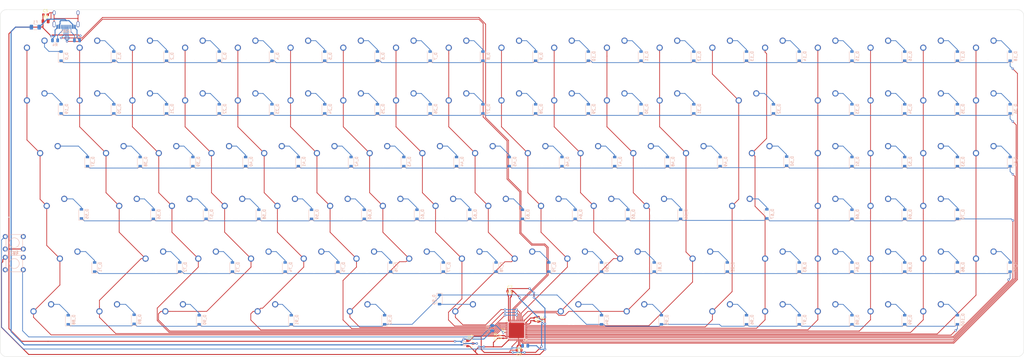
<source format=kicad_pcb>
(kicad_pcb (version 20171130) (host pcbnew "(5.1.4)-1")
  (layers (0 F.Cu signal) (31 B.Cu signal) (34 B.Paste user) (35 F.Paste user) (36 B.SilkS user) (37 F.SilkS user) (38 B.Mask user) (39 F.Mask user) (44 Edge.Cuts user))
  (net 0 "")
  (net 1 GND)
  (net 2 col0)
  (net 3 col1)
  (net 4 col2)
  (net 5 col3)
  (net 6 col4)
  (net 7 col5)
  (net 8 col6)
  (net 9 col7)
  (net 10 col8)
  (net 11 col9)
  (net 12 col10)
  (net 13 col11)
  (net 14 col12)
  (net 15 col13)
  (net 16 col14)
  (net 17 col15)
  (net 18 col16)
  (net 19 col17)
  (net 20 col18)
  (net 21 row0)
  (net 22 row1)
  (net 23 row2)
  (net 24 row3)
  (net 25 row4)
  (net 26 row5)
  (net 27 "Net-(D_0-Pad2)")
  (net 28 "Net-(D_1-Pad2)")
  (net 29 "Net-(D_2-Pad2)")
  (net 30 "Net-(D_3-Pad2)")
  (net 31 "Net-(D_4-Pad2)")
  (net 32 "Net-(D_5-Pad2)")
  (net 33 "Net-(D_6-Pad2)")
  (net 34 "Net-(D_7-Pad2)")
  (net 35 "Net-(D_8-Pad2)")
  (net 36 "Net-(D_9-Pad2)")
  (net 37 "Net-(D_10-Pad2)")
  (net 38 "Net-(D_11-Pad2)")
  (net 39 "Net-(D_12-Pad2)")
  (net 40 "Net-(D_13-Pad2)")
  (net 41 "Net-(D_14-Pad2)")
  (net 42 "Net-(D_15-Pad2)")
  (net 43 "Net-(D_16-Pad2)")
  (net 44 "Net-(D_17-Pad2)")
  (net 45 "Net-(D_18-Pad2)")
  (net 46 "Net-(D_19-Pad2)")
  (net 47 "Net-(D_20-Pad2)")
  (net 48 "Net-(D_21-Pad2)")
  (net 49 "Net-(D_22-Pad2)")
  (net 50 "Net-(D_23-Pad2)")
  (net 51 "Net-(D_24-Pad2)")
  (net 52 "Net-(D_25-Pad2)")
  (net 53 "Net-(D_26-Pad2)")
  (net 54 "Net-(D_27-Pad2)")
  (net 55 "Net-(D_28-Pad2)")
  (net 56 "Net-(D_29-Pad2)")
  (net 57 "Net-(D_30-Pad2)")
  (net 58 "Net-(D_31-Pad2)")
  (net 59 "Net-(D_32-Pad2)")
  (net 60 "Net-(D_33-Pad2)")
  (net 61 "Net-(D_34-Pad2)")
  (net 62 "Net-(D_35-Pad2)")
  (net 63 "Net-(D_36-Pad2)")
  (net 64 "Net-(D_37-Pad2)")
  (net 65 "Net-(D_38-Pad2)")
  (net 66 "Net-(D_39-Pad2)")
  (net 67 "Net-(D_40-Pad2)")
  (net 68 "Net-(D_41-Pad2)")
  (net 69 "Net-(D_42-Pad2)")
  (net 70 "Net-(D_43-Pad2)")
  (net 71 "Net-(D_44-Pad2)")
  (net 72 "Net-(D_45-Pad2)")
  (net 73 "Net-(D_46-Pad2)")
  (net 74 "Net-(D_47-Pad2)")
  (net 75 "Net-(D_48-Pad2)")
  (net 76 "Net-(D_49-Pad2)")
  (net 77 "Net-(D_50-Pad2)")
  (net 78 "Net-(D_51-Pad2)")
  (net 79 "Net-(D_52-Pad2)")
  (net 80 "Net-(D_53-Pad2)")
  (net 81 "Net-(D_55-Pad2)")
  (net 82 "Net-(D_56-Pad2)")
  (net 83 "Net-(D_57-Pad2)")
  (net 84 "Net-(D_58-Pad2)")
  (net 85 "Net-(D_59-Pad2)")
  (net 86 "Net-(D_60-Pad2)")
  (net 87 "Net-(D_61-Pad2)")
  (net 88 "Net-(D_62-Pad2)")
  (net 89 "Net-(D_63-Pad2)")
  (net 90 "Net-(D_64-Pad2)")
  (net 91 "Net-(D_65-Pad2)")
  (net 92 "Net-(D_66-Pad2)")
  (net 93 "Net-(D_67-Pad2)")
  (net 94 "Net-(D_68-Pad2)")
  (net 95 "Net-(D_69-Pad2)")
  (net 96 "Net-(D_70-Pad2)")
  (net 97 "Net-(D_54-Pad2)")
  (net 98 "Net-(D_71-Pad2)")
  (net 99 "Net-(D_72-Pad2)")
  (net 100 "Net-(D_73-Pad2)")
  (net 101 "Net-(D_74-Pad2)")
  (net 102 "Net-(D_75-Pad2)")
  (net 103 "Net-(D_76-Pad2)")
  (net 104 "Net-(D_77-Pad2)")
  (net 105 "Net-(D_78-Pad2)")
  (net 106 "Net-(D_79-Pad2)")
  (net 107 "Net-(D_80-Pad2)")
  (net 108 "Net-(D_81-Pad2)")
  (net 109 "Net-(D_82-Pad2)")
  (net 110 "Net-(D_83-Pad2)")
  (net 111 "Net-(D_84-Pad2)")
  (net 112 "Net-(D_85-Pad2)")
  (net 113 "Net-(D_86-Pad2)")
  (net 114 "Net-(D_88-Pad2)")
  (net 115 "Net-(D_89-Pad2)")
  (net 116 "Net-(D_90-Pad2)")
  (net 117 "Net-(D_91-Pad2)")
  (net 118 "Net-(D_92-Pad2)")
  (net 119 "Net-(D_93-Pad2)")
  (net 120 "Net-(D_94-Pad2)")
  (net 121 "Net-(D_95-Pad2)")
  (net 122 "Net-(D_96-Pad2)")
  (net 123 "Net-(D_97-Pad2)")
  (net 124 "Net-(D_98-Pad2)")
  (net 125 "Net-(D_99-Pad2)")
  (net 126 "Net-(D_100-Pad2)")
  (net 127 "Net-(D_87-Pad2)")
  (net 128 +5V)
  (net 129 +3V3)
  (net 130 NRST)
  (net 131 BOOT0)
  (net 132 D+)
  (net 133 D-)
  (net 134 "Net-(U1-Pad6)")
  (net 135 "Net-(U1-Pad5)")
  (net 136 "Net-(U1-Pad4)")
  (net 137 "Net-(U1-Pad3)")
  (net 138 "Net-(U1-Pad2)")
  (net 139 "Net-(U1-Pad46)")
  (net 140 "Net-(U1-Pad45)")
  (net 141 "Net-(U1-Pad43)")
  (net 142 "Net-(USB1-Pad3)")
  (net 143 "Net-(USB1-Pad9)")
  (net 144 "Net-(C5-Pad2)")
  (net 145 "Net-(F1-Pad1)")
  (net 146 "Net-(R4-Pad2)")
  (net 147 "Net-(R5-Pad2)")
  (net 148 "Net-(U1-Pad34)")
  (net 149 "Net-(U1-Pad31)")
  (module Type-C:HRO-TYPE-C-31-M-12-Assembly (layer B.Cu) (at 134.14375 98.552)
    (fp_text reference USB1 (at 0 9.25) (layer B.SilkS) (effects (justify mirror)))
    (fp_text value HRO-TYPE-C-31-M-12)
    (pad 12 smd rect (at 3.225 7.695) (size 0.6 1.45) (layers B.Cu B.Paste B.Mask) (net 1 GND))
    (pad 1 smd rect (at -3.225 7.695) (size 0.6 1.45) (layers B.Cu B.Paste B.Mask) (net 1 GND))
    (pad 11 smd rect (at 2.45 7.695) (size 0.6 1.45) (layers B.Cu B.Paste B.Mask) (net 145 "Net-(F1-Pad1)"))
    (pad 2 smd rect (at -2.45 7.695) (size 0.6 1.45) (layers B.Cu B.Paste B.Mask) (net 145 "Net-(F1-Pad1)"))
    (pad 3 smd rect (at -1.75 7.695) (size 0.3 1.45) (layers B.Cu B.Paste B.Mask) (net 142 "Net-(USB1-Pad3)"))
    (pad 10 smd rect (at 1.75 7.695) (size 0.3 1.45) (layers B.Cu B.Paste B.Mask) (net 147 "Net-(R5-Pad2)"))
    (pad 4 smd rect (at -1.25 7.695) (size 0.3 1.45) (layers B.Cu B.Paste B.Mask) (net 146 "Net-(R4-Pad2)"))
    (pad 9 smd rect (at 1.25 7.695) (size 0.3 1.45) (layers B.Cu B.Paste B.Mask) (net 143 "Net-(USB1-Pad9)"))
    (pad 5 smd rect (at -0.75 7.695) (size 0.3 1.45) (layers B.Cu B.Paste B.Mask) (net 133 D-))
    (pad 8 smd rect (at 0.75 7.695) (size 0.3 1.45) (layers B.Cu B.Paste B.Mask) (net 132 D+))
    (pad 7 smd rect (at 0.25 7.695) (size 0.3 1.45) (layers B.Cu B.Paste B.Mask) (net 133 D-))
    (pad 6 smd rect (at -0.25 7.695) (size 0.3 1.45) (layers B.Cu B.Paste B.Mask) (net 132 D+))
    (pad "" np_thru_hole circle (at 2.89 6.25) (size 0.65 0.65) (drill 0.65) (layers *.Cu *.Mask))
    (pad "" np_thru_hole circle (at -2.89 6.25) (size 0.65 0.65) (drill 0.65) (layers *.Cu *.Mask))
    (pad 13 thru_hole oval (at -4.32 6.78) (size 1 2.1) (drill oval 0.6 1.7) (layers *.Cu *.Mask) (net 144 "Net-(C5-Pad2)"))
    (pad 13 thru_hole oval (at 4.32 6.78) (size 1 2.1) (drill oval 0.6 1.7) (layers *.Cu *.Mask) (net 144 "Net-(C5-Pad2)"))
    (pad 13 thru_hole oval (at -4.32 2.6) (size 1 1.6) (drill oval 0.6 1.2) (layers *.Cu *.Mask) (net 144 "Net-(C5-Pad2)"))
    (pad 13 thru_hole oval (at 4.32 2.6) (size 1 1.6) (drill oval 0.6 1.2) (layers *.Cu *.Mask) (net 144 "Net-(C5-Pad2)"))
  )
  (module MX_Only:MXOnly-1U-NoLED (layer F.Cu) (at 123.825 116.332)
    (fp_text reference K_0)
    (fp_text value KEYSW)
    (pad 2 thru_hole circle (at 2.54 -5.08) (size 2.25 2.25) (drill 1.47) (layers *.Cu B.Mask) (net 27 "Net-(D_0-Pad2)"))
    (pad "" np_thru_hole circle (at 0 0) (size 3.9878 3.9878) (drill 3.9878) (layers *.Cu *.Mask))
    (pad 1 thru_hole circle (at -3.81 -2.54) (size 2.25 2.25) (drill 1.47) (layers *.Cu B.Mask) (net 2 col0))
    (pad "" np_thru_hole circle (at -5.08 0 48.0996) (size 1.75 1.75) (drill 1.75) (layers *.Cu *.Mask))
    (pad "" np_thru_hole circle (at 5.08 0 48.0996) (size 1.75 1.75) (drill 1.75) (layers *.Cu *.Mask))
  )
  (module MX_Only:MXOnly-1U-NoLED (layer F.Cu) (at 300.0375 192.532)
    (fp_text reference K_79)
    (fp_text value KEYSW)
    (pad 2 thru_hole circle (at 2.54 -5.08) (size 2.25 2.25) (drill 1.47) (layers *.Cu B.Mask) (net 106 "Net-(D_79-Pad2)"))
    (pad "" np_thru_hole circle (at 0 0) (size 3.9878 3.9878) (drill 3.9878) (layers *.Cu *.Mask))
    (pad 1 thru_hole circle (at -3.81 -2.54) (size 2.25 2.25) (drill 1.47) (layers *.Cu B.Mask) (net 10 col8))
    (pad "" np_thru_hole circle (at -5.08 0 48.0996) (size 1.75 1.75) (drill 1.75) (layers *.Cu *.Mask))
    (pad "" np_thru_hole circle (at 5.08 0 48.0996) (size 1.75 1.75) (drill 1.75) (layers *.Cu *.Mask))
  )
  (module MX_Only:MXOnly-1U-NoLED (layer F.Cu) (at 166.6875 192.532)
    (fp_text reference K_72)
    (fp_text value KEYSW)
    (pad 2 thru_hole circle (at 2.54 -5.08) (size 2.25 2.25) (drill 1.47) (layers *.Cu B.Mask) (net 99 "Net-(D_72-Pad2)"))
    (pad "" np_thru_hole circle (at 0 0) (size 3.9878 3.9878) (drill 3.9878) (layers *.Cu *.Mask))
    (pad 1 thru_hole circle (at -3.81 -2.54) (size 2.25 2.25) (drill 1.47) (layers *.Cu B.Mask) (net 3 col1))
    (pad "" np_thru_hole circle (at -5.08 0 48.0996) (size 1.75 1.75) (drill 1.75) (layers *.Cu *.Mask))
    (pad "" np_thru_hole circle (at 5.08 0 48.0996) (size 1.75 1.75) (drill 1.75) (layers *.Cu *.Mask))
  )
  (module MX_Only:MXOnly-1U-NoLED (layer F.Cu) (at 142.875 116.332)
    (fp_text reference K_1)
    (fp_text value KEYSW)
    (pad 2 thru_hole circle (at 2.54 -5.08) (size 2.25 2.25) (drill 1.47) (layers *.Cu B.Mask) (net 28 "Net-(D_1-Pad2)"))
    (pad "" np_thru_hole circle (at 0 0) (size 3.9878 3.9878) (drill 3.9878) (layers *.Cu *.Mask))
    (pad 1 thru_hole circle (at -3.81 -2.54) (size 2.25 2.25) (drill 1.47) (layers *.Cu B.Mask) (net 3 col1))
    (pad "" np_thru_hole circle (at -5.08 0 48.0996) (size 1.75 1.75) (drill 1.75) (layers *.Cu *.Mask))
    (pad "" np_thru_hole circle (at 5.08 0 48.0996) (size 1.75 1.75) (drill 1.75) (layers *.Cu *.Mask))
  )
  (module Capacitor_SMD:C_0402_1005Metric (layer F.Cu) (at 290.5125 218.28125 90)
    (fp_text reference C10 (at 0 -1.17 90) (layer F.SilkS))
    (fp_text value 1uF)
    (pad 2 smd roundrect (at 0.485 0 90) (size 0.59 0.64) (layers F.Cu F.Paste F.Mask) (net 1 GND))
    (pad 1 smd roundrect (at -0.485 0 90) (size 0.59 0.64) (layers F.Cu F.Paste F.Mask) (net 129 +3V3))
  )
  (module MX_Only:MXOnly-1U-NoLED (layer F.Cu) (at 238.125 116.332)
    (fp_text reference K_6)
    (fp_text value KEYSW)
    (pad 2 thru_hole circle (at 2.54 -5.08) (size 2.25 2.25) (drill 1.47) (layers *.Cu B.Mask) (net 33 "Net-(D_6-Pad2)"))
    (pad "" np_thru_hole circle (at 0 0) (size 3.9878 3.9878) (drill 3.9878) (layers *.Cu *.Mask))
    (pad 1 thru_hole circle (at -3.81 -2.54) (size 2.25 2.25) (drill 1.47) (layers *.Cu B.Mask) (net 8 col6))
    (pad "" np_thru_hole circle (at -5.08 0 48.0996) (size 1.75 1.75) (drill 1.75) (layers *.Cu *.Mask))
    (pad "" np_thru_hole circle (at 5.08 0 48.0996) (size 1.75 1.75) (drill 1.75) (layers *.Cu *.Mask))
  )
  (module MX_Only:MXOnly-1U-NoLED (layer F.Cu) (at 180.975 116.332)
    (fp_text reference K_3)
    (fp_text value KEYSW)
    (pad 2 thru_hole circle (at 2.54 -5.08) (size 2.25 2.25) (drill 1.47) (layers *.Cu B.Mask) (net 30 "Net-(D_3-Pad2)"))
    (pad "" np_thru_hole circle (at 0 0) (size 3.9878 3.9878) (drill 3.9878) (layers *.Cu *.Mask))
    (pad 1 thru_hole circle (at -3.81 -2.54) (size 2.25 2.25) (drill 1.47) (layers *.Cu B.Mask) (net 5 col3))
    (pad "" np_thru_hole circle (at -5.08 0 48.0996) (size 1.75 1.75) (drill 1.75) (layers *.Cu *.Mask))
    (pad "" np_thru_hole circle (at 5.08 0 48.0996) (size 1.75 1.75) (drill 1.75) (layers *.Cu *.Mask))
  )
  (module MX_Only:MXOnly-1U-NoLED (layer F.Cu) (at 466.725 192.532)
    (fp_text reference K_87)
    (fp_text value KEYSW)
    (pad 2 thru_hole circle (at 2.54 -5.08) (size 2.25 2.25) (drill 1.47) (layers *.Cu B.Mask) (net 127 "Net-(D_87-Pad2)"))
    (pad "" np_thru_hole circle (at 0 0) (size 3.9878 3.9878) (drill 3.9878) (layers *.Cu *.Mask))
    (pad 1 thru_hole circle (at -3.81 -2.54) (size 2.25 2.25) (drill 1.47) (layers *.Cu B.Mask) (net 20 col18))
    (pad "" np_thru_hole circle (at -5.08 0 48.0996) (size 1.75 1.75) (drill 1.75) (layers *.Cu *.Mask))
    (pad "" np_thru_hole circle (at 5.08 0 48.0996) (size 1.75 1.75) (drill 1.75) (layers *.Cu *.Mask))
  )
  (module MX_Only:MXOnly-1U-NoLED (layer F.Cu) (at 390.525 192.532)
    (fp_text reference K_83)
    (fp_text value KEYSW)
    (pad 2 thru_hole circle (at 2.54 -5.08) (size 2.25 2.25) (drill 1.47) (layers *.Cu B.Mask) (net 110 "Net-(D_83-Pad2)"))
    (pad "" np_thru_hole circle (at 0 0) (size 3.9878 3.9878) (drill 3.9878) (layers *.Cu *.Mask))
    (pad 1 thru_hole circle (at -3.81 -2.54) (size 2.25 2.25) (drill 1.47) (layers *.Cu B.Mask) (net 16 col14))
    (pad "" np_thru_hole circle (at -5.08 0 48.0996) (size 1.75 1.75) (drill 1.75) (layers *.Cu *.Mask))
    (pad "" np_thru_hole circle (at 5.08 0 48.0996) (size 1.75 1.75) (drill 1.75) (layers *.Cu *.Mask))
  )
  (module MX_Only:MXOnly-1U-NoLED (layer F.Cu) (at 171.45 154.432)
    (fp_text reference K_39)
    (fp_text value KEYSW)
    (pad 2 thru_hole circle (at 2.54 -5.08) (size 2.25 2.25) (drill 1.47) (layers *.Cu B.Mask) (net 66 "Net-(D_39-Pad2)"))
    (pad "" np_thru_hole circle (at 0 0) (size 3.9878 3.9878) (drill 3.9878) (layers *.Cu *.Mask))
    (pad 1 thru_hole circle (at -3.81 -2.54) (size 2.25 2.25) (drill 1.47) (layers *.Cu B.Mask) (net 4 col2))
    (pad "" np_thru_hole circle (at -5.08 0 48.0996) (size 1.75 1.75) (drill 1.75) (layers *.Cu *.Mask))
    (pad "" np_thru_hole circle (at 5.08 0 48.0996) (size 1.75 1.75) (drill 1.75) (layers *.Cu *.Mask))
  )
  (module MX_Only:MXOnly-1U-NoLED (layer F.Cu) (at 409.575 154.432)
    (fp_text reference K_51)
    (fp_text value KEYSW)
    (pad 2 thru_hole circle (at 2.54 -5.08) (size 2.25 2.25) (drill 1.47) (layers *.Cu B.Mask) (net 78 "Net-(D_51-Pad2)"))
    (pad "" np_thru_hole circle (at 0 0) (size 3.9878 3.9878) (drill 3.9878) (layers *.Cu *.Mask))
    (pad 1 thru_hole circle (at -3.81 -2.54) (size 2.25 2.25) (drill 1.47) (layers *.Cu B.Mask) (net 17 col15))
    (pad "" np_thru_hole circle (at -5.08 0 48.0996) (size 1.75 1.75) (drill 1.75) (layers *.Cu *.Mask))
    (pad "" np_thru_hole circle (at 5.08 0 48.0996) (size 1.75 1.75) (drill 1.75) (layers *.Cu *.Mask))
  )
  (module MX_Only:MXOnly-1U-NoLED (layer F.Cu) (at 381 135.382)
    (fp_text reference K_32)
    (fp_text value KEYSW)
    (pad 2 thru_hole circle (at 2.54 -5.08) (size 2.25 2.25) (drill 1.47) (layers *.Cu B.Mask) (net 59 "Net-(D_32-Pad2)"))
    (pad "" np_thru_hole circle (at 0 0) (size 3.9878 3.9878) (drill 3.9878) (layers *.Cu *.Mask))
    (pad 1 thru_hole circle (at -3.81 -2.54) (size 2.25 2.25) (drill 1.47) (layers *.Cu B.Mask) (net 15 col13))
    (pad "" np_thru_hole circle (at -5.08 0 48.0996) (size 1.75 1.75) (drill 1.75) (layers *.Cu *.Mask))
    (pad "" np_thru_hole circle (at 5.08 0 48.0996) (size 1.75 1.75) (drill 1.75) (layers *.Cu *.Mask))
  )
  (module Diode_SMD:D_SOD-123 (layer B.Cu) (at 132.35 116.832 90)
    (fp_text reference D_0 (at 0 2 90) (layer B.SilkS) (effects (justify mirror)))
    (fp_text value D)
    (pad 2 smd rect (at 1.65 0 90) (size 0.9 1.2) (layers B.Cu B.Paste B.Mask) (net 27 "Net-(D_0-Pad2)"))
    (pad 1 smd rect (at -1.65 0 90) (size 0.9 1.2) (layers B.Cu B.Paste B.Mask) (net 21 row0))
  )
  (module Resistor_SMD:R_0805_2012Metric (layer B.Cu) (at 138.1125 111.125 180)
    (fp_text reference R5 (at 0 1.65) (layer B.SilkS) (effects (justify mirror)))
    (fp_text value 5.1k)
    (pad 2 smd roundrect (at 0.9375 0 180) (size 0.975 1.4) (layers B.Cu B.Paste B.Mask) (net 147 "Net-(R5-Pad2)"))
    (pad 1 smd roundrect (at -0.9375 0 180) (size 0.975 1.4) (layers B.Cu B.Paste B.Mask) (net 1 GND))
  )
  (module Resistor_SMD:R_0805_2012Metric (layer B.Cu) (at 130.175 111.125)
    (fp_text reference R4 (at 0 1.65) (layer B.SilkS) (effects (justify mirror)))
    (fp_text value 5.1k)
    (pad 2 smd roundrect (at 0.9375 0) (size 0.975 1.4) (layers B.Cu B.Paste B.Mask) (net 146 "Net-(R4-Pad2)"))
    (pad 1 smd roundrect (at -0.9375 0) (size 0.975 1.4) (layers B.Cu B.Paste B.Mask) (net 1 GND))
  )
  (module random-keyboard-parts:PushButton_6x6mm_TH (layer B.Cu) (at 115.443 191.77)
    (fp_text reference SW2 (at 0 -4.064) (layer B.SilkS) (effects (justify mirror)))
    (fp_text value SW_PUSH)
    (pad 4 thru_hole circle (at -3.25 2.25) (size 1.8 1.8) (drill 1) (layers *.Cu *.Mask))
    (pad 3 thru_hole circle (at 3.25 -2.25) (size 1.8 1.8) (drill 1) (layers *.Cu *.Mask))
    (pad 2 thru_hole circle (at -3.25 -2.25) (size 1.8 1.8) (drill 1) (layers *.Cu *.Mask) (net 129 +3V3))
    (pad 1 thru_hole circle (at 3.25 2.25) (size 1.8 1.8) (drill 1) (layers *.Cu *.Mask) (net 131 BOOT0))
  )
  (module Resistor_SMD:R_0805_2012Metric (layer F.Cu) (at 126.746 104.267)
    (fp_text reference R3 (at 0 -1.65) (layer F.SilkS))
    (fp_text value 1M)
    (pad 2 smd roundrect (at 0.9375 0) (size 0.975 1.4) (layers F.Cu F.Paste F.Mask) (net 144 "Net-(C5-Pad2)"))
    (pad 1 smd roundrect (at -0.9375 0) (size 0.975 1.4) (layers F.Cu F.Paste F.Mask) (net 1 GND))
  )
  (module Fuse:Fuse_1206_3216Metric (layer B.Cu) (at 123.03125 106.3625 180)
    (fp_text reference F1 (at 0 1.82 180) (layer B.SilkS) (effects (justify mirror)))
    (fp_text value "Polyfuse (1A)")
    (pad 2 smd roundrect (at 1.4 0 180) (size 1.25 1.75) (layers B.Cu B.Paste B.Mask) (roundrect_rratio 0.2) (net 128 +5V))
    (pad 1 smd roundrect (at -1.4 0 180) (size 1.25 1.75) (layers B.Cu B.Paste B.Mask) (roundrect_rratio 0.2) (net 145 "Net-(F1-Pad1)"))
  )
  (module Capacitor_SMD:C_0603_1608Metric (layer F.Cu) (at 297.84675 223.0755 180)
    (fp_text reference C6 (at 0 -1.43) (layer F.SilkS))
    (fp_text value 1uF)
    (pad 2 smd roundrect (at 0.7875 0 180) (size 0.875 0.95) (layers F.Cu F.Paste F.Mask) (net 1 GND))
    (pad 1 smd roundrect (at -0.7875 0 180) (size 0.875 0.95) (layers F.Cu F.Paste F.Mask) (net 129 +3V3))
  )
  (module Capacitor_SMD:C_0603_1608Metric (layer F.Cu) (at 126.746 101.88575)
    (fp_text reference C5 (at 0 -1.43) (layer F.SilkS))
    (fp_text value 4.7nF)
    (pad 2 smd roundrect (at 0.7875 0) (size 0.875 0.95) (layers F.Cu F.Paste F.Mask) (net 144 "Net-(C5-Pad2)"))
    (pad 1 smd roundrect (at -0.7875 0) (size 0.875 0.95) (layers F.Cu F.Paste F.Mask) (net 1 GND))
  )
  (module MX_Only:MXOnly-1U-NoLED (layer F.Cu) (at 447.675 211.582)
    (fp_text reference K_100)
    (fp_text value KEYSW)
    (pad 2 thru_hole circle (at 2.54 -5.08) (size 2.25 2.25) (drill 1.47) (layers *.Cu B.Mask) (net 126 "Net-(D_100-Pad2)"))
    (pad "" np_thru_hole circle (at 0 0) (size 3.9878 3.9878) (drill 3.9878) (layers *.Cu *.Mask))
    (pad 1 thru_hole circle (at -3.81 -2.54) (size 2.25 2.25) (drill 1.47) (layers *.Cu B.Mask) (net 19 col17))
    (pad "" np_thru_hole circle (at -5.08 0 48.0996) (size 1.75 1.75) (drill 1.75) (layers *.Cu *.Mask))
    (pad "" np_thru_hole circle (at 5.08 0 48.0996) (size 1.75 1.75) (drill 1.75) (layers *.Cu *.Mask))
  )
  (module MX_Only:MXOnly-1U-NoLED (layer F.Cu) (at 428.625 211.582)
    (fp_text reference K_99)
    (fp_text value KEYSW)
    (pad 2 thru_hole circle (at 2.54 -5.08) (size 2.25 2.25) (drill 1.47) (layers *.Cu B.Mask) (net 125 "Net-(D_99-Pad2)"))
    (pad "" np_thru_hole circle (at 0 0) (size 3.9878 3.9878) (drill 3.9878) (layers *.Cu *.Mask))
    (pad 1 thru_hole circle (at -3.81 -2.54) (size 2.25 2.25) (drill 1.47) (layers *.Cu B.Mask) (net 18 col16))
    (pad "" np_thru_hole circle (at -5.08 0 48.0996) (size 1.75 1.75) (drill 1.75) (layers *.Cu *.Mask))
    (pad "" np_thru_hole circle (at 5.08 0 48.0996) (size 1.75 1.75) (drill 1.75) (layers *.Cu *.Mask))
  )
  (module MX_Only:MXOnly-1U-NoLED (layer F.Cu) (at 409.575 211.582)
    (fp_text reference K_98)
    (fp_text value KEYSW)
    (pad 2 thru_hole circle (at 2.54 -5.08) (size 2.25 2.25) (drill 1.47) (layers *.Cu B.Mask) (net 124 "Net-(D_98-Pad2)"))
    (pad "" np_thru_hole circle (at 0 0) (size 3.9878 3.9878) (drill 3.9878) (layers *.Cu *.Mask))
    (pad 1 thru_hole circle (at -3.81 -2.54) (size 2.25 2.25) (drill 1.47) (layers *.Cu B.Mask) (net 17 col15))
    (pad "" np_thru_hole circle (at -5.08 0 48.0996) (size 1.75 1.75) (drill 1.75) (layers *.Cu *.Mask))
    (pad "" np_thru_hole circle (at 5.08 0 48.0996) (size 1.75 1.75) (drill 1.75) (layers *.Cu *.Mask))
  )
  (module MX_Only:MXOnly-1U-NoLED (layer F.Cu) (at 390.525 211.582)
    (fp_text reference K_97)
    (fp_text value KEYSW)
    (pad 2 thru_hole circle (at 2.54 -5.08) (size 2.25 2.25) (drill 1.47) (layers *.Cu B.Mask) (net 123 "Net-(D_97-Pad2)"))
    (pad "" np_thru_hole circle (at 0 0) (size 3.9878 3.9878) (drill 3.9878) (layers *.Cu *.Mask))
    (pad 1 thru_hole circle (at -3.81 -2.54) (size 2.25 2.25) (drill 1.47) (layers *.Cu B.Mask) (net 16 col14))
    (pad "" np_thru_hole circle (at -5.08 0 48.0996) (size 1.75 1.75) (drill 1.75) (layers *.Cu *.Mask))
    (pad "" np_thru_hole circle (at 5.08 0 48.0996) (size 1.75 1.75) (drill 1.75) (layers *.Cu *.Mask))
  )
  (module MX_Only:MXOnly-1U-NoLED (layer F.Cu) (at 371.475 211.582)
    (fp_text reference K_96)
    (fp_text value KEYSW)
    (pad 2 thru_hole circle (at 2.54 -5.08) (size 2.25 2.25) (drill 1.47) (layers *.Cu B.Mask) (net 122 "Net-(D_96-Pad2)"))
    (pad "" np_thru_hole circle (at 0 0) (size 3.9878 3.9878) (drill 3.9878) (layers *.Cu *.Mask))
    (pad 1 thru_hole circle (at -3.81 -2.54) (size 2.25 2.25) (drill 1.47) (layers *.Cu B.Mask) (net 15 col13))
    (pad "" np_thru_hole circle (at -5.08 0 48.0996) (size 1.75 1.75) (drill 1.75) (layers *.Cu *.Mask))
    (pad "" np_thru_hole circle (at 5.08 0 48.0996) (size 1.75 1.75) (drill 1.75) (layers *.Cu *.Mask))
  )
  (module MX_Only:MXOnly-1U-NoLED (layer F.Cu) (at 340.51875 211.582)
    (fp_text reference K_95)
    (fp_text value KEYSW)
    (pad 2 thru_hole circle (at 2.54 -5.08) (size 2.25 2.25) (drill 1.47) (layers *.Cu B.Mask) (net 121 "Net-(D_95-Pad2)"))
    (pad "" np_thru_hole circle (at 0 0) (size 3.9878 3.9878) (drill 3.9878) (layers *.Cu *.Mask))
    (pad 1 thru_hole circle (at -3.81 -2.54) (size 2.25 2.25) (drill 1.47) (layers *.Cu B.Mask) (net 13 col11))
    (pad "" np_thru_hole circle (at -5.08 0 48.0996) (size 1.75 1.75) (drill 1.75) (layers *.Cu *.Mask))
    (pad "" np_thru_hole circle (at 5.08 0 48.0996) (size 1.75 1.75) (drill 1.75) (layers *.Cu *.Mask))
  )
  (module MX_Only:MXOnly-1U-NoLED (layer F.Cu) (at 316.70625 211.582)
    (fp_text reference K_94)
    (fp_text value KEYSW)
    (pad 2 thru_hole circle (at 2.54 -5.08) (size 2.25 2.25) (drill 1.47) (layers *.Cu B.Mask) (net 120 "Net-(D_94-Pad2)"))
    (pad "" np_thru_hole circle (at 0 0) (size 3.9878 3.9878) (drill 3.9878) (layers *.Cu *.Mask))
    (pad 1 thru_hole circle (at -3.81 -2.54) (size 2.25 2.25) (drill 1.47) (layers *.Cu B.Mask) (net 12 col10))
    (pad "" np_thru_hole circle (at -5.08 0 48.0996) (size 1.75 1.75) (drill 1.75) (layers *.Cu *.Mask))
    (pad "" np_thru_hole circle (at 5.08 0 48.0996) (size 1.75 1.75) (drill 1.75) (layers *.Cu *.Mask))
  )
  (module MX_Only:MXOnly-1U-NoLED (layer F.Cu) (at 278.60625 211.582)
    (fp_text reference K_93)
    (fp_text value KEYSW)
    (pad 2 thru_hole circle (at 2.54 -5.08) (size 2.25 2.25) (drill 1.47) (layers *.Cu B.Mask) (net 119 "Net-(D_93-Pad2)"))
    (pad "" np_thru_hole circle (at 0 0) (size 3.9878 3.9878) (drill 3.9878) (layers *.Cu *.Mask))
    (pad 1 thru_hole circle (at -3.81 -2.54) (size 2.25 2.25) (drill 1.47) (layers *.Cu B.Mask) (net 10 col8))
    (pad "" np_thru_hole circle (at -5.08 0 48.0996) (size 1.75 1.75) (drill 1.75) (layers *.Cu *.Mask))
    (pad "" np_thru_hole circle (at 5.08 0 48.0996) (size 1.75 1.75) (drill 1.75) (layers *.Cu *.Mask))
  )
  (module MX_Only:MXOnly-1U-NoLED (layer F.Cu) (at 240.50625 211.582)
    (fp_text reference K_92)
    (fp_text value KEYSW)
    (pad 2 thru_hole circle (at 2.54 -5.08) (size 2.25 2.25) (drill 1.47) (layers *.Cu B.Mask) (net 118 "Net-(D_92-Pad2)"))
    (pad "" np_thru_hole circle (at 0 0) (size 3.9878 3.9878) (drill 3.9878) (layers *.Cu *.Mask))
    (pad 1 thru_hole circle (at -3.81 -2.54) (size 2.25 2.25) (drill 1.47) (layers *.Cu B.Mask) (net 8 col6))
    (pad "" np_thru_hole circle (at -5.08 0 48.0996) (size 1.75 1.75) (drill 1.75) (layers *.Cu *.Mask))
    (pad "" np_thru_hole circle (at 5.08 0 48.0996) (size 1.75 1.75) (drill 1.75) (layers *.Cu *.Mask))
  )
  (module MX_Only:MXOnly-1U-NoLED (layer F.Cu) (at 207.16875 211.582)
    (fp_text reference K_91)
    (fp_text value KEYSW)
    (pad 2 thru_hole circle (at 2.54 -5.08) (size 2.25 2.25) (drill 1.47) (layers *.Cu B.Mask) (net 117 "Net-(D_91-Pad2)"))
    (pad "" np_thru_hole circle (at 0 0) (size 3.9878 3.9878) (drill 3.9878) (layers *.Cu *.Mask))
    (pad 1 thru_hole circle (at -3.81 -2.54) (size 2.25 2.25) (drill 1.47) (layers *.Cu B.Mask) (net 6 col4))
    (pad "" np_thru_hole circle (at -5.08 0 48.0996) (size 1.75 1.75) (drill 1.75) (layers *.Cu *.Mask))
    (pad "" np_thru_hole circle (at 5.08 0 48.0996) (size 1.75 1.75) (drill 1.75) (layers *.Cu *.Mask))
  )
  (module MX_Only:MXOnly-1U-NoLED (layer F.Cu) (at 173.83125 211.582)
    (fp_text reference K_90)
    (fp_text value KEYSW)
    (pad 2 thru_hole circle (at 2.54 -5.08) (size 2.25 2.25) (drill 1.47) (layers *.Cu B.Mask) (net 116 "Net-(D_90-Pad2)"))
    (pad "" np_thru_hole circle (at 0 0) (size 3.9878 3.9878) (drill 3.9878) (layers *.Cu *.Mask))
    (pad 1 thru_hole circle (at -3.81 -2.54) (size 2.25 2.25) (drill 1.47) (layers *.Cu B.Mask) (net 5 col3))
    (pad "" np_thru_hole circle (at -5.08 0 48.0996) (size 1.75 1.75) (drill 1.75) (layers *.Cu *.Mask))
    (pad "" np_thru_hole circle (at 5.08 0 48.0996) (size 1.75 1.75) (drill 1.75) (layers *.Cu *.Mask))
  )
  (module MX_Only:MXOnly-1U-NoLED (layer F.Cu) (at 150.01875 211.582)
    (fp_text reference K_89)
    (fp_text value KEYSW)
    (pad 2 thru_hole circle (at 2.54 -5.08) (size 2.25 2.25) (drill 1.47) (layers *.Cu B.Mask) (net 115 "Net-(D_89-Pad2)"))
    (pad "" np_thru_hole circle (at 0 0) (size 3.9878 3.9878) (drill 3.9878) (layers *.Cu *.Mask))
    (pad 1 thru_hole circle (at -3.81 -2.54) (size 2.25 2.25) (drill 1.47) (layers *.Cu B.Mask) (net 3 col1))
    (pad "" np_thru_hole circle (at -5.08 0 48.0996) (size 1.75 1.75) (drill 1.75) (layers *.Cu *.Mask))
    (pad "" np_thru_hole circle (at 5.08 0 48.0996) (size 1.75 1.75) (drill 1.75) (layers *.Cu *.Mask))
  )
  (module MX_Only:MXOnly-1U-NoLED (layer F.Cu) (at 126.20625 211.582)
    (fp_text reference K_88)
    (fp_text value KEYSW)
    (pad 2 thru_hole circle (at 2.54 -5.08) (size 2.25 2.25) (drill 1.47) (layers *.Cu B.Mask) (net 114 "Net-(D_88-Pad2)"))
    (pad "" np_thru_hole circle (at 0 0) (size 3.9878 3.9878) (drill 3.9878) (layers *.Cu *.Mask))
    (pad 1 thru_hole circle (at -3.81 -2.54) (size 2.25 2.25) (drill 1.47) (layers *.Cu B.Mask) (net 2 col0))
    (pad "" np_thru_hole circle (at -5.08 0 48.0996) (size 1.75 1.75) (drill 1.75) (layers *.Cu *.Mask))
    (pad "" np_thru_hole circle (at 5.08 0 48.0996) (size 1.75 1.75) (drill 1.75) (layers *.Cu *.Mask))
  )
  (module MX_Only:MXOnly-1U-NoLED (layer F.Cu) (at 447.675 192.532)
    (fp_text reference K_86)
    (fp_text value KEYSW)
    (pad 2 thru_hole circle (at 2.54 -5.08) (size 2.25 2.25) (drill 1.47) (layers *.Cu B.Mask) (net 113 "Net-(D_86-Pad2)"))
    (pad "" np_thru_hole circle (at 0 0) (size 3.9878 3.9878) (drill 3.9878) (layers *.Cu *.Mask))
    (pad 1 thru_hole circle (at -3.81 -2.54) (size 2.25 2.25) (drill 1.47) (layers *.Cu B.Mask) (net 19 col17))
    (pad "" np_thru_hole circle (at -5.08 0 48.0996) (size 1.75 1.75) (drill 1.75) (layers *.Cu *.Mask))
    (pad "" np_thru_hole circle (at 5.08 0 48.0996) (size 1.75 1.75) (drill 1.75) (layers *.Cu *.Mask))
  )
  (module MX_Only:MXOnly-1U-NoLED (layer F.Cu) (at 428.625 192.532)
    (fp_text reference K_85)
    (fp_text value KEYSW)
    (pad 2 thru_hole circle (at 2.54 -5.08) (size 2.25 2.25) (drill 1.47) (layers *.Cu B.Mask) (net 112 "Net-(D_85-Pad2)"))
    (pad "" np_thru_hole circle (at 0 0) (size 3.9878 3.9878) (drill 3.9878) (layers *.Cu *.Mask))
    (pad 1 thru_hole circle (at -3.81 -2.54) (size 2.25 2.25) (drill 1.47) (layers *.Cu B.Mask) (net 18 col16))
    (pad "" np_thru_hole circle (at -5.08 0 48.0996) (size 1.75 1.75) (drill 1.75) (layers *.Cu *.Mask))
    (pad "" np_thru_hole circle (at 5.08 0 48.0996) (size 1.75 1.75) (drill 1.75) (layers *.Cu *.Mask))
  )
  (module MX_Only:MXOnly-1U-NoLED (layer F.Cu) (at 409.575 192.532)
    (fp_text reference K_84)
    (fp_text value KEYSW)
    (pad 2 thru_hole circle (at 2.54 -5.08) (size 2.25 2.25) (drill 1.47) (layers *.Cu B.Mask) (net 111 "Net-(D_84-Pad2)"))
    (pad "" np_thru_hole circle (at 0 0) (size 3.9878 3.9878) (drill 3.9878) (layers *.Cu *.Mask))
    (pad 1 thru_hole circle (at -3.81 -2.54) (size 2.25 2.25) (drill 1.47) (layers *.Cu B.Mask) (net 17 col15))
    (pad "" np_thru_hole circle (at -5.08 0 48.0996) (size 1.75 1.75) (drill 1.75) (layers *.Cu *.Mask))
    (pad "" np_thru_hole circle (at 5.08 0 48.0996) (size 1.75 1.75) (drill 1.75) (layers *.Cu *.Mask))
  )
  (module MX_Only:MXOnly-1U-NoLED (layer F.Cu) (at 364.33125 192.532)
    (fp_text reference K_82)
    (fp_text value KEYSW)
    (pad 2 thru_hole circle (at 2.54 -5.08) (size 2.25 2.25) (drill 1.47) (layers *.Cu B.Mask) (net 109 "Net-(D_82-Pad2)"))
    (pad "" np_thru_hole circle (at 0 0) (size 3.9878 3.9878) (drill 3.9878) (layers *.Cu *.Mask))
    (pad 1 thru_hole circle (at -3.81 -2.54) (size 2.25 2.25) (drill 1.47) (layers *.Cu B.Mask) (net 14 col12))
    (pad "" np_thru_hole circle (at -5.08 0 48.0996) (size 1.75 1.75) (drill 1.75) (layers *.Cu *.Mask))
    (pad "" np_thru_hole circle (at 5.08 0 48.0996) (size 1.75 1.75) (drill 1.75) (layers *.Cu *.Mask))
  )
  (module MX_Only:MXOnly-1U-NoLED (layer F.Cu) (at 338.1375 192.532)
    (fp_text reference K_81)
    (fp_text value KEYSW)
    (pad 2 thru_hole circle (at 2.54 -5.08) (size 2.25 2.25) (drill 1.47) (layers *.Cu B.Mask) (net 108 "Net-(D_81-Pad2)"))
    (pad "" np_thru_hole circle (at 0 0) (size 3.9878 3.9878) (drill 3.9878) (layers *.Cu *.Mask))
    (pad 1 thru_hole circle (at -3.81 -2.54) (size 2.25 2.25) (drill 1.47) (layers *.Cu B.Mask) (net 12 col10))
    (pad "" np_thru_hole circle (at -5.08 0 48.0996) (size 1.75 1.75) (drill 1.75) (layers *.Cu *.Mask))
    (pad "" np_thru_hole circle (at 5.08 0 48.0996) (size 1.75 1.75) (drill 1.75) (layers *.Cu *.Mask))
  )
  (module MX_Only:MXOnly-1U-NoLED (layer F.Cu) (at 319.0875 192.532)
    (fp_text reference K_80)
    (fp_text value KEYSW)
    (pad 2 thru_hole circle (at 2.54 -5.08) (size 2.25 2.25) (drill 1.47) (layers *.Cu B.Mask) (net 107 "Net-(D_80-Pad2)"))
    (pad "" np_thru_hole circle (at 0 0) (size 3.9878 3.9878) (drill 3.9878) (layers *.Cu *.Mask))
    (pad 1 thru_hole circle (at -3.81 -2.54) (size 2.25 2.25) (drill 1.47) (layers *.Cu B.Mask) (net 11 col9))
    (pad "" np_thru_hole circle (at -5.08 0 48.0996) (size 1.75 1.75) (drill 1.75) (layers *.Cu *.Mask))
    (pad "" np_thru_hole circle (at 5.08 0 48.0996) (size 1.75 1.75) (drill 1.75) (layers *.Cu *.Mask))
  )
  (module MX_Only:MXOnly-1U-NoLED (layer F.Cu) (at 280.9875 192.532)
    (fp_text reference K_78)
    (fp_text value KEYSW)
    (pad 2 thru_hole circle (at 2.54 -5.08) (size 2.25 2.25) (drill 1.47) (layers *.Cu B.Mask) (net 105 "Net-(D_78-Pad2)"))
    (pad "" np_thru_hole circle (at 0 0) (size 3.9878 3.9878) (drill 3.9878) (layers *.Cu *.Mask))
    (pad 1 thru_hole circle (at -3.81 -2.54) (size 2.25 2.25) (drill 1.47) (layers *.Cu B.Mask) (net 9 col7))
    (pad "" np_thru_hole circle (at -5.08 0 48.0996) (size 1.75 1.75) (drill 1.75) (layers *.Cu *.Mask))
    (pad "" np_thru_hole circle (at 5.08 0 48.0996) (size 1.75 1.75) (drill 1.75) (layers *.Cu *.Mask))
  )
  (module MX_Only:MXOnly-1U-NoLED (layer F.Cu) (at 261.9375 192.532)
    (fp_text reference K_77)
    (fp_text value KEYSW)
    (pad 2 thru_hole circle (at 2.54 -5.08) (size 2.25 2.25) (drill 1.47) (layers *.Cu B.Mask) (net 104 "Net-(D_77-Pad2)"))
    (pad "" np_thru_hole circle (at 0 0) (size 3.9878 3.9878) (drill 3.9878) (layers *.Cu *.Mask))
    (pad 1 thru_hole circle (at -3.81 -2.54) (size 2.25 2.25) (drill 1.47) (layers *.Cu B.Mask) (net 8 col6))
    (pad "" np_thru_hole circle (at -5.08 0 48.0996) (size 1.75 1.75) (drill 1.75) (layers *.Cu *.Mask))
    (pad "" np_thru_hole circle (at 5.08 0 48.0996) (size 1.75 1.75) (drill 1.75) (layers *.Cu *.Mask))
  )
  (module MX_Only:MXOnly-1U-NoLED (layer F.Cu) (at 242.8875 192.532)
    (fp_text reference K_76)
    (fp_text value KEYSW)
    (pad 2 thru_hole circle (at 2.54 -5.08) (size 2.25 2.25) (drill 1.47) (layers *.Cu B.Mask) (net 103 "Net-(D_76-Pad2)"))
    (pad "" np_thru_hole circle (at 0 0) (size 3.9878 3.9878) (drill 3.9878) (layers *.Cu *.Mask))
    (pad 1 thru_hole circle (at -3.81 -2.54) (size 2.25 2.25) (drill 1.47) (layers *.Cu B.Mask) (net 7 col5))
    (pad "" np_thru_hole circle (at -5.08 0 48.0996) (size 1.75 1.75) (drill 1.75) (layers *.Cu *.Mask))
    (pad "" np_thru_hole circle (at 5.08 0 48.0996) (size 1.75 1.75) (drill 1.75) (layers *.Cu *.Mask))
  )
  (module MX_Only:MXOnly-1U-NoLED (layer F.Cu) (at 223.8375 192.532)
    (fp_text reference K_75)
    (fp_text value KEYSW)
    (pad 2 thru_hole circle (at 2.54 -5.08) (size 2.25 2.25) (drill 1.47) (layers *.Cu B.Mask) (net 102 "Net-(D_75-Pad2)"))
    (pad "" np_thru_hole circle (at 0 0) (size 3.9878 3.9878) (drill 3.9878) (layers *.Cu *.Mask))
    (pad 1 thru_hole circle (at -3.81 -2.54) (size 2.25 2.25) (drill 1.47) (layers *.Cu B.Mask) (net 6 col4))
    (pad "" np_thru_hole circle (at -5.08 0 48.0996) (size 1.75 1.75) (drill 1.75) (layers *.Cu *.Mask))
    (pad "" np_thru_hole circle (at 5.08 0 48.0996) (size 1.75 1.75) (drill 1.75) (layers *.Cu *.Mask))
  )
  (module MX_Only:MXOnly-1U-NoLED (layer F.Cu) (at 204.7875 192.532)
    (fp_text reference K_74)
    (fp_text value KEYSW)
    (pad 2 thru_hole circle (at 2.54 -5.08) (size 2.25 2.25) (drill 1.47) (layers *.Cu B.Mask) (net 101 "Net-(D_74-Pad2)"))
    (pad "" np_thru_hole circle (at 0 0) (size 3.9878 3.9878) (drill 3.9878) (layers *.Cu *.Mask))
    (pad 1 thru_hole circle (at -3.81 -2.54) (size 2.25 2.25) (drill 1.47) (layers *.Cu B.Mask) (net 5 col3))
    (pad "" np_thru_hole circle (at -5.08 0 48.0996) (size 1.75 1.75) (drill 1.75) (layers *.Cu *.Mask))
    (pad "" np_thru_hole circle (at 5.08 0 48.0996) (size 1.75 1.75) (drill 1.75) (layers *.Cu *.Mask))
  )
  (module MX_Only:MXOnly-1U-NoLED (layer F.Cu) (at 185.7375 192.532)
    (fp_text reference K_73)
    (fp_text value KEYSW)
    (pad 2 thru_hole circle (at 2.54 -5.08) (size 2.25 2.25) (drill 1.47) (layers *.Cu B.Mask) (net 100 "Net-(D_73-Pad2)"))
    (pad "" np_thru_hole circle (at 0 0) (size 3.9878 3.9878) (drill 3.9878) (layers *.Cu *.Mask))
    (pad 1 thru_hole circle (at -3.81 -2.54) (size 2.25 2.25) (drill 1.47) (layers *.Cu B.Mask) (net 4 col2))
    (pad "" np_thru_hole circle (at -5.08 0 48.0996) (size 1.75 1.75) (drill 1.75) (layers *.Cu *.Mask))
    (pad "" np_thru_hole circle (at 5.08 0 48.0996) (size 1.75 1.75) (drill 1.75) (layers *.Cu *.Mask))
  )
  (module MX_Only:MXOnly-1U-NoLED (layer F.Cu) (at 135.73125 192.532)
    (fp_text reference K_71)
    (fp_text value KEYSW)
    (pad 2 thru_hole circle (at 2.54 -5.08) (size 2.25 2.25) (drill 1.47) (layers *.Cu B.Mask) (net 98 "Net-(D_71-Pad2)"))
    (pad "" np_thru_hole circle (at 0 0) (size 3.9878 3.9878) (drill 3.9878) (layers *.Cu *.Mask))
    (pad 1 thru_hole circle (at -3.81 -2.54) (size 2.25 2.25) (drill 1.47) (layers *.Cu B.Mask) (net 2 col0))
    (pad "" np_thru_hole circle (at -5.08 0 48.0996) (size 1.75 1.75) (drill 1.75) (layers *.Cu *.Mask))
    (pad "" np_thru_hole circle (at 5.08 0 48.0996) (size 1.75 1.75) (drill 1.75) (layers *.Cu *.Mask))
  )
  (module MX_Only:MXOnly-1U-NoLED (layer F.Cu) (at 447.675 173.482)
    (fp_text reference K_70)
    (fp_text value KEYSW)
    (pad 2 thru_hole circle (at 2.54 -5.08) (size 2.25 2.25) (drill 1.47) (layers *.Cu B.Mask) (net 96 "Net-(D_70-Pad2)"))
    (pad "" np_thru_hole circle (at 0 0) (size 3.9878 3.9878) (drill 3.9878) (layers *.Cu *.Mask))
    (pad 1 thru_hole circle (at -3.81 -2.54) (size 2.25 2.25) (drill 1.47) (layers *.Cu B.Mask) (net 19 col17))
    (pad "" np_thru_hole circle (at -5.08 0 48.0996) (size 1.75 1.75) (drill 1.75) (layers *.Cu *.Mask))
    (pad "" np_thru_hole circle (at 5.08 0 48.0996) (size 1.75 1.75) (drill 1.75) (layers *.Cu *.Mask))
  )
  (module MX_Only:MXOnly-1U-NoLED (layer F.Cu) (at 428.625 173.482)
    (fp_text reference K_69)
    (fp_text value KEYSW)
    (pad 2 thru_hole circle (at 2.54 -5.08) (size 2.25 2.25) (drill 1.47) (layers *.Cu B.Mask) (net 95 "Net-(D_69-Pad2)"))
    (pad "" np_thru_hole circle (at 0 0) (size 3.9878 3.9878) (drill 3.9878) (layers *.Cu *.Mask))
    (pad 1 thru_hole circle (at -3.81 -2.54) (size 2.25 2.25) (drill 1.47) (layers *.Cu B.Mask) (net 18 col16))
    (pad "" np_thru_hole circle (at -5.08 0 48.0996) (size 1.75 1.75) (drill 1.75) (layers *.Cu *.Mask))
    (pad "" np_thru_hole circle (at 5.08 0 48.0996) (size 1.75 1.75) (drill 1.75) (layers *.Cu *.Mask))
  )
  (module MX_Only:MXOnly-1U-NoLED (layer F.Cu) (at 409.575 173.482)
    (fp_text reference K_68)
    (fp_text value KEYSW)
    (pad 2 thru_hole circle (at 2.54 -5.08) (size 2.25 2.25) (drill 1.47) (layers *.Cu B.Mask) (net 94 "Net-(D_68-Pad2)"))
    (pad "" np_thru_hole circle (at 0 0) (size 3.9878 3.9878) (drill 3.9878) (layers *.Cu *.Mask))
    (pad 1 thru_hole circle (at -3.81 -2.54) (size 2.25 2.25) (drill 1.47) (layers *.Cu B.Mask) (net 17 col15))
    (pad "" np_thru_hole circle (at -5.08 0 48.0996) (size 1.75 1.75) (drill 1.75) (layers *.Cu *.Mask))
    (pad "" np_thru_hole circle (at 5.08 0 48.0996) (size 1.75 1.75) (drill 1.75) (layers *.Cu *.Mask))
  )
  (module MX_Only:MXOnly-1U-NoLED (layer F.Cu) (at 378.61875 173.482)
    (fp_text reference K_67)
    (fp_text value KEYSW)
    (pad 2 thru_hole circle (at 2.54 -5.08) (size 2.25 2.25) (drill 1.47) (layers *.Cu B.Mask) (net 93 "Net-(D_67-Pad2)"))
    (pad "" np_thru_hole circle (at 0 0) (size 3.9878 3.9878) (drill 3.9878) (layers *.Cu *.Mask))
    (pad 1 thru_hole circle (at -3.81 -2.54) (size 2.25 2.25) (drill 1.47) (layers *.Cu B.Mask) (net 15 col13))
    (pad "" np_thru_hole circle (at -5.08 0 48.0996) (size 1.75 1.75) (drill 1.75) (layers *.Cu *.Mask))
    (pad "" np_thru_hole circle (at 5.08 0 48.0996) (size 1.75 1.75) (drill 1.75) (layers *.Cu *.Mask))
  )
  (module MX_Only:MXOnly-1U-NoLED (layer F.Cu) (at 347.6625 173.482)
    (fp_text reference K_66)
    (fp_text value KEYSW)
    (pad 2 thru_hole circle (at 2.54 -5.08) (size 2.25 2.25) (drill 1.47) (layers *.Cu B.Mask) (net 92 "Net-(D_66-Pad2)"))
    (pad "" np_thru_hole circle (at 0 0) (size 3.9878 3.9878) (drill 3.9878) (layers *.Cu *.Mask))
    (pad 1 thru_hole circle (at -3.81 -2.54) (size 2.25 2.25) (drill 1.47) (layers *.Cu B.Mask) (net 13 col11))
    (pad "" np_thru_hole circle (at -5.08 0 48.0996) (size 1.75 1.75) (drill 1.75) (layers *.Cu *.Mask))
    (pad "" np_thru_hole circle (at 5.08 0 48.0996) (size 1.75 1.75) (drill 1.75) (layers *.Cu *.Mask))
  )
  (module MX_Only:MXOnly-1U-NoLED (layer F.Cu) (at 328.6125 173.482)
    (fp_text reference K_65)
    (fp_text value KEYSW)
    (pad 2 thru_hole circle (at 2.54 -5.08) (size 2.25 2.25) (drill 1.47) (layers *.Cu B.Mask) (net 91 "Net-(D_65-Pad2)"))
    (pad "" np_thru_hole circle (at 0 0) (size 3.9878 3.9878) (drill 3.9878) (layers *.Cu *.Mask))
    (pad 1 thru_hole circle (at -3.81 -2.54) (size 2.25 2.25) (drill 1.47) (layers *.Cu B.Mask) (net 12 col10))
    (pad "" np_thru_hole circle (at -5.08 0 48.0996) (size 1.75 1.75) (drill 1.75) (layers *.Cu *.Mask))
    (pad "" np_thru_hole circle (at 5.08 0 48.0996) (size 1.75 1.75) (drill 1.75) (layers *.Cu *.Mask))
  )
  (module MX_Only:MXOnly-1U-NoLED (layer F.Cu) (at 309.5625 173.482)
    (fp_text reference K_64)
    (fp_text value KEYSW)
    (pad 2 thru_hole circle (at 2.54 -5.08) (size 2.25 2.25) (drill 1.47) (layers *.Cu B.Mask) (net 90 "Net-(D_64-Pad2)"))
    (pad "" np_thru_hole circle (at 0 0) (size 3.9878 3.9878) (drill 3.9878) (layers *.Cu *.Mask))
    (pad 1 thru_hole circle (at -3.81 -2.54) (size 2.25 2.25) (drill 1.47) (layers *.Cu B.Mask) (net 11 col9))
    (pad "" np_thru_hole circle (at -5.08 0 48.0996) (size 1.75 1.75) (drill 1.75) (layers *.Cu *.Mask))
    (pad "" np_thru_hole circle (at 5.08 0 48.0996) (size 1.75 1.75) (drill 1.75) (layers *.Cu *.Mask))
  )
  (module MX_Only:MXOnly-1U-NoLED (layer F.Cu) (at 290.5125 173.482)
    (fp_text reference K_63)
    (fp_text value KEYSW)
    (pad 2 thru_hole circle (at 2.54 -5.08) (size 2.25 2.25) (drill 1.47) (layers *.Cu B.Mask) (net 89 "Net-(D_63-Pad2)"))
    (pad "" np_thru_hole circle (at 0 0) (size 3.9878 3.9878) (drill 3.9878) (layers *.Cu *.Mask))
    (pad 1 thru_hole circle (at -3.81 -2.54) (size 2.25 2.25) (drill 1.47) (layers *.Cu B.Mask) (net 10 col8))
    (pad "" np_thru_hole circle (at -5.08 0 48.0996) (size 1.75 1.75) (drill 1.75) (layers *.Cu *.Mask))
    (pad "" np_thru_hole circle (at 5.08 0 48.0996) (size 1.75 1.75) (drill 1.75) (layers *.Cu *.Mask))
  )
  (module MX_Only:MXOnly-1U-NoLED (layer F.Cu) (at 271.4625 173.482)
    (fp_text reference K_62)
    (fp_text value KEYSW)
    (pad 2 thru_hole circle (at 2.54 -5.08) (size 2.25 2.25) (drill 1.47) (layers *.Cu B.Mask) (net 88 "Net-(D_62-Pad2)"))
    (pad "" np_thru_hole circle (at 0 0) (size 3.9878 3.9878) (drill 3.9878) (layers *.Cu *.Mask))
    (pad 1 thru_hole circle (at -3.81 -2.54) (size 2.25 2.25) (drill 1.47) (layers *.Cu B.Mask) (net 9 col7))
    (pad "" np_thru_hole circle (at -5.08 0 48.0996) (size 1.75 1.75) (drill 1.75) (layers *.Cu *.Mask))
    (pad "" np_thru_hole circle (at 5.08 0 48.0996) (size 1.75 1.75) (drill 1.75) (layers *.Cu *.Mask))
  )
  (module MX_Only:MXOnly-1U-NoLED (layer F.Cu) (at 252.4125 173.482)
    (fp_text reference K_61)
    (fp_text value KEYSW)
    (pad 2 thru_hole circle (at 2.54 -5.08) (size 2.25 2.25) (drill 1.47) (layers *.Cu B.Mask) (net 87 "Net-(D_61-Pad2)"))
    (pad "" np_thru_hole circle (at 0 0) (size 3.9878 3.9878) (drill 3.9878) (layers *.Cu *.Mask))
    (pad 1 thru_hole circle (at -3.81 -2.54) (size 2.25 2.25) (drill 1.47) (layers *.Cu B.Mask) (net 8 col6))
    (pad "" np_thru_hole circle (at -5.08 0 48.0996) (size 1.75 1.75) (drill 1.75) (layers *.Cu *.Mask))
    (pad "" np_thru_hole circle (at 5.08 0 48.0996) (size 1.75 1.75) (drill 1.75) (layers *.Cu *.Mask))
  )
  (module MX_Only:MXOnly-1U-NoLED (layer F.Cu) (at 233.3625 173.482)
    (fp_text reference K_60)
    (fp_text value KEYSW)
    (pad 2 thru_hole circle (at 2.54 -5.08) (size 2.25 2.25) (drill 1.47) (layers *.Cu B.Mask) (net 86 "Net-(D_60-Pad2)"))
    (pad "" np_thru_hole circle (at 0 0) (size 3.9878 3.9878) (drill 3.9878) (layers *.Cu *.Mask))
    (pad 1 thru_hole circle (at -3.81 -2.54) (size 2.25 2.25) (drill 1.47) (layers *.Cu B.Mask) (net 7 col5))
    (pad "" np_thru_hole circle (at -5.08 0 48.0996) (size 1.75 1.75) (drill 1.75) (layers *.Cu *.Mask))
    (pad "" np_thru_hole circle (at 5.08 0 48.0996) (size 1.75 1.75) (drill 1.75) (layers *.Cu *.Mask))
  )
  (module MX_Only:MXOnly-1U-NoLED (layer F.Cu) (at 214.3125 173.482)
    (fp_text reference K_59)
    (fp_text value KEYSW)
    (pad 2 thru_hole circle (at 2.54 -5.08) (size 2.25 2.25) (drill 1.47) (layers *.Cu B.Mask) (net 85 "Net-(D_59-Pad2)"))
    (pad "" np_thru_hole circle (at 0 0) (size 3.9878 3.9878) (drill 3.9878) (layers *.Cu *.Mask))
    (pad 1 thru_hole circle (at -3.81 -2.54) (size 2.25 2.25) (drill 1.47) (layers *.Cu B.Mask) (net 6 col4))
    (pad "" np_thru_hole circle (at -5.08 0 48.0996) (size 1.75 1.75) (drill 1.75) (layers *.Cu *.Mask))
    (pad "" np_thru_hole circle (at 5.08 0 48.0996) (size 1.75 1.75) (drill 1.75) (layers *.Cu *.Mask))
  )
  (module MX_Only:MXOnly-1U-NoLED (layer F.Cu) (at 195.2625 173.482)
    (fp_text reference K_58)
    (fp_text value KEYSW)
    (pad 2 thru_hole circle (at 2.54 -5.08) (size 2.25 2.25) (drill 1.47) (layers *.Cu B.Mask) (net 84 "Net-(D_58-Pad2)"))
    (pad "" np_thru_hole circle (at 0 0) (size 3.9878 3.9878) (drill 3.9878) (layers *.Cu *.Mask))
    (pad 1 thru_hole circle (at -3.81 -2.54) (size 2.25 2.25) (drill 1.47) (layers *.Cu B.Mask) (net 5 col3))
    (pad "" np_thru_hole circle (at -5.08 0 48.0996) (size 1.75 1.75) (drill 1.75) (layers *.Cu *.Mask))
    (pad "" np_thru_hole circle (at 5.08 0 48.0996) (size 1.75 1.75) (drill 1.75) (layers *.Cu *.Mask))
  )
  (module MX_Only:MXOnly-1U-NoLED (layer F.Cu) (at 176.2125 173.482)
    (fp_text reference K_57)
    (fp_text value KEYSW)
    (pad 2 thru_hole circle (at 2.54 -5.08) (size 2.25 2.25) (drill 1.47) (layers *.Cu B.Mask) (net 83 "Net-(D_57-Pad2)"))
    (pad "" np_thru_hole circle (at 0 0) (size 3.9878 3.9878) (drill 3.9878) (layers *.Cu *.Mask))
    (pad 1 thru_hole circle (at -3.81 -2.54) (size 2.25 2.25) (drill 1.47) (layers *.Cu B.Mask) (net 4 col2))
    (pad "" np_thru_hole circle (at -5.08 0 48.0996) (size 1.75 1.75) (drill 1.75) (layers *.Cu *.Mask))
    (pad "" np_thru_hole circle (at 5.08 0 48.0996) (size 1.75 1.75) (drill 1.75) (layers *.Cu *.Mask))
  )
  (module MX_Only:MXOnly-1U-NoLED (layer F.Cu) (at 157.1625 173.482)
    (fp_text reference K_56)
    (fp_text value KEYSW)
    (pad 2 thru_hole circle (at 2.54 -5.08) (size 2.25 2.25) (drill 1.47) (layers *.Cu B.Mask) (net 82 "Net-(D_56-Pad2)"))
    (pad "" np_thru_hole circle (at 0 0) (size 3.9878 3.9878) (drill 3.9878) (layers *.Cu *.Mask))
    (pad 1 thru_hole circle (at -3.81 -2.54) (size 2.25 2.25) (drill 1.47) (layers *.Cu B.Mask) (net 3 col1))
    (pad "" np_thru_hole circle (at -5.08 0 48.0996) (size 1.75 1.75) (drill 1.75) (layers *.Cu *.Mask))
    (pad "" np_thru_hole circle (at 5.08 0 48.0996) (size 1.75 1.75) (drill 1.75) (layers *.Cu *.Mask))
  )
  (module MX_Only:MXOnly-1U-NoLED (layer F.Cu) (at 130.96875 173.482)
    (fp_text reference K_55)
    (fp_text value KEYSW)
    (pad 2 thru_hole circle (at 2.54 -5.08) (size 2.25 2.25) (drill 1.47) (layers *.Cu B.Mask) (net 81 "Net-(D_55-Pad2)"))
    (pad "" np_thru_hole circle (at 0 0) (size 3.9878 3.9878) (drill 3.9878) (layers *.Cu *.Mask))
    (pad 1 thru_hole circle (at -3.81 -2.54) (size 2.25 2.25) (drill 1.47) (layers *.Cu B.Mask) (net 2 col0))
    (pad "" np_thru_hole circle (at -5.08 0 48.0996) (size 1.75 1.75) (drill 1.75) (layers *.Cu *.Mask))
    (pad "" np_thru_hole circle (at 5.08 0 48.0996) (size 1.75 1.75) (drill 1.75) (layers *.Cu *.Mask))
  )
  (module MX_Only:MXOnly-1U-NoLED (layer F.Cu) (at 466.725 154.432)
    (fp_text reference K_54)
    (fp_text value KEYSW)
    (pad 2 thru_hole circle (at 2.54 -5.08) (size 2.25 2.25) (drill 1.47) (layers *.Cu B.Mask) (net 97 "Net-(D_54-Pad2)"))
    (pad "" np_thru_hole circle (at 0 0) (size 3.9878 3.9878) (drill 3.9878) (layers *.Cu *.Mask))
    (pad 1 thru_hole circle (at -3.81 -2.54) (size 2.25 2.25) (drill 1.47) (layers *.Cu B.Mask) (net 20 col18))
    (pad "" np_thru_hole circle (at -5.08 0 48.0996) (size 1.75 1.75) (drill 1.75) (layers *.Cu *.Mask))
    (pad "" np_thru_hole circle (at 5.08 0 48.0996) (size 1.75 1.75) (drill 1.75) (layers *.Cu *.Mask))
  )
  (module MX_Only:MXOnly-1U-NoLED (layer F.Cu) (at 447.675 154.432)
    (fp_text reference K_53)
    (fp_text value KEYSW)
    (pad 2 thru_hole circle (at 2.54 -5.08) (size 2.25 2.25) (drill 1.47) (layers *.Cu B.Mask) (net 80 "Net-(D_53-Pad2)"))
    (pad "" np_thru_hole circle (at 0 0) (size 3.9878 3.9878) (drill 3.9878) (layers *.Cu *.Mask))
    (pad 1 thru_hole circle (at -3.81 -2.54) (size 2.25 2.25) (drill 1.47) (layers *.Cu B.Mask) (net 19 col17))
    (pad "" np_thru_hole circle (at -5.08 0 48.0996) (size 1.75 1.75) (drill 1.75) (layers *.Cu *.Mask))
    (pad "" np_thru_hole circle (at 5.08 0 48.0996) (size 1.75 1.75) (drill 1.75) (layers *.Cu *.Mask))
  )
  (module MX_Only:MXOnly-1U-NoLED (layer F.Cu) (at 428.625 154.432)
    (fp_text reference K_52)
    (fp_text value KEYSW)
    (pad 2 thru_hole circle (at 2.54 -5.08) (size 2.25 2.25) (drill 1.47) (layers *.Cu B.Mask) (net 79 "Net-(D_52-Pad2)"))
    (pad "" np_thru_hole circle (at 0 0) (size 3.9878 3.9878) (drill 3.9878) (layers *.Cu *.Mask))
    (pad 1 thru_hole circle (at -3.81 -2.54) (size 2.25 2.25) (drill 1.47) (layers *.Cu B.Mask) (net 18 col16))
    (pad "" np_thru_hole circle (at -5.08 0 48.0996) (size 1.75 1.75) (drill 1.75) (layers *.Cu *.Mask))
    (pad "" np_thru_hole circle (at 5.08 0 48.0996) (size 1.75 1.75) (drill 1.75) (layers *.Cu *.Mask))
  )
  (module MX_Only:MXOnly-1U-NoLED (layer F.Cu) (at 385.7625 154.432)
    (fp_text reference K_50)
    (fp_text value KEYSW)
    (pad 2 thru_hole circle (at 2.54 -5.08) (size 2.25 2.25) (drill 1.47) (layers *.Cu B.Mask) (net 77 "Net-(D_50-Pad2)"))
    (pad "" np_thru_hole circle (at 0 0) (size 3.9878 3.9878) (drill 3.9878) (layers *.Cu *.Mask))
    (pad 1 thru_hole circle (at -3.81 -2.54) (size 2.25 2.25) (drill 1.47) (layers *.Cu B.Mask) (net 16 col14))
    (pad "" np_thru_hole circle (at -5.08 0 48.0996) (size 1.75 1.75) (drill 1.75) (layers *.Cu *.Mask))
    (pad "" np_thru_hole circle (at 5.08 0 48.0996) (size 1.75 1.75) (drill 1.75) (layers *.Cu *.Mask))
  )
  (module MX_Only:MXOnly-1U-NoLED (layer F.Cu) (at 361.95 154.432)
    (fp_text reference K_49)
    (fp_text value KEYSW)
    (pad 2 thru_hole circle (at 2.54 -5.08) (size 2.25 2.25) (drill 1.47) (layers *.Cu B.Mask) (net 76 "Net-(D_49-Pad2)"))
    (pad "" np_thru_hole circle (at 0 0) (size 3.9878 3.9878) (drill 3.9878) (layers *.Cu *.Mask))
    (pad 1 thru_hole circle (at -3.81 -2.54) (size 2.25 2.25) (drill 1.47) (layers *.Cu B.Mask) (net 14 col12))
    (pad "" np_thru_hole circle (at -5.08 0 48.0996) (size 1.75 1.75) (drill 1.75) (layers *.Cu *.Mask))
    (pad "" np_thru_hole circle (at 5.08 0 48.0996) (size 1.75 1.75) (drill 1.75) (layers *.Cu *.Mask))
  )
  (module MX_Only:MXOnly-1U-NoLED (layer F.Cu) (at 342.9 154.432)
    (fp_text reference K_48)
    (fp_text value KEYSW)
    (pad 2 thru_hole circle (at 2.54 -5.08) (size 2.25 2.25) (drill 1.47) (layers *.Cu B.Mask) (net 75 "Net-(D_48-Pad2)"))
    (pad "" np_thru_hole circle (at 0 0) (size 3.9878 3.9878) (drill 3.9878) (layers *.Cu *.Mask))
    (pad 1 thru_hole circle (at -3.81 -2.54) (size 2.25 2.25) (drill 1.47) (layers *.Cu B.Mask) (net 13 col11))
    (pad "" np_thru_hole circle (at -5.08 0 48.0996) (size 1.75 1.75) (drill 1.75) (layers *.Cu *.Mask))
    (pad "" np_thru_hole circle (at 5.08 0 48.0996) (size 1.75 1.75) (drill 1.75) (layers *.Cu *.Mask))
  )
  (module MX_Only:MXOnly-1U-NoLED (layer F.Cu) (at 323.85 154.432)
    (fp_text reference K_47)
    (fp_text value KEYSW)
    (pad 2 thru_hole circle (at 2.54 -5.08) (size 2.25 2.25) (drill 1.47) (layers *.Cu B.Mask) (net 74 "Net-(D_47-Pad2)"))
    (pad "" np_thru_hole circle (at 0 0) (size 3.9878 3.9878) (drill 3.9878) (layers *.Cu *.Mask))
    (pad 1 thru_hole circle (at -3.81 -2.54) (size 2.25 2.25) (drill 1.47) (layers *.Cu B.Mask) (net 12 col10))
    (pad "" np_thru_hole circle (at -5.08 0 48.0996) (size 1.75 1.75) (drill 1.75) (layers *.Cu *.Mask))
    (pad "" np_thru_hole circle (at 5.08 0 48.0996) (size 1.75 1.75) (drill 1.75) (layers *.Cu *.Mask))
  )
  (module MX_Only:MXOnly-1U-NoLED (layer F.Cu) (at 304.8 154.432)
    (fp_text reference K_46)
    (fp_text value KEYSW)
    (pad 2 thru_hole circle (at 2.54 -5.08) (size 2.25 2.25) (drill 1.47) (layers *.Cu B.Mask) (net 73 "Net-(D_46-Pad2)"))
    (pad "" np_thru_hole circle (at 0 0) (size 3.9878 3.9878) (drill 3.9878) (layers *.Cu *.Mask))
    (pad 1 thru_hole circle (at -3.81 -2.54) (size 2.25 2.25) (drill 1.47) (layers *.Cu B.Mask) (net 11 col9))
    (pad "" np_thru_hole circle (at -5.08 0 48.0996) (size 1.75 1.75) (drill 1.75) (layers *.Cu *.Mask))
    (pad "" np_thru_hole circle (at 5.08 0 48.0996) (size 1.75 1.75) (drill 1.75) (layers *.Cu *.Mask))
  )
  (module MX_Only:MXOnly-1U-NoLED (layer F.Cu) (at 285.75 154.432)
    (fp_text reference K_45)
    (fp_text value KEYSW)
    (pad 2 thru_hole circle (at 2.54 -5.08) (size 2.25 2.25) (drill 1.47) (layers *.Cu B.Mask) (net 72 "Net-(D_45-Pad2)"))
    (pad "" np_thru_hole circle (at 0 0) (size 3.9878 3.9878) (drill 3.9878) (layers *.Cu *.Mask))
    (pad 1 thru_hole circle (at -3.81 -2.54) (size 2.25 2.25) (drill 1.47) (layers *.Cu B.Mask) (net 10 col8))
    (pad "" np_thru_hole circle (at -5.08 0 48.0996) (size 1.75 1.75) (drill 1.75) (layers *.Cu *.Mask))
    (pad "" np_thru_hole circle (at 5.08 0 48.0996) (size 1.75 1.75) (drill 1.75) (layers *.Cu *.Mask))
  )
  (module MX_Only:MXOnly-1U-NoLED (layer F.Cu) (at 266.7 154.432)
    (fp_text reference K_44)
    (fp_text value KEYSW)
    (pad 2 thru_hole circle (at 2.54 -5.08) (size 2.25 2.25) (drill 1.47) (layers *.Cu B.Mask) (net 71 "Net-(D_44-Pad2)"))
    (pad "" np_thru_hole circle (at 0 0) (size 3.9878 3.9878) (drill 3.9878) (layers *.Cu *.Mask))
    (pad 1 thru_hole circle (at -3.81 -2.54) (size 2.25 2.25) (drill 1.47) (layers *.Cu B.Mask) (net 9 col7))
    (pad "" np_thru_hole circle (at -5.08 0 48.0996) (size 1.75 1.75) (drill 1.75) (layers *.Cu *.Mask))
    (pad "" np_thru_hole circle (at 5.08 0 48.0996) (size 1.75 1.75) (drill 1.75) (layers *.Cu *.Mask))
  )
  (module MX_Only:MXOnly-1U-NoLED (layer F.Cu) (at 247.65 154.432)
    (fp_text reference K_43)
    (fp_text value KEYSW)
    (pad 2 thru_hole circle (at 2.54 -5.08) (size 2.25 2.25) (drill 1.47) (layers *.Cu B.Mask) (net 70 "Net-(D_43-Pad2)"))
    (pad "" np_thru_hole circle (at 0 0) (size 3.9878 3.9878) (drill 3.9878) (layers *.Cu *.Mask))
    (pad 1 thru_hole circle (at -3.81 -2.54) (size 2.25 2.25) (drill 1.47) (layers *.Cu B.Mask) (net 8 col6))
    (pad "" np_thru_hole circle (at -5.08 0 48.0996) (size 1.75 1.75) (drill 1.75) (layers *.Cu *.Mask))
    (pad "" np_thru_hole circle (at 5.08 0 48.0996) (size 1.75 1.75) (drill 1.75) (layers *.Cu *.Mask))
  )
  (module MX_Only:MXOnly-1U-NoLED (layer F.Cu) (at 228.6 154.432)
    (fp_text reference K_42)
    (fp_text value KEYSW)
    (pad 2 thru_hole circle (at 2.54 -5.08) (size 2.25 2.25) (drill 1.47) (layers *.Cu B.Mask) (net 69 "Net-(D_42-Pad2)"))
    (pad "" np_thru_hole circle (at 0 0) (size 3.9878 3.9878) (drill 3.9878) (layers *.Cu *.Mask))
    (pad 1 thru_hole circle (at -3.81 -2.54) (size 2.25 2.25) (drill 1.47) (layers *.Cu B.Mask) (net 7 col5))
    (pad "" np_thru_hole circle (at -5.08 0 48.0996) (size 1.75 1.75) (drill 1.75) (layers *.Cu *.Mask))
    (pad "" np_thru_hole circle (at 5.08 0 48.0996) (size 1.75 1.75) (drill 1.75) (layers *.Cu *.Mask))
  )
  (module MX_Only:MXOnly-1U-NoLED (layer F.Cu) (at 209.55 154.432)
    (fp_text reference K_41)
    (fp_text value KEYSW)
    (pad 2 thru_hole circle (at 2.54 -5.08) (size 2.25 2.25) (drill 1.47) (layers *.Cu B.Mask) (net 68 "Net-(D_41-Pad2)"))
    (pad "" np_thru_hole circle (at 0 0) (size 3.9878 3.9878) (drill 3.9878) (layers *.Cu *.Mask))
    (pad 1 thru_hole circle (at -3.81 -2.54) (size 2.25 2.25) (drill 1.47) (layers *.Cu B.Mask) (net 6 col4))
    (pad "" np_thru_hole circle (at -5.08 0 48.0996) (size 1.75 1.75) (drill 1.75) (layers *.Cu *.Mask))
    (pad "" np_thru_hole circle (at 5.08 0 48.0996) (size 1.75 1.75) (drill 1.75) (layers *.Cu *.Mask))
  )
  (module MX_Only:MXOnly-1U-NoLED (layer F.Cu) (at 190.5 154.432)
    (fp_text reference K_40)
    (fp_text value KEYSW)
    (pad 2 thru_hole circle (at 2.54 -5.08) (size 2.25 2.25) (drill 1.47) (layers *.Cu B.Mask) (net 67 "Net-(D_40-Pad2)"))
    (pad "" np_thru_hole circle (at 0 0) (size 3.9878 3.9878) (drill 3.9878) (layers *.Cu *.Mask))
    (pad 1 thru_hole circle (at -3.81 -2.54) (size 2.25 2.25) (drill 1.47) (layers *.Cu B.Mask) (net 5 col3))
    (pad "" np_thru_hole circle (at -5.08 0 48.0996) (size 1.75 1.75) (drill 1.75) (layers *.Cu *.Mask))
    (pad "" np_thru_hole circle (at 5.08 0 48.0996) (size 1.75 1.75) (drill 1.75) (layers *.Cu *.Mask))
  )
  (module MX_Only:MXOnly-1U-NoLED (layer F.Cu) (at 152.4 154.432)
    (fp_text reference K_38)
    (fp_text value KEYSW)
    (pad 2 thru_hole circle (at 2.54 -5.08) (size 2.25 2.25) (drill 1.47) (layers *.Cu B.Mask) (net 65 "Net-(D_38-Pad2)"))
    (pad "" np_thru_hole circle (at 0 0) (size 3.9878 3.9878) (drill 3.9878) (layers *.Cu *.Mask))
    (pad 1 thru_hole circle (at -3.81 -2.54) (size 2.25 2.25) (drill 1.47) (layers *.Cu B.Mask) (net 3 col1))
    (pad "" np_thru_hole circle (at -5.08 0 48.0996) (size 1.75 1.75) (drill 1.75) (layers *.Cu *.Mask))
    (pad "" np_thru_hole circle (at 5.08 0 48.0996) (size 1.75 1.75) (drill 1.75) (layers *.Cu *.Mask))
  )
  (module MX_Only:MXOnly-1U-NoLED (layer F.Cu) (at 128.5875 154.432)
    (fp_text reference K_37)
    (fp_text value KEYSW)
    (pad 2 thru_hole circle (at 2.54 -5.08) (size 2.25 2.25) (drill 1.47) (layers *.Cu B.Mask) (net 64 "Net-(D_37-Pad2)"))
    (pad "" np_thru_hole circle (at 0 0) (size 3.9878 3.9878) (drill 3.9878) (layers *.Cu *.Mask))
    (pad 1 thru_hole circle (at -3.81 -2.54) (size 2.25 2.25) (drill 1.47) (layers *.Cu B.Mask) (net 2 col0))
    (pad "" np_thru_hole circle (at -5.08 0 48.0996) (size 1.75 1.75) (drill 1.75) (layers *.Cu *.Mask))
    (pad "" np_thru_hole circle (at 5.08 0 48.0996) (size 1.75 1.75) (drill 1.75) (layers *.Cu *.Mask))
  )
  (module MX_Only:MXOnly-1U-NoLED (layer F.Cu) (at 466.725 135.382)
    (fp_text reference K_36)
    (fp_text value KEYSW)
    (pad 2 thru_hole circle (at 2.54 -5.08) (size 2.25 2.25) (drill 1.47) (layers *.Cu B.Mask) (net 63 "Net-(D_36-Pad2)"))
    (pad "" np_thru_hole circle (at 0 0) (size 3.9878 3.9878) (drill 3.9878) (layers *.Cu *.Mask))
    (pad 1 thru_hole circle (at -3.81 -2.54) (size 2.25 2.25) (drill 1.47) (layers *.Cu B.Mask) (net 20 col18))
    (pad "" np_thru_hole circle (at -5.08 0 48.0996) (size 1.75 1.75) (drill 1.75) (layers *.Cu *.Mask))
    (pad "" np_thru_hole circle (at 5.08 0 48.0996) (size 1.75 1.75) (drill 1.75) (layers *.Cu *.Mask))
  )
  (module MX_Only:MXOnly-1U-NoLED (layer F.Cu) (at 447.675 135.382)
    (fp_text reference K_35)
    (fp_text value KEYSW)
    (pad 2 thru_hole circle (at 2.54 -5.08) (size 2.25 2.25) (drill 1.47) (layers *.Cu B.Mask) (net 62 "Net-(D_35-Pad2)"))
    (pad "" np_thru_hole circle (at 0 0) (size 3.9878 3.9878) (drill 3.9878) (layers *.Cu *.Mask))
    (pad 1 thru_hole circle (at -3.81 -2.54) (size 2.25 2.25) (drill 1.47) (layers *.Cu B.Mask) (net 19 col17))
    (pad "" np_thru_hole circle (at -5.08 0 48.0996) (size 1.75 1.75) (drill 1.75) (layers *.Cu *.Mask))
    (pad "" np_thru_hole circle (at 5.08 0 48.0996) (size 1.75 1.75) (drill 1.75) (layers *.Cu *.Mask))
  )
  (module MX_Only:MXOnly-1U-NoLED (layer F.Cu) (at 428.625 135.382)
    (fp_text reference K_34)
    (fp_text value KEYSW)
    (pad 2 thru_hole circle (at 2.54 -5.08) (size 2.25 2.25) (drill 1.47) (layers *.Cu B.Mask) (net 61 "Net-(D_34-Pad2)"))
    (pad "" np_thru_hole circle (at 0 0) (size 3.9878 3.9878) (drill 3.9878) (layers *.Cu *.Mask))
    (pad 1 thru_hole circle (at -3.81 -2.54) (size 2.25 2.25) (drill 1.47) (layers *.Cu B.Mask) (net 18 col16))
    (pad "" np_thru_hole circle (at -5.08 0 48.0996) (size 1.75 1.75) (drill 1.75) (layers *.Cu *.Mask))
    (pad "" np_thru_hole circle (at 5.08 0 48.0996) (size 1.75 1.75) (drill 1.75) (layers *.Cu *.Mask))
  )
  (module MX_Only:MXOnly-1U-NoLED (layer F.Cu) (at 409.575 135.382)
    (fp_text reference K_33)
    (fp_text value KEYSW)
    (pad 2 thru_hole circle (at 2.54 -5.08) (size 2.25 2.25) (drill 1.47) (layers *.Cu B.Mask) (net 60 "Net-(D_33-Pad2)"))
    (pad "" np_thru_hole circle (at 0 0) (size 3.9878 3.9878) (drill 3.9878) (layers *.Cu *.Mask))
    (pad 1 thru_hole circle (at -3.81 -2.54) (size 2.25 2.25) (drill 1.47) (layers *.Cu B.Mask) (net 17 col15))
    (pad "" np_thru_hole circle (at -5.08 0 48.0996) (size 1.75 1.75) (drill 1.75) (layers *.Cu *.Mask))
    (pad "" np_thru_hole circle (at 5.08 0 48.0996) (size 1.75 1.75) (drill 1.75) (layers *.Cu *.Mask))
  )
  (module MX_Only:MXOnly-1U-NoLED (layer F.Cu) (at 352.425 135.382)
    (fp_text reference K_31)
    (fp_text value KEYSW)
    (pad 2 thru_hole circle (at 2.54 -5.08) (size 2.25 2.25) (drill 1.47) (layers *.Cu B.Mask) (net 58 "Net-(D_31-Pad2)"))
    (pad "" np_thru_hole circle (at 0 0) (size 3.9878 3.9878) (drill 3.9878) (layers *.Cu *.Mask))
    (pad 1 thru_hole circle (at -3.81 -2.54) (size 2.25 2.25) (drill 1.47) (layers *.Cu B.Mask) (net 14 col12))
    (pad "" np_thru_hole circle (at -5.08 0 48.0996) (size 1.75 1.75) (drill 1.75) (layers *.Cu *.Mask))
    (pad "" np_thru_hole circle (at 5.08 0 48.0996) (size 1.75 1.75) (drill 1.75) (layers *.Cu *.Mask))
  )
  (module MX_Only:MXOnly-1U-NoLED (layer F.Cu) (at 333.375 135.382)
    (fp_text reference K_30)
    (fp_text value KEYSW)
    (pad 2 thru_hole circle (at 2.54 -5.08) (size 2.25 2.25) (drill 1.47) (layers *.Cu B.Mask) (net 57 "Net-(D_30-Pad2)"))
    (pad "" np_thru_hole circle (at 0 0) (size 3.9878 3.9878) (drill 3.9878) (layers *.Cu *.Mask))
    (pad 1 thru_hole circle (at -3.81 -2.54) (size 2.25 2.25) (drill 1.47) (layers *.Cu B.Mask) (net 13 col11))
    (pad "" np_thru_hole circle (at -5.08 0 48.0996) (size 1.75 1.75) (drill 1.75) (layers *.Cu *.Mask))
    (pad "" np_thru_hole circle (at 5.08 0 48.0996) (size 1.75 1.75) (drill 1.75) (layers *.Cu *.Mask))
  )
  (module MX_Only:MXOnly-1U-NoLED (layer F.Cu) (at 314.325 135.382)
    (fp_text reference K_29)
    (fp_text value KEYSW)
    (pad 2 thru_hole circle (at 2.54 -5.08) (size 2.25 2.25) (drill 1.47) (layers *.Cu B.Mask) (net 56 "Net-(D_29-Pad2)"))
    (pad "" np_thru_hole circle (at 0 0) (size 3.9878 3.9878) (drill 3.9878) (layers *.Cu *.Mask))
    (pad 1 thru_hole circle (at -3.81 -2.54) (size 2.25 2.25) (drill 1.47) (layers *.Cu B.Mask) (net 12 col10))
    (pad "" np_thru_hole circle (at -5.08 0 48.0996) (size 1.75 1.75) (drill 1.75) (layers *.Cu *.Mask))
    (pad "" np_thru_hole circle (at 5.08 0 48.0996) (size 1.75 1.75) (drill 1.75) (layers *.Cu *.Mask))
  )
  (module MX_Only:MXOnly-1U-NoLED (layer F.Cu) (at 295.275 135.382)
    (fp_text reference K_28)
    (fp_text value KEYSW)
    (pad 2 thru_hole circle (at 2.54 -5.08) (size 2.25 2.25) (drill 1.47) (layers *.Cu B.Mask) (net 55 "Net-(D_28-Pad2)"))
    (pad "" np_thru_hole circle (at 0 0) (size 3.9878 3.9878) (drill 3.9878) (layers *.Cu *.Mask))
    (pad 1 thru_hole circle (at -3.81 -2.54) (size 2.25 2.25) (drill 1.47) (layers *.Cu B.Mask) (net 11 col9))
    (pad "" np_thru_hole circle (at -5.08 0 48.0996) (size 1.75 1.75) (drill 1.75) (layers *.Cu *.Mask))
    (pad "" np_thru_hole circle (at 5.08 0 48.0996) (size 1.75 1.75) (drill 1.75) (layers *.Cu *.Mask))
  )
  (module MX_Only:MXOnly-1U-NoLED (layer F.Cu) (at 276.225 135.382)
    (fp_text reference K_27)
    (fp_text value KEYSW)
    (pad 2 thru_hole circle (at 2.54 -5.08) (size 2.25 2.25) (drill 1.47) (layers *.Cu B.Mask) (net 54 "Net-(D_27-Pad2)"))
    (pad "" np_thru_hole circle (at 0 0) (size 3.9878 3.9878) (drill 3.9878) (layers *.Cu *.Mask))
    (pad 1 thru_hole circle (at -3.81 -2.54) (size 2.25 2.25) (drill 1.47) (layers *.Cu B.Mask) (net 10 col8))
    (pad "" np_thru_hole circle (at -5.08 0 48.0996) (size 1.75 1.75) (drill 1.75) (layers *.Cu *.Mask))
    (pad "" np_thru_hole circle (at 5.08 0 48.0996) (size 1.75 1.75) (drill 1.75) (layers *.Cu *.Mask))
  )
  (module MX_Only:MXOnly-1U-NoLED (layer F.Cu) (at 257.175 135.382)
    (fp_text reference K_26)
    (fp_text value KEYSW)
    (pad 2 thru_hole circle (at 2.54 -5.08) (size 2.25 2.25) (drill 1.47) (layers *.Cu B.Mask) (net 53 "Net-(D_26-Pad2)"))
    (pad "" np_thru_hole circle (at 0 0) (size 3.9878 3.9878) (drill 3.9878) (layers *.Cu *.Mask))
    (pad 1 thru_hole circle (at -3.81 -2.54) (size 2.25 2.25) (drill 1.47) (layers *.Cu B.Mask) (net 9 col7))
    (pad "" np_thru_hole circle (at -5.08 0 48.0996) (size 1.75 1.75) (drill 1.75) (layers *.Cu *.Mask))
    (pad "" np_thru_hole circle (at 5.08 0 48.0996) (size 1.75 1.75) (drill 1.75) (layers *.Cu *.Mask))
  )
  (module MX_Only:MXOnly-1U-NoLED (layer F.Cu) (at 238.125 135.382)
    (fp_text reference K_25)
    (fp_text value KEYSW)
    (pad 2 thru_hole circle (at 2.54 -5.08) (size 2.25 2.25) (drill 1.47) (layers *.Cu B.Mask) (net 52 "Net-(D_25-Pad2)"))
    (pad "" np_thru_hole circle (at 0 0) (size 3.9878 3.9878) (drill 3.9878) (layers *.Cu *.Mask))
    (pad 1 thru_hole circle (at -3.81 -2.54) (size 2.25 2.25) (drill 1.47) (layers *.Cu B.Mask) (net 8 col6))
    (pad "" np_thru_hole circle (at -5.08 0 48.0996) (size 1.75 1.75) (drill 1.75) (layers *.Cu *.Mask))
    (pad "" np_thru_hole circle (at 5.08 0 48.0996) (size 1.75 1.75) (drill 1.75) (layers *.Cu *.Mask))
  )
  (module MX_Only:MXOnly-1U-NoLED (layer F.Cu) (at 219.075 135.382)
    (fp_text reference K_24)
    (fp_text value KEYSW)
    (pad 2 thru_hole circle (at 2.54 -5.08) (size 2.25 2.25) (drill 1.47) (layers *.Cu B.Mask) (net 51 "Net-(D_24-Pad2)"))
    (pad "" np_thru_hole circle (at 0 0) (size 3.9878 3.9878) (drill 3.9878) (layers *.Cu *.Mask))
    (pad 1 thru_hole circle (at -3.81 -2.54) (size 2.25 2.25) (drill 1.47) (layers *.Cu B.Mask) (net 7 col5))
    (pad "" np_thru_hole circle (at -5.08 0 48.0996) (size 1.75 1.75) (drill 1.75) (layers *.Cu *.Mask))
    (pad "" np_thru_hole circle (at 5.08 0 48.0996) (size 1.75 1.75) (drill 1.75) (layers *.Cu *.Mask))
  )
  (module MX_Only:MXOnly-1U-NoLED (layer F.Cu) (at 200.025 135.382)
    (fp_text reference K_23)
    (fp_text value KEYSW)
    (pad 2 thru_hole circle (at 2.54 -5.08) (size 2.25 2.25) (drill 1.47) (layers *.Cu B.Mask) (net 50 "Net-(D_23-Pad2)"))
    (pad "" np_thru_hole circle (at 0 0) (size 3.9878 3.9878) (drill 3.9878) (layers *.Cu *.Mask))
    (pad 1 thru_hole circle (at -3.81 -2.54) (size 2.25 2.25) (drill 1.47) (layers *.Cu B.Mask) (net 6 col4))
    (pad "" np_thru_hole circle (at -5.08 0 48.0996) (size 1.75 1.75) (drill 1.75) (layers *.Cu *.Mask))
    (pad "" np_thru_hole circle (at 5.08 0 48.0996) (size 1.75 1.75) (drill 1.75) (layers *.Cu *.Mask))
  )
  (module MX_Only:MXOnly-1U-NoLED (layer F.Cu) (at 180.975 135.382)
    (fp_text reference K_22)
    (fp_text value KEYSW)
    (pad 2 thru_hole circle (at 2.54 -5.08) (size 2.25 2.25) (drill 1.47) (layers *.Cu B.Mask) (net 49 "Net-(D_22-Pad2)"))
    (pad "" np_thru_hole circle (at 0 0) (size 3.9878 3.9878) (drill 3.9878) (layers *.Cu *.Mask))
    (pad 1 thru_hole circle (at -3.81 -2.54) (size 2.25 2.25) (drill 1.47) (layers *.Cu B.Mask) (net 5 col3))
    (pad "" np_thru_hole circle (at -5.08 0 48.0996) (size 1.75 1.75) (drill 1.75) (layers *.Cu *.Mask))
    (pad "" np_thru_hole circle (at 5.08 0 48.0996) (size 1.75 1.75) (drill 1.75) (layers *.Cu *.Mask))
  )
  (module MX_Only:MXOnly-1U-NoLED (layer F.Cu) (at 161.925 135.382)
    (fp_text reference K_21)
    (fp_text value KEYSW)
    (pad 2 thru_hole circle (at 2.54 -5.08) (size 2.25 2.25) (drill 1.47) (layers *.Cu B.Mask) (net 48 "Net-(D_21-Pad2)"))
    (pad "" np_thru_hole circle (at 0 0) (size 3.9878 3.9878) (drill 3.9878) (layers *.Cu *.Mask))
    (pad 1 thru_hole circle (at -3.81 -2.54) (size 2.25 2.25) (drill 1.47) (layers *.Cu B.Mask) (net 4 col2))
    (pad "" np_thru_hole circle (at -5.08 0 48.0996) (size 1.75 1.75) (drill 1.75) (layers *.Cu *.Mask))
    (pad "" np_thru_hole circle (at 5.08 0 48.0996) (size 1.75 1.75) (drill 1.75) (layers *.Cu *.Mask))
  )
  (module MX_Only:MXOnly-1U-NoLED (layer F.Cu) (at 142.875 135.382)
    (fp_text reference K_20)
    (fp_text value KEYSW)
    (pad 2 thru_hole circle (at 2.54 -5.08) (size 2.25 2.25) (drill 1.47) (layers *.Cu B.Mask) (net 47 "Net-(D_20-Pad2)"))
    (pad "" np_thru_hole circle (at 0 0) (size 3.9878 3.9878) (drill 3.9878) (layers *.Cu *.Mask))
    (pad 1 thru_hole circle (at -3.81 -2.54) (size 2.25 2.25) (drill 1.47) (layers *.Cu B.Mask) (net 3 col1))
    (pad "" np_thru_hole circle (at -5.08 0 48.0996) (size 1.75 1.75) (drill 1.75) (layers *.Cu *.Mask))
    (pad "" np_thru_hole circle (at 5.08 0 48.0996) (size 1.75 1.75) (drill 1.75) (layers *.Cu *.Mask))
  )
  (module MX_Only:MXOnly-1U-NoLED (layer F.Cu) (at 123.825 135.382)
    (fp_text reference K_19)
    (fp_text value KEYSW)
    (pad 2 thru_hole circle (at 2.54 -5.08) (size 2.25 2.25) (drill 1.47) (layers *.Cu B.Mask) (net 46 "Net-(D_19-Pad2)"))
    (pad "" np_thru_hole circle (at 0 0) (size 3.9878 3.9878) (drill 3.9878) (layers *.Cu *.Mask))
    (pad 1 thru_hole circle (at -3.81 -2.54) (size 2.25 2.25) (drill 1.47) (layers *.Cu B.Mask) (net 2 col0))
    (pad "" np_thru_hole circle (at -5.08 0 48.0996) (size 1.75 1.75) (drill 1.75) (layers *.Cu *.Mask))
    (pad "" np_thru_hole circle (at 5.08 0 48.0996) (size 1.75 1.75) (drill 1.75) (layers *.Cu *.Mask))
  )
  (module MX_Only:MXOnly-1U-NoLED (layer F.Cu) (at 466.725 116.332)
    (fp_text reference K_18)
    (fp_text value KEYSW)
    (pad 2 thru_hole circle (at 2.54 -5.08) (size 2.25 2.25) (drill 1.47) (layers *.Cu B.Mask) (net 45 "Net-(D_18-Pad2)"))
    (pad "" np_thru_hole circle (at 0 0) (size 3.9878 3.9878) (drill 3.9878) (layers *.Cu *.Mask))
    (pad 1 thru_hole circle (at -3.81 -2.54) (size 2.25 2.25) (drill 1.47) (layers *.Cu B.Mask) (net 20 col18))
    (pad "" np_thru_hole circle (at -5.08 0 48.0996) (size 1.75 1.75) (drill 1.75) (layers *.Cu *.Mask))
    (pad "" np_thru_hole circle (at 5.08 0 48.0996) (size 1.75 1.75) (drill 1.75) (layers *.Cu *.Mask))
  )
  (module MX_Only:MXOnly-1U-NoLED (layer F.Cu) (at 447.675 116.332)
    (fp_text reference K_17)
    (fp_text value KEYSW)
    (pad 2 thru_hole circle (at 2.54 -5.08) (size 2.25 2.25) (drill 1.47) (layers *.Cu B.Mask) (net 44 "Net-(D_17-Pad2)"))
    (pad "" np_thru_hole circle (at 0 0) (size 3.9878 3.9878) (drill 3.9878) (layers *.Cu *.Mask))
    (pad 1 thru_hole circle (at -3.81 -2.54) (size 2.25 2.25) (drill 1.47) (layers *.Cu B.Mask) (net 19 col17))
    (pad "" np_thru_hole circle (at -5.08 0 48.0996) (size 1.75 1.75) (drill 1.75) (layers *.Cu *.Mask))
    (pad "" np_thru_hole circle (at 5.08 0 48.0996) (size 1.75 1.75) (drill 1.75) (layers *.Cu *.Mask))
  )
  (module MX_Only:MXOnly-1U-NoLED (layer F.Cu) (at 428.625 116.332)
    (fp_text reference K_16)
    (fp_text value KEYSW)
    (pad 2 thru_hole circle (at 2.54 -5.08) (size 2.25 2.25) (drill 1.47) (layers *.Cu B.Mask) (net 43 "Net-(D_16-Pad2)"))
    (pad "" np_thru_hole circle (at 0 0) (size 3.9878 3.9878) (drill 3.9878) (layers *.Cu *.Mask))
    (pad 1 thru_hole circle (at -3.81 -2.54) (size 2.25 2.25) (drill 1.47) (layers *.Cu B.Mask) (net 18 col16))
    (pad "" np_thru_hole circle (at -5.08 0 48.0996) (size 1.75 1.75) (drill 1.75) (layers *.Cu *.Mask))
    (pad "" np_thru_hole circle (at 5.08 0 48.0996) (size 1.75 1.75) (drill 1.75) (layers *.Cu *.Mask))
  )
  (module MX_Only:MXOnly-1U-NoLED (layer F.Cu) (at 409.575 116.332)
    (fp_text reference K_15)
    (fp_text value KEYSW)
    (pad 2 thru_hole circle (at 2.54 -5.08) (size 2.25 2.25) (drill 1.47) (layers *.Cu B.Mask) (net 42 "Net-(D_15-Pad2)"))
    (pad "" np_thru_hole circle (at 0 0) (size 3.9878 3.9878) (drill 3.9878) (layers *.Cu *.Mask))
    (pad 1 thru_hole circle (at -3.81 -2.54) (size 2.25 2.25) (drill 1.47) (layers *.Cu B.Mask) (net 17 col15))
    (pad "" np_thru_hole circle (at -5.08 0 48.0996) (size 1.75 1.75) (drill 1.75) (layers *.Cu *.Mask))
    (pad "" np_thru_hole circle (at 5.08 0 48.0996) (size 1.75 1.75) (drill 1.75) (layers *.Cu *.Mask))
  )
  (module MX_Only:MXOnly-1U-NoLED (layer F.Cu) (at 390.525 116.332)
    (fp_text reference K_14)
    (fp_text value KEYSW)
    (pad 2 thru_hole circle (at 2.54 -5.08) (size 2.25 2.25) (drill 1.47) (layers *.Cu B.Mask) (net 41 "Net-(D_14-Pad2)"))
    (pad "" np_thru_hole circle (at 0 0) (size 3.9878 3.9878) (drill 3.9878) (layers *.Cu *.Mask))
    (pad 1 thru_hole circle (at -3.81 -2.54) (size 2.25 2.25) (drill 1.47) (layers *.Cu B.Mask) (net 16 col14))
    (pad "" np_thru_hole circle (at -5.08 0 48.0996) (size 1.75 1.75) (drill 1.75) (layers *.Cu *.Mask))
    (pad "" np_thru_hole circle (at 5.08 0 48.0996) (size 1.75 1.75) (drill 1.75) (layers *.Cu *.Mask))
  )
  (module MX_Only:MXOnly-1U-NoLED (layer F.Cu) (at 371.475 116.332)
    (fp_text reference K_13)
    (fp_text value KEYSW)
    (pad 2 thru_hole circle (at 2.54 -5.08) (size 2.25 2.25) (drill 1.47) (layers *.Cu B.Mask) (net 40 "Net-(D_13-Pad2)"))
    (pad "" np_thru_hole circle (at 0 0) (size 3.9878 3.9878) (drill 3.9878) (layers *.Cu *.Mask))
    (pad 1 thru_hole circle (at -3.81 -2.54) (size 2.25 2.25) (drill 1.47) (layers *.Cu B.Mask) (net 15 col13))
    (pad "" np_thru_hole circle (at -5.08 0 48.0996) (size 1.75 1.75) (drill 1.75) (layers *.Cu *.Mask))
    (pad "" np_thru_hole circle (at 5.08 0 48.0996) (size 1.75 1.75) (drill 1.75) (layers *.Cu *.Mask))
  )
  (module MX_Only:MXOnly-1U-NoLED (layer F.Cu) (at 352.425 116.332)
    (fp_text reference K_12)
    (fp_text value KEYSW)
    (pad 2 thru_hole circle (at 2.54 -5.08) (size 2.25 2.25) (drill 1.47) (layers *.Cu B.Mask) (net 39 "Net-(D_12-Pad2)"))
    (pad "" np_thru_hole circle (at 0 0) (size 3.9878 3.9878) (drill 3.9878) (layers *.Cu *.Mask))
    (pad 1 thru_hole circle (at -3.81 -2.54) (size 2.25 2.25) (drill 1.47) (layers *.Cu B.Mask) (net 14 col12))
    (pad "" np_thru_hole circle (at -5.08 0 48.0996) (size 1.75 1.75) (drill 1.75) (layers *.Cu *.Mask))
    (pad "" np_thru_hole circle (at 5.08 0 48.0996) (size 1.75 1.75) (drill 1.75) (layers *.Cu *.Mask))
  )
  (module MX_Only:MXOnly-1U-NoLED (layer F.Cu) (at 333.375 116.332)
    (fp_text reference K_11)
    (fp_text value KEYSW)
    (pad 2 thru_hole circle (at 2.54 -5.08) (size 2.25 2.25) (drill 1.47) (layers *.Cu B.Mask) (net 38 "Net-(D_11-Pad2)"))
    (pad "" np_thru_hole circle (at 0 0) (size 3.9878 3.9878) (drill 3.9878) (layers *.Cu *.Mask))
    (pad 1 thru_hole circle (at -3.81 -2.54) (size 2.25 2.25) (drill 1.47) (layers *.Cu B.Mask) (net 13 col11))
    (pad "" np_thru_hole circle (at -5.08 0 48.0996) (size 1.75 1.75) (drill 1.75) (layers *.Cu *.Mask))
    (pad "" np_thru_hole circle (at 5.08 0 48.0996) (size 1.75 1.75) (drill 1.75) (layers *.Cu *.Mask))
  )
  (module MX_Only:MXOnly-1U-NoLED (layer F.Cu) (at 314.325 116.332)
    (fp_text reference K_10)
    (fp_text value KEYSW)
    (pad 2 thru_hole circle (at 2.54 -5.08) (size 2.25 2.25) (drill 1.47) (layers *.Cu B.Mask) (net 37 "Net-(D_10-Pad2)"))
    (pad "" np_thru_hole circle (at 0 0) (size 3.9878 3.9878) (drill 3.9878) (layers *.Cu *.Mask))
    (pad 1 thru_hole circle (at -3.81 -2.54) (size 2.25 2.25) (drill 1.47) (layers *.Cu B.Mask) (net 12 col10))
    (pad "" np_thru_hole circle (at -5.08 0 48.0996) (size 1.75 1.75) (drill 1.75) (layers *.Cu *.Mask))
    (pad "" np_thru_hole circle (at 5.08 0 48.0996) (size 1.75 1.75) (drill 1.75) (layers *.Cu *.Mask))
  )
  (module MX_Only:MXOnly-1U-NoLED (layer F.Cu) (at 295.275 116.332)
    (fp_text reference K_9)
    (fp_text value KEYSW)
    (pad 2 thru_hole circle (at 2.54 -5.08) (size 2.25 2.25) (drill 1.47) (layers *.Cu B.Mask) (net 36 "Net-(D_9-Pad2)"))
    (pad "" np_thru_hole circle (at 0 0) (size 3.9878 3.9878) (drill 3.9878) (layers *.Cu *.Mask))
    (pad 1 thru_hole circle (at -3.81 -2.54) (size 2.25 2.25) (drill 1.47) (layers *.Cu B.Mask) (net 11 col9))
    (pad "" np_thru_hole circle (at -5.08 0 48.0996) (size 1.75 1.75) (drill 1.75) (layers *.Cu *.Mask))
    (pad "" np_thru_hole circle (at 5.08 0 48.0996) (size 1.75 1.75) (drill 1.75) (layers *.Cu *.Mask))
  )
  (module MX_Only:MXOnly-1U-NoLED (layer F.Cu) (at 276.225 116.332)
    (fp_text reference K_8)
    (fp_text value KEYSW)
    (pad 2 thru_hole circle (at 2.54 -5.08) (size 2.25 2.25) (drill 1.47) (layers *.Cu B.Mask) (net 35 "Net-(D_8-Pad2)"))
    (pad "" np_thru_hole circle (at 0 0) (size 3.9878 3.9878) (drill 3.9878) (layers *.Cu *.Mask))
    (pad 1 thru_hole circle (at -3.81 -2.54) (size 2.25 2.25) (drill 1.47) (layers *.Cu B.Mask) (net 10 col8))
    (pad "" np_thru_hole circle (at -5.08 0 48.0996) (size 1.75 1.75) (drill 1.75) (layers *.Cu *.Mask))
    (pad "" np_thru_hole circle (at 5.08 0 48.0996) (size 1.75 1.75) (drill 1.75) (layers *.Cu *.Mask))
  )
  (module MX_Only:MXOnly-1U-NoLED (layer F.Cu) (at 257.175 116.332)
    (fp_text reference K_7)
    (fp_text value KEYSW)
    (pad 2 thru_hole circle (at 2.54 -5.08) (size 2.25 2.25) (drill 1.47) (layers *.Cu B.Mask) (net 34 "Net-(D_7-Pad2)"))
    (pad "" np_thru_hole circle (at 0 0) (size 3.9878 3.9878) (drill 3.9878) (layers *.Cu *.Mask))
    (pad 1 thru_hole circle (at -3.81 -2.54) (size 2.25 2.25) (drill 1.47) (layers *.Cu B.Mask) (net 9 col7))
    (pad "" np_thru_hole circle (at -5.08 0 48.0996) (size 1.75 1.75) (drill 1.75) (layers *.Cu *.Mask))
    (pad "" np_thru_hole circle (at 5.08 0 48.0996) (size 1.75 1.75) (drill 1.75) (layers *.Cu *.Mask))
  )
  (module MX_Only:MXOnly-1U-NoLED (layer F.Cu) (at 219.075 116.332)
    (fp_text reference K_5)
    (fp_text value KEYSW)
    (pad 2 thru_hole circle (at 2.54 -5.08) (size 2.25 2.25) (drill 1.47) (layers *.Cu B.Mask) (net 32 "Net-(D_5-Pad2)"))
    (pad "" np_thru_hole circle (at 0 0) (size 3.9878 3.9878) (drill 3.9878) (layers *.Cu *.Mask))
    (pad 1 thru_hole circle (at -3.81 -2.54) (size 2.25 2.25) (drill 1.47) (layers *.Cu B.Mask) (net 7 col5))
    (pad "" np_thru_hole circle (at -5.08 0 48.0996) (size 1.75 1.75) (drill 1.75) (layers *.Cu *.Mask))
    (pad "" np_thru_hole circle (at 5.08 0 48.0996) (size 1.75 1.75) (drill 1.75) (layers *.Cu *.Mask))
  )
  (module MX_Only:MXOnly-1U-NoLED (layer F.Cu) (at 200.025 116.332)
    (fp_text reference K_4)
    (fp_text value KEYSW)
    (pad 2 thru_hole circle (at 2.54 -5.08) (size 2.25 2.25) (drill 1.47) (layers *.Cu B.Mask) (net 31 "Net-(D_4-Pad2)"))
    (pad "" np_thru_hole circle (at 0 0) (size 3.9878 3.9878) (drill 3.9878) (layers *.Cu *.Mask))
    (pad 1 thru_hole circle (at -3.81 -2.54) (size 2.25 2.25) (drill 1.47) (layers *.Cu B.Mask) (net 6 col4))
    (pad "" np_thru_hole circle (at -5.08 0 48.0996) (size 1.75 1.75) (drill 1.75) (layers *.Cu *.Mask))
    (pad "" np_thru_hole circle (at 5.08 0 48.0996) (size 1.75 1.75) (drill 1.75) (layers *.Cu *.Mask))
  )
  (module MX_Only:MXOnly-1U-NoLED (layer F.Cu) (at 161.925 116.332)
    (fp_text reference K_2)
    (fp_text value KEYSW)
    (pad 2 thru_hole circle (at 2.54 -5.08) (size 2.25 2.25) (drill 1.47) (layers *.Cu B.Mask) (net 29 "Net-(D_2-Pad2)"))
    (pad "" np_thru_hole circle (at 0 0) (size 3.9878 3.9878) (drill 3.9878) (layers *.Cu *.Mask))
    (pad 1 thru_hole circle (at -3.81 -2.54) (size 2.25 2.25) (drill 1.47) (layers *.Cu B.Mask) (net 4 col2))
    (pad "" np_thru_hole circle (at -5.08 0 48.0996) (size 1.75 1.75) (drill 1.75) (layers *.Cu *.Mask))
    (pad "" np_thru_hole circle (at 5.08 0 48.0996) (size 1.75 1.75) (drill 1.75) (layers *.Cu *.Mask))
  )
  (module Capacitor_SMD:C_0402_1005Metric (layer B.Cu) (at 277.01875 220.6625 90)
    (fp_text reference C9 (at 0 1.17 90) (layer B.SilkS) (effects (justify mirror)))
    (fp_text value 1uF)
    (pad 2 smd roundrect (at 0.485 0 90) (size 0.59 0.64) (layers B.Cu B.Paste B.Mask) (net 1 GND))
    (pad 1 smd roundrect (at -0.485 0 90) (size 0.59 0.64) (layers B.Cu B.Paste B.Mask) (net 128 +5V))
  )
  (module Capacitor_SMD:C_0402_1005Metric (layer F.Cu) (at 297.84675 221.488 180)
    (fp_text reference C8 (at 0 -1.17) (layer F.SilkS))
    (fp_text value 10nF)
    (pad 2 smd roundrect (at 0.485 0 180) (size 0.59 0.64) (layers F.Cu F.Paste F.Mask) (net 1 GND))
    (pad 1 smd roundrect (at -0.485 0 180) (size 0.59 0.64) (layers F.Cu F.Paste F.Mask) (net 129 +3V3))
  )
  (module Capacitor_SMD:C_0603_1608Metric (layer F.Cu) (at 294.48125 201.803)
    (fp_text reference C7 (at 0 -1.43) (layer F.SilkS))
    (fp_text value 4.7uF)
    (pad 2 smd roundrect (at 0.7875 0) (size 0.875 0.95) (layers F.Cu F.Paste F.Mask) (net 1 GND))
    (pad 1 smd roundrect (at -0.7875 0) (size 0.875 0.95) (layers F.Cu F.Paste F.Mask) (net 129 +3V3))
  )
  (module Capacitor_SMD:C_0402_1005Metric (layer F.Cu) (at 292.1 218.28125 90)
    (fp_text reference C4 (at 0 -1.17 90) (layer F.SilkS))
    (fp_text value 100nF)
    (pad 2 smd roundrect (at 0.485 0 90) (size 0.59 0.64) (layers F.Cu F.Paste F.Mask) (net 1 GND))
    (pad 1 smd roundrect (at -0.485 0 90) (size 0.59 0.64) (layers F.Cu F.Paste F.Mask) (net 129 +3V3))
  )
  (module Capacitor_SMD:C_0402_1005Metric (layer F.Cu) (at 294.48125 203.3905)
    (fp_text reference C3 (at 0 -1.17) (layer F.SilkS))
    (fp_text value 100nF)
    (pad 2 smd roundrect (at 0.485 0) (size 0.59 0.64) (layers F.Cu F.Paste F.Mask) (net 1 GND))
    (pad 1 smd roundrect (at -0.485 0) (size 0.59 0.64) (layers F.Cu F.Paste F.Mask) (net 129 +3V3))
  )
  (module Capacitor_SMD:C_0603_1608Metric (layer F.Cu) (at 304.8 211.93125 270)
    (fp_text reference C2 (at 0 -1.43 90) (layer F.SilkS))
    (fp_text value 4.7uF)
    (pad 2 smd roundrect (at 0.7875 0 270) (size 0.875 0.95) (layers F.Cu F.Paste F.Mask) (net 1 GND))
    (pad 1 smd roundrect (at -0.7875 0 270) (size 0.875 0.95) (layers F.Cu F.Paste F.Mask) (net 129 +3V3))
  )
  (module Capacitor_SMD:C_0402_1005Metric (layer F.Cu) (at 303.2125 211.93125 270)
    (fp_text reference C1 (at 0 -1.17 90) (layer F.SilkS))
    (fp_text value 100nF)
    (pad 2 smd roundrect (at 0.485 0 270) (size 0.59 0.64) (layers F.Cu F.Paste F.Mask) (net 1 GND))
    (pad 1 smd roundrect (at -0.485 0 270) (size 0.59 0.64) (layers F.Cu F.Paste F.Mask) (net 129 +3V3))
  )
  (module Package_TO_SOT_SMD:SOT-23 (layer F.Cu) (at 280.19375 220.6625)
    (fp_text reference U2 (at 0 -2.5) (layer F.SilkS))
    (fp_text value MCP1700-3302E_SOT23)
    (pad 3 smd rect (at 1 0) (size 0.9 0.8) (layers F.Cu F.Paste F.Mask) (net 128 +5V))
    (pad 2 smd rect (at -1 0.95) (size 0.9 0.8) (layers F.Cu F.Paste F.Mask) (net 129 +3V3))
    (pad 1 smd rect (at -1 -0.95) (size 0.9 0.8) (layers F.Cu F.Paste F.Mask) (net 1 GND))
  )
  (module Package_DFN_QFN:QFN-48-1EP_7x7mm_P0.5mm_EP5.6x5.6mm (layer F.Cu) (at 296.8625 215.9 90)
    (fp_text reference U1 (at 0 -4.82 90) (layer F.SilkS))
    (fp_text value STM32F072CBUx)
    (pad 48 smd roundrect (at -2.75 -3.4375 90) (size 0.25 0.875) (layers F.Cu F.Paste F.Mask) (net 129 +3V3))
    (pad 47 smd roundrect (at -2.25 -3.4375 90) (size 0.25 0.875) (layers F.Cu F.Paste F.Mask) (net 1 GND))
    (pad 46 smd roundrect (at -1.75 -3.4375 90) (size 0.25 0.875) (layers F.Cu F.Paste F.Mask) (net 139 "Net-(U1-Pad46)"))
    (pad 45 smd roundrect (at -1.25 -3.4375 90) (size 0.25 0.875) (layers F.Cu F.Paste F.Mask) (net 140 "Net-(U1-Pad45)"))
    (pad 44 smd roundrect (at -0.75 -3.4375 90) (size 0.25 0.875) (layers F.Cu F.Paste F.Mask) (net 131 BOOT0))
    (pad 43 smd roundrect (at -0.25 -3.4375 90) (size 0.25 0.875) (layers F.Cu F.Paste F.Mask) (net 141 "Net-(U1-Pad43)"))
    (pad 42 smd roundrect (at 0.25 -3.4375 90) (size 0.25 0.875) (layers F.Cu F.Paste F.Mask) (net 2 col0))
    (pad 41 smd roundrect (at 0.75 -3.4375 90) (size 0.25 0.875) (layers F.Cu F.Paste F.Mask) (net 3 col1))
    (pad 40 smd roundrect (at 1.25 -3.4375 90) (size 0.25 0.875) (layers F.Cu F.Paste F.Mask) (net 4 col2))
    (pad 39 smd roundrect (at 1.75 -3.4375 90) (size 0.25 0.875) (layers F.Cu F.Paste F.Mask) (net 5 col3))
    (pad 38 smd roundrect (at 2.25 -3.4375 90) (size 0.25 0.875) (layers F.Cu F.Paste F.Mask) (net 6 col4))
    (pad 37 smd roundrect (at 2.75 -3.4375 90) (size 0.25 0.875) (layers F.Cu F.Paste F.Mask) (net 7 col5))
    (pad 36 smd roundrect (at 3.4375 -2.75 90) (size 0.875 0.25) (layers F.Cu F.Paste F.Mask) (net 129 +3V3))
    (pad 35 smd roundrect (at 3.4375 -2.25 90) (size 0.875 0.25) (layers F.Cu F.Paste F.Mask) (net 1 GND))
    (pad 34 smd roundrect (at 3.4375 -1.75 90) (size 0.875 0.25) (layers F.Cu F.Paste F.Mask) (net 148 "Net-(U1-Pad34)"))
    (pad 33 smd roundrect (at 3.4375 -1.25 90) (size 0.875 0.25) (layers F.Cu F.Paste F.Mask) (net 132 D+))
    (pad 32 smd roundrect (at 3.4375 -0.75 90) (size 0.875 0.25) (layers F.Cu F.Paste F.Mask) (net 133 D-))
    (pad 31 smd roundrect (at 3.4375 -0.25 90) (size 0.875 0.25) (layers F.Cu F.Paste F.Mask) (net 149 "Net-(U1-Pad31)"))
    (pad 30 smd roundrect (at 3.4375 0.25 90) (size 0.875 0.25) (layers F.Cu F.Paste F.Mask) (net 8 col6))
    (pad 29 smd roundrect (at 3.4375 0.75 90) (size 0.875 0.25) (layers F.Cu F.Paste F.Mask) (net 9 col7))
    (pad 28 smd roundrect (at 3.4375 1.25 90) (size 0.875 0.25) (layers F.Cu F.Paste F.Mask) (net 10 col8))
    (pad 27 smd roundrect (at 3.4375 1.75 90) (size 0.875 0.25) (layers F.Cu F.Paste F.Mask) (net 11 col9))
    (pad 26 smd roundrect (at 3.4375 2.25 90) (size 0.875 0.25) (layers F.Cu F.Paste F.Mask) (net 12 col10))
    (pad 25 smd roundrect (at 3.4375 2.75 90) (size 0.875 0.25) (layers F.Cu F.Paste F.Mask) (net 13 col11))
    (pad 24 smd roundrect (at 2.75 3.4375 90) (size 0.25 0.875) (layers F.Cu F.Paste F.Mask) (net 129 +3V3))
    (pad 23 smd roundrect (at 2.25 3.4375 90) (size 0.25 0.875) (layers F.Cu F.Paste F.Mask) (net 1 GND))
    (pad 22 smd roundrect (at 1.75 3.4375 90) (size 0.25 0.875) (layers F.Cu F.Paste F.Mask) (net 14 col12))
    (pad 21 smd roundrect (at 1.25 3.4375 90) (size 0.25 0.875) (layers F.Cu F.Paste F.Mask) (net 15 col13))
    (pad 20 smd roundrect (at 0.75 3.4375 90) (size 0.25 0.875) (layers F.Cu F.Paste F.Mask) (net 16 col14))
    (pad 19 smd roundrect (at 0.25 3.4375 90) (size 0.25 0.875) (layers F.Cu F.Paste F.Mask) (net 17 col15))
    (pad 18 smd roundrect (at -0.25 3.4375 90) (size 0.25 0.875) (layers F.Cu F.Paste F.Mask) (net 18 col16))
    (pad 17 smd roundrect (at -0.75 3.4375 90) (size 0.25 0.875) (layers F.Cu F.Paste F.Mask) (net 19 col17))
    (pad 16 smd roundrect (at -1.25 3.4375 90) (size 0.25 0.875) (layers F.Cu F.Paste F.Mask) (net 20 col18))
    (pad 15 smd roundrect (at -1.75 3.4375 90) (size 0.25 0.875) (layers F.Cu F.Paste F.Mask) (net 26 row5))
    (pad 14 smd roundrect (at -2.25 3.4375 90) (size 0.25 0.875) (layers F.Cu F.Paste F.Mask) (net 25 row4))
    (pad 13 smd roundrect (at -2.75 3.4375 90) (size 0.25 0.875) (layers F.Cu F.Paste F.Mask) (net 24 row3))
    (pad 12 smd roundrect (at -3.4375 2.75 90) (size 0.875 0.25) (layers F.Cu F.Paste F.Mask) (net 23 row2))
    (pad 11 smd roundrect (at -3.4375 2.25 90) (size 0.875 0.25) (layers F.Cu F.Paste F.Mask) (net 22 row1))
    (pad 10 smd roundrect (at -3.4375 1.75 90) (size 0.875 0.25) (layers F.Cu F.Paste F.Mask) (net 21 row0))
    (pad 9 smd roundrect (at -3.4375 1.25 90) (size 0.875 0.25) (layers F.Cu F.Paste F.Mask) (net 129 +3V3))
    (pad 8 smd roundrect (at -3.4375 0.75 90) (size 0.875 0.25) (layers F.Cu F.Paste F.Mask) (net 1 GND))
    (pad 7 smd roundrect (at -3.4375 0.25 90) (size 0.875 0.25) (layers F.Cu F.Paste F.Mask) (net 130 NRST))
    (pad 6 smd roundrect (at -3.4375 -0.25 90) (size 0.875 0.25) (layers F.Cu F.Paste F.Mask) (net 134 "Net-(U1-Pad6)"))
    (pad 5 smd roundrect (at -3.4375 -0.75 90) (size 0.875 0.25) (layers F.Cu F.Paste F.Mask) (net 135 "Net-(U1-Pad5)"))
    (pad 4 smd roundrect (at -3.4375 -1.25 90) (size 0.875 0.25) (layers F.Cu F.Paste F.Mask) (net 136 "Net-(U1-Pad4)"))
    (pad 3 smd roundrect (at -3.4375 -1.75 90) (size 0.875 0.25) (layers F.Cu F.Paste F.Mask) (net 137 "Net-(U1-Pad3)"))
    (pad 2 smd roundrect (at -3.4375 -2.25 90) (size 0.875 0.25) (layers F.Cu F.Paste F.Mask) (net 138 "Net-(U1-Pad2)"))
    (pad 1 smd roundrect (at -3.4375 -2.75 90) (size 0.875 0.25) (layers F.Cu F.Paste F.Mask) (net 129 +3V3))
    (pad 49 smd roundrect (at 0 0 90) (size 5.6 5.6) (layers F.Cu F.Mask) (roundrect_rratio 0.044643) (net 1 GND))
  )
  (module random-keyboard-parts:PushButton_6x6mm_TH (layer B.Cu) (at 115.443 184.277 180)
    (fp_text reference SW1 (at 0 -4.064) (layer B.SilkS) (effects (justify mirror)))
    (fp_text value SW_PUSH)
    (pad 4 thru_hole circle (at -3.25 2.25 180) (size 1.8 1.8) (drill 1) (layers *.Cu *.Mask))
    (pad 3 thru_hole circle (at 3.25 -2.25 180) (size 1.8 1.8) (drill 1) (layers *.Cu *.Mask))
    (pad 2 thru_hole circle (at -3.25 -2.25 180) (size 1.8 1.8) (drill 1) (layers *.Cu *.Mask) (net 1 GND))
    (pad 1 thru_hole circle (at 3.25 2.25 180) (size 1.8 1.8) (drill 1) (layers *.Cu *.Mask) (net 130 NRST))
  )
  (module Resistor_SMD:R_0805_2012Metric (layer B.Cu) (at 288.13125 215.10625 270)
    (fp_text reference R2 (at 0 1.65 90) (layer B.SilkS) (effects (justify mirror)))
    (fp_text value 10k)
    (pad 1 smd roundrect (at -0.9375 0 270) (size 0.975 1.4) (layers B.Cu B.Paste B.Mask) (net 131 BOOT0))
    (pad 2 smd roundrect (at 0.9375 0 270) (size 0.975 1.4) (layers B.Cu B.Paste B.Mask) (net 1 GND))
  )
  (module Resistor_SMD:R_0805_2012Metric (layer B.Cu) (at 300.0375 221.45625 180)
    (fp_text reference R1 (at 0 1.65) (layer B.SilkS) (effects (justify mirror)))
    (fp_text value 10k)
    (pad 1 smd roundrect (at -0.9375 0 180) (size 0.975 1.4) (layers B.Cu B.Paste B.Mask) (net 129 +3V3))
    (pad 2 smd roundrect (at 0.9375 0 180) (size 0.975 1.4) (layers B.Cu B.Paste B.Mask) (net 130 NRST))
  )
  (module Diode_SMD:D_SOD-123 (layer B.Cu) (at 151.4 116.832 90)
    (fp_text reference D_1 (at 0 2 90) (layer B.SilkS) (effects (justify mirror)))
    (fp_text value D)
    (pad 2 smd rect (at 1.65 0 90) (size 0.9 1.2) (layers B.Cu B.Paste B.Mask) (net 28 "Net-(D_1-Pad2)"))
    (pad 1 smd rect (at -1.65 0 90) (size 0.9 1.2) (layers B.Cu B.Paste B.Mask) (net 21 row0))
  )
  (module Diode_SMD:D_SOD-123 (layer B.Cu) (at 170.45 116.832 90)
    (fp_text reference D_2 (at 0 2 90) (layer B.SilkS) (effects (justify mirror)))
    (fp_text value D)
    (pad 2 smd rect (at 1.65 0 90) (size 0.9 1.2) (layers B.Cu B.Paste B.Mask) (net 29 "Net-(D_2-Pad2)"))
    (pad 1 smd rect (at -1.65 0 90) (size 0.9 1.2) (layers B.Cu B.Paste B.Mask) (net 21 row0))
  )
  (module Diode_SMD:D_SOD-123 (layer B.Cu) (at 189.5 116.832 90)
    (fp_text reference D_3 (at 0 2 90) (layer B.SilkS) (effects (justify mirror)))
    (fp_text value D)
    (pad 2 smd rect (at 1.65 0 90) (size 0.9 1.2) (layers B.Cu B.Paste B.Mask) (net 30 "Net-(D_3-Pad2)"))
    (pad 1 smd rect (at -1.65 0 90) (size 0.9 1.2) (layers B.Cu B.Paste B.Mask) (net 21 row0))
  )
  (module Diode_SMD:D_SOD-123 (layer B.Cu) (at 208.55 116.832 90)
    (fp_text reference D_4 (at 0 2 90) (layer B.SilkS) (effects (justify mirror)))
    (fp_text value D)
    (pad 2 smd rect (at 1.65 0 90) (size 0.9 1.2) (layers B.Cu B.Paste B.Mask) (net 31 "Net-(D_4-Pad2)"))
    (pad 1 smd rect (at -1.65 0 90) (size 0.9 1.2) (layers B.Cu B.Paste B.Mask) (net 21 row0))
  )
  (module Diode_SMD:D_SOD-123 (layer B.Cu) (at 227.6 116.832 90)
    (fp_text reference D_5 (at 0 2 90) (layer B.SilkS) (effects (justify mirror)))
    (fp_text value D)
    (pad 2 smd rect (at 1.65 0 90) (size 0.9 1.2) (layers B.Cu B.Paste B.Mask) (net 32 "Net-(D_5-Pad2)"))
    (pad 1 smd rect (at -1.65 0 90) (size 0.9 1.2) (layers B.Cu B.Paste B.Mask) (net 21 row0))
  )
  (module Diode_SMD:D_SOD-123 (layer B.Cu) (at 246.65 116.832 90)
    (fp_text reference D_6 (at 0 2 90) (layer B.SilkS) (effects (justify mirror)))
    (fp_text value D)
    (pad 2 smd rect (at 1.65 0 90) (size 0.9 1.2) (layers B.Cu B.Paste B.Mask) (net 33 "Net-(D_6-Pad2)"))
    (pad 1 smd rect (at -1.65 0 90) (size 0.9 1.2) (layers B.Cu B.Paste B.Mask) (net 21 row0))
  )
  (module Diode_SMD:D_SOD-123 (layer B.Cu) (at 265.7 116.832 90)
    (fp_text reference D_7 (at 0 2 90) (layer B.SilkS) (effects (justify mirror)))
    (fp_text value D)
    (pad 2 smd rect (at 1.65 0 90) (size 0.9 1.2) (layers B.Cu B.Paste B.Mask) (net 34 "Net-(D_7-Pad2)"))
    (pad 1 smd rect (at -1.65 0 90) (size 0.9 1.2) (layers B.Cu B.Paste B.Mask) (net 21 row0))
  )
  (module Diode_SMD:D_SOD-123 (layer B.Cu) (at 284.75 116.832 90)
    (fp_text reference D_8 (at 0 2 90) (layer B.SilkS) (effects (justify mirror)))
    (fp_text value D)
    (pad 2 smd rect (at 1.65 0 90) (size 0.9 1.2) (layers B.Cu B.Paste B.Mask) (net 35 "Net-(D_8-Pad2)"))
    (pad 1 smd rect (at -1.65 0 90) (size 0.9 1.2) (layers B.Cu B.Paste B.Mask) (net 21 row0))
  )
  (module Diode_SMD:D_SOD-123 (layer B.Cu) (at 303.8 116.832 90)
    (fp_text reference D_9 (at 0 2 90) (layer B.SilkS) (effects (justify mirror)))
    (fp_text value D)
    (pad 2 smd rect (at 1.65 0 90) (size 0.9 1.2) (layers B.Cu B.Paste B.Mask) (net 36 "Net-(D_9-Pad2)"))
    (pad 1 smd rect (at -1.65 0 90) (size 0.9 1.2) (layers B.Cu B.Paste B.Mask) (net 21 row0))
  )
  (module Diode_SMD:D_SOD-123 (layer B.Cu) (at 322.85 116.832 90)
    (fp_text reference D_10 (at 0 2 90) (layer B.SilkS) (effects (justify mirror)))
    (fp_text value D)
    (pad 2 smd rect (at 1.65 0 90) (size 0.9 1.2) (layers B.Cu B.Paste B.Mask) (net 37 "Net-(D_10-Pad2)"))
    (pad 1 smd rect (at -1.65 0 90) (size 0.9 1.2) (layers B.Cu B.Paste B.Mask) (net 21 row0))
  )
  (module Diode_SMD:D_SOD-123 (layer B.Cu) (at 341.9 116.832 90)
    (fp_text reference D_11 (at 0 2 90) (layer B.SilkS) (effects (justify mirror)))
    (fp_text value D)
    (pad 2 smd rect (at 1.65 0 90) (size 0.9 1.2) (layers B.Cu B.Paste B.Mask) (net 38 "Net-(D_11-Pad2)"))
    (pad 1 smd rect (at -1.65 0 90) (size 0.9 1.2) (layers B.Cu B.Paste B.Mask) (net 21 row0))
  )
  (module Diode_SMD:D_SOD-123 (layer B.Cu) (at 360.95 116.832 90)
    (fp_text reference D_12 (at 0 2 90) (layer B.SilkS) (effects (justify mirror)))
    (fp_text value D)
    (pad 2 smd rect (at 1.65 0 90) (size 0.9 1.2) (layers B.Cu B.Paste B.Mask) (net 39 "Net-(D_12-Pad2)"))
    (pad 1 smd rect (at -1.65 0 90) (size 0.9 1.2) (layers B.Cu B.Paste B.Mask) (net 21 row0))
  )
  (module Diode_SMD:D_SOD-123 (layer B.Cu) (at 380 116.832 90)
    (fp_text reference D_13 (at 0 2 90) (layer B.SilkS) (effects (justify mirror)))
    (fp_text value D)
    (pad 2 smd rect (at 1.65 0 90) (size 0.9 1.2) (layers B.Cu B.Paste B.Mask) (net 40 "Net-(D_13-Pad2)"))
    (pad 1 smd rect (at -1.65 0 90) (size 0.9 1.2) (layers B.Cu B.Paste B.Mask) (net 21 row0))
  )
  (module Diode_SMD:D_SOD-123 (layer B.Cu) (at 399.05 116.832 90)
    (fp_text reference D_14 (at 0 2 90) (layer B.SilkS) (effects (justify mirror)))
    (fp_text value D)
    (pad 2 smd rect (at 1.65 0 90) (size 0.9 1.2) (layers B.Cu B.Paste B.Mask) (net 41 "Net-(D_14-Pad2)"))
    (pad 1 smd rect (at -1.65 0 90) (size 0.9 1.2) (layers B.Cu B.Paste B.Mask) (net 21 row0))
  )
  (module Diode_SMD:D_SOD-123 (layer B.Cu) (at 418.1 116.832 90)
    (fp_text reference D_15 (at 0 2 90) (layer B.SilkS) (effects (justify mirror)))
    (fp_text value D)
    (pad 2 smd rect (at 1.65 0 90) (size 0.9 1.2) (layers B.Cu B.Paste B.Mask) (net 42 "Net-(D_15-Pad2)"))
    (pad 1 smd rect (at -1.65 0 90) (size 0.9 1.2) (layers B.Cu B.Paste B.Mask) (net 21 row0))
  )
  (module Diode_SMD:D_SOD-123 (layer B.Cu) (at 437.15 116.832 90)
    (fp_text reference D_16 (at 0 2 90) (layer B.SilkS) (effects (justify mirror)))
    (fp_text value D)
    (pad 2 smd rect (at 1.65 0 90) (size 0.9 1.2) (layers B.Cu B.Paste B.Mask) (net 43 "Net-(D_16-Pad2)"))
    (pad 1 smd rect (at -1.65 0 90) (size 0.9 1.2) (layers B.Cu B.Paste B.Mask) (net 21 row0))
  )
  (module Diode_SMD:D_SOD-123 (layer B.Cu) (at 456.2 116.832 90)
    (fp_text reference D_17 (at 0 2 90) (layer B.SilkS) (effects (justify mirror)))
    (fp_text value D)
    (pad 2 smd rect (at 1.65 0 90) (size 0.9 1.2) (layers B.Cu B.Paste B.Mask) (net 44 "Net-(D_17-Pad2)"))
    (pad 1 smd rect (at -1.65 0 90) (size 0.9 1.2) (layers B.Cu B.Paste B.Mask) (net 21 row0))
  )
  (module Diode_SMD:D_SOD-123 (layer B.Cu) (at 475.25 116.832 90)
    (fp_text reference D_18 (at 0 2 90) (layer B.SilkS) (effects (justify mirror)))
    (fp_text value D)
    (pad 2 smd rect (at 1.65 0 90) (size 0.9 1.2) (layers B.Cu B.Paste B.Mask) (net 45 "Net-(D_18-Pad2)"))
    (pad 1 smd rect (at -1.65 0 90) (size 0.9 1.2) (layers B.Cu B.Paste B.Mask) (net 21 row0))
  )
  (module Diode_SMD:D_SOD-123 (layer B.Cu) (at 132.35 135.882 90)
    (fp_text reference D_19 (at 0 2 90) (layer B.SilkS) (effects (justify mirror)))
    (fp_text value D)
    (pad 2 smd rect (at 1.65 0 90) (size 0.9 1.2) (layers B.Cu B.Paste B.Mask) (net 46 "Net-(D_19-Pad2)"))
    (pad 1 smd rect (at -1.65 0 90) (size 0.9 1.2) (layers B.Cu B.Paste B.Mask) (net 22 row1))
  )
  (module Diode_SMD:D_SOD-123 (layer B.Cu) (at 151.4 135.882 90)
    (fp_text reference D_20 (at 0 2 90) (layer B.SilkS) (effects (justify mirror)))
    (fp_text value D)
    (pad 2 smd rect (at 1.65 0 90) (size 0.9 1.2) (layers B.Cu B.Paste B.Mask) (net 47 "Net-(D_20-Pad2)"))
    (pad 1 smd rect (at -1.65 0 90) (size 0.9 1.2) (layers B.Cu B.Paste B.Mask) (net 22 row1))
  )
  (module Diode_SMD:D_SOD-123 (layer B.Cu) (at 170.45 135.882 90)
    (fp_text reference D_21 (at 0 2 90) (layer B.SilkS) (effects (justify mirror)))
    (fp_text value D)
    (pad 2 smd rect (at 1.65 0 90) (size 0.9 1.2) (layers B.Cu B.Paste B.Mask) (net 48 "Net-(D_21-Pad2)"))
    (pad 1 smd rect (at -1.65 0 90) (size 0.9 1.2) (layers B.Cu B.Paste B.Mask) (net 22 row1))
  )
  (module Diode_SMD:D_SOD-123 (layer B.Cu) (at 189.5 135.882 90)
    (fp_text reference D_22 (at 0 2 90) (layer B.SilkS) (effects (justify mirror)))
    (fp_text value D)
    (pad 2 smd rect (at 1.65 0 90) (size 0.9 1.2) (layers B.Cu B.Paste B.Mask) (net 49 "Net-(D_22-Pad2)"))
    (pad 1 smd rect (at -1.65 0 90) (size 0.9 1.2) (layers B.Cu B.Paste B.Mask) (net 22 row1))
  )
  (module Diode_SMD:D_SOD-123 (layer B.Cu) (at 208.55 135.882 90)
    (fp_text reference D_23 (at 0 2 90) (layer B.SilkS) (effects (justify mirror)))
    (fp_text value D)
    (pad 2 smd rect (at 1.65 0 90) (size 0.9 1.2) (layers B.Cu B.Paste B.Mask) (net 50 "Net-(D_23-Pad2)"))
    (pad 1 smd rect (at -1.65 0 90) (size 0.9 1.2) (layers B.Cu B.Paste B.Mask) (net 22 row1))
  )
  (module Diode_SMD:D_SOD-123 (layer B.Cu) (at 227.6 135.882 90)
    (fp_text reference D_24 (at 0 2 90) (layer B.SilkS) (effects (justify mirror)))
    (fp_text value D)
    (pad 2 smd rect (at 1.65 0 90) (size 0.9 1.2) (layers B.Cu B.Paste B.Mask) (net 51 "Net-(D_24-Pad2)"))
    (pad 1 smd rect (at -1.65 0 90) (size 0.9 1.2) (layers B.Cu B.Paste B.Mask) (net 22 row1))
  )
  (module Diode_SMD:D_SOD-123 (layer B.Cu) (at 246.65 135.882 90)
    (fp_text reference D_25 (at 0 2 90) (layer B.SilkS) (effects (justify mirror)))
    (fp_text value D)
    (pad 2 smd rect (at 1.65 0 90) (size 0.9 1.2) (layers B.Cu B.Paste B.Mask) (net 52 "Net-(D_25-Pad2)"))
    (pad 1 smd rect (at -1.65 0 90) (size 0.9 1.2) (layers B.Cu B.Paste B.Mask) (net 22 row1))
  )
  (module Diode_SMD:D_SOD-123 (layer B.Cu) (at 265.7 135.882 90)
    (fp_text reference D_26 (at 0 2 90) (layer B.SilkS) (effects (justify mirror)))
    (fp_text value D)
    (pad 2 smd rect (at 1.65 0 90) (size 0.9 1.2) (layers B.Cu B.Paste B.Mask) (net 53 "Net-(D_26-Pad2)"))
    (pad 1 smd rect (at -1.65 0 90) (size 0.9 1.2) (layers B.Cu B.Paste B.Mask) (net 22 row1))
  )
  (module Diode_SMD:D_SOD-123 (layer B.Cu) (at 284.75 135.882 90)
    (fp_text reference D_27 (at 0 2 90) (layer B.SilkS) (effects (justify mirror)))
    (fp_text value D)
    (pad 2 smd rect (at 1.65 0 90) (size 0.9 1.2) (layers B.Cu B.Paste B.Mask) (net 54 "Net-(D_27-Pad2)"))
    (pad 1 smd rect (at -1.65 0 90) (size 0.9 1.2) (layers B.Cu B.Paste B.Mask) (net 22 row1))
  )
  (module Diode_SMD:D_SOD-123 (layer B.Cu) (at 303.8 135.882 90)
    (fp_text reference D_28 (at 0 2 90) (layer B.SilkS) (effects (justify mirror)))
    (fp_text value D)
    (pad 2 smd rect (at 1.65 0 90) (size 0.9 1.2) (layers B.Cu B.Paste B.Mask) (net 55 "Net-(D_28-Pad2)"))
    (pad 1 smd rect (at -1.65 0 90) (size 0.9 1.2) (layers B.Cu B.Paste B.Mask) (net 22 row1))
  )
  (module Diode_SMD:D_SOD-123 (layer B.Cu) (at 322.85 135.882 90)
    (fp_text reference D_29 (at 0 2 90) (layer B.SilkS) (effects (justify mirror)))
    (fp_text value D)
    (pad 2 smd rect (at 1.65 0 90) (size 0.9 1.2) (layers B.Cu B.Paste B.Mask) (net 56 "Net-(D_29-Pad2)"))
    (pad 1 smd rect (at -1.65 0 90) (size 0.9 1.2) (layers B.Cu B.Paste B.Mask) (net 22 row1))
  )
  (module Diode_SMD:D_SOD-123 (layer B.Cu) (at 341.9 135.882 90)
    (fp_text reference D_30 (at 0 2 90) (layer B.SilkS) (effects (justify mirror)))
    (fp_text value D)
    (pad 2 smd rect (at 1.65 0 90) (size 0.9 1.2) (layers B.Cu B.Paste B.Mask) (net 57 "Net-(D_30-Pad2)"))
    (pad 1 smd rect (at -1.65 0 90) (size 0.9 1.2) (layers B.Cu B.Paste B.Mask) (net 22 row1))
  )
  (module Diode_SMD:D_SOD-123 (layer B.Cu) (at 360.95 135.882 90)
    (fp_text reference D_31 (at 0 2 90) (layer B.SilkS) (effects (justify mirror)))
    (fp_text value D)
    (pad 2 smd rect (at 1.65 0 90) (size 0.9 1.2) (layers B.Cu B.Paste B.Mask) (net 58 "Net-(D_31-Pad2)"))
    (pad 1 smd rect (at -1.65 0 90) (size 0.9 1.2) (layers B.Cu B.Paste B.Mask) (net 22 row1))
  )
  (module Diode_SMD:D_SOD-123 (layer B.Cu) (at 389.73125 135.882 90)
    (fp_text reference D_32 (at 0 2 90) (layer B.SilkS) (effects (justify mirror)))
    (fp_text value D)
    (pad 2 smd rect (at 1.65 0 90) (size 0.9 1.2) (layers B.Cu B.Paste B.Mask) (net 59 "Net-(D_32-Pad2)"))
    (pad 1 smd rect (at -1.65 0 90) (size 0.9 1.2) (layers B.Cu B.Paste B.Mask) (net 22 row1))
  )
  (module Diode_SMD:D_SOD-123 (layer B.Cu) (at 418.1 135.882 90)
    (fp_text reference D_33 (at 0 2 90) (layer B.SilkS) (effects (justify mirror)))
    (fp_text value D)
    (pad 2 smd rect (at 1.65 0 90) (size 0.9 1.2) (layers B.Cu B.Paste B.Mask) (net 60 "Net-(D_33-Pad2)"))
    (pad 1 smd rect (at -1.65 0 90) (size 0.9 1.2) (layers B.Cu B.Paste B.Mask) (net 22 row1))
  )
  (module Diode_SMD:D_SOD-123 (layer B.Cu) (at 437.15 135.882 90)
    (fp_text reference D_34 (at 0 2 90) (layer B.SilkS) (effects (justify mirror)))
    (fp_text value D)
    (pad 2 smd rect (at 1.65 0 90) (size 0.9 1.2) (layers B.Cu B.Paste B.Mask) (net 61 "Net-(D_34-Pad2)"))
    (pad 1 smd rect (at -1.65 0 90) (size 0.9 1.2) (layers B.Cu B.Paste B.Mask) (net 22 row1))
  )
  (module Diode_SMD:D_SOD-123 (layer B.Cu) (at 456.2 135.882 90)
    (fp_text reference D_35 (at 0 2 90) (layer B.SilkS) (effects (justify mirror)))
    (fp_text value D)
    (pad 2 smd rect (at 1.65 0 90) (size 0.9 1.2) (layers B.Cu B.Paste B.Mask) (net 62 "Net-(D_35-Pad2)"))
    (pad 1 smd rect (at -1.65 0 90) (size 0.9 1.2) (layers B.Cu B.Paste B.Mask) (net 22 row1))
  )
  (module Diode_SMD:D_SOD-123 (layer B.Cu) (at 475.25 135.882 90)
    (fp_text reference D_36 (at 0 2 90) (layer B.SilkS) (effects (justify mirror)))
    (fp_text value D)
    (pad 2 smd rect (at 1.65 0 90) (size 0.9 1.2) (layers B.Cu B.Paste B.Mask) (net 63 "Net-(D_36-Pad2)"))
    (pad 1 smd rect (at -1.65 0 90) (size 0.9 1.2) (layers B.Cu B.Paste B.Mask) (net 22 row1))
  )
  (module Diode_SMD:D_SOD-123 (layer B.Cu) (at 141.875 154.932 90)
    (fp_text reference D_37 (at 0 2 90) (layer B.SilkS) (effects (justify mirror)))
    (fp_text value D)
    (pad 2 smd rect (at 1.65 0 90) (size 0.9 1.2) (layers B.Cu B.Paste B.Mask) (net 64 "Net-(D_37-Pad2)"))
    (pad 1 smd rect (at -1.65 0 90) (size 0.9 1.2) (layers B.Cu B.Paste B.Mask) (net 23 row2))
  )
  (module Diode_SMD:D_SOD-123 (layer B.Cu) (at 160.925 154.932 90)
    (fp_text reference D_38 (at 0 2 90) (layer B.SilkS) (effects (justify mirror)))
    (fp_text value D)
    (pad 2 smd rect (at 1.65 0 90) (size 0.9 1.2) (layers B.Cu B.Paste B.Mask) (net 65 "Net-(D_38-Pad2)"))
    (pad 1 smd rect (at -1.65 0 90) (size 0.9 1.2) (layers B.Cu B.Paste B.Mask) (net 23 row2))
  )
  (module Diode_SMD:D_SOD-123 (layer B.Cu) (at 179.975 154.932 90)
    (fp_text reference D_39 (at 0 2 90) (layer B.SilkS) (effects (justify mirror)))
    (fp_text value D)
    (pad 2 smd rect (at 1.65 0 90) (size 0.9 1.2) (layers B.Cu B.Paste B.Mask) (net 66 "Net-(D_39-Pad2)"))
    (pad 1 smd rect (at -1.65 0 90) (size 0.9 1.2) (layers B.Cu B.Paste B.Mask) (net 23 row2))
  )
  (module Diode_SMD:D_SOD-123 (layer B.Cu) (at 199.025 154.932 90)
    (fp_text reference D_40 (at 0 2 90) (layer B.SilkS) (effects (justify mirror)))
    (fp_text value D)
    (pad 2 smd rect (at 1.65 0 90) (size 0.9 1.2) (layers B.Cu B.Paste B.Mask) (net 67 "Net-(D_40-Pad2)"))
    (pad 1 smd rect (at -1.65 0 90) (size 0.9 1.2) (layers B.Cu B.Paste B.Mask) (net 23 row2))
  )
  (module Diode_SMD:D_SOD-123 (layer B.Cu) (at 218.075 154.932 90)
    (fp_text reference D_41 (at 0 2 90) (layer B.SilkS) (effects (justify mirror)))
    (fp_text value D)
    (pad 2 smd rect (at 1.65 0 90) (size 0.9 1.2) (layers B.Cu B.Paste B.Mask) (net 68 "Net-(D_41-Pad2)"))
    (pad 1 smd rect (at -1.65 0 90) (size 0.9 1.2) (layers B.Cu B.Paste B.Mask) (net 23 row2))
  )
  (module Diode_SMD:D_SOD-123 (layer B.Cu) (at 237.125 154.932 90)
    (fp_text reference D_42 (at 0 2 90) (layer B.SilkS) (effects (justify mirror)))
    (fp_text value D)
    (pad 2 smd rect (at 1.65 0 90) (size 0.9 1.2) (layers B.Cu B.Paste B.Mask) (net 69 "Net-(D_42-Pad2)"))
    (pad 1 smd rect (at -1.65 0 90) (size 0.9 1.2) (layers B.Cu B.Paste B.Mask) (net 23 row2))
  )
  (module Diode_SMD:D_SOD-123 (layer B.Cu) (at 256.175 154.932 90)
    (fp_text reference D_43 (at 0 2 90) (layer B.SilkS) (effects (justify mirror)))
    (fp_text value D)
    (pad 2 smd rect (at 1.65 0 90) (size 0.9 1.2) (layers B.Cu B.Paste B.Mask) (net 70 "Net-(D_43-Pad2)"))
    (pad 1 smd rect (at -1.65 0 90) (size 0.9 1.2) (layers B.Cu B.Paste B.Mask) (net 23 row2))
  )
  (module Diode_SMD:D_SOD-123 (layer B.Cu) (at 275.225 154.932 90)
    (fp_text reference D_44 (at 0 2 90) (layer B.SilkS) (effects (justify mirror)))
    (fp_text value D)
    (pad 2 smd rect (at 1.65 0 90) (size 0.9 1.2) (layers B.Cu B.Paste B.Mask) (net 71 "Net-(D_44-Pad2)"))
    (pad 1 smd rect (at -1.65 0 90) (size 0.9 1.2) (layers B.Cu B.Paste B.Mask) (net 23 row2))
  )
  (module Diode_SMD:D_SOD-123 (layer B.Cu) (at 294.275 154.932 90)
    (fp_text reference D_45 (at 0 2 90) (layer B.SilkS) (effects (justify mirror)))
    (fp_text value D)
    (pad 2 smd rect (at 1.65 0 90) (size 0.9 1.2) (layers B.Cu B.Paste B.Mask) (net 72 "Net-(D_45-Pad2)"))
    (pad 1 smd rect (at -1.65 0 90) (size 0.9 1.2) (layers B.Cu B.Paste B.Mask) (net 23 row2))
  )
  (module Diode_SMD:D_SOD-123 (layer B.Cu) (at 313.325 154.932 90)
    (fp_text reference D_46 (at 0 2 90) (layer B.SilkS) (effects (justify mirror)))
    (fp_text value D)
    (pad 2 smd rect (at 1.65 0 90) (size 0.9 1.2) (layers B.Cu B.Paste B.Mask) (net 73 "Net-(D_46-Pad2)"))
    (pad 1 smd rect (at -1.65 0 90) (size 0.9 1.2) (layers B.Cu B.Paste B.Mask) (net 23 row2))
  )
  (module Diode_SMD:D_SOD-123 (layer B.Cu) (at 332.375 154.932 90)
    (fp_text reference D_47 (at 0 2 90) (layer B.SilkS) (effects (justify mirror)))
    (fp_text value D)
    (pad 2 smd rect (at 1.65 0 90) (size 0.9 1.2) (layers B.Cu B.Paste B.Mask) (net 74 "Net-(D_47-Pad2)"))
    (pad 1 smd rect (at -1.65 0 90) (size 0.9 1.2) (layers B.Cu B.Paste B.Mask) (net 23 row2))
  )
  (module Diode_SMD:D_SOD-123 (layer B.Cu) (at 351.425 154.932 90)
    (fp_text reference D_48 (at 0 2 90) (layer B.SilkS) (effects (justify mirror)))
    (fp_text value D)
    (pad 2 smd rect (at 1.65 0 90) (size 0.9 1.2) (layers B.Cu B.Paste B.Mask) (net 75 "Net-(D_48-Pad2)"))
    (pad 1 smd rect (at -1.65 0 90) (size 0.9 1.2) (layers B.Cu B.Paste B.Mask) (net 23 row2))
  )
  (module Diode_SMD:D_SOD-123 (layer B.Cu) (at 370.475 154.932 90)
    (fp_text reference D_49 (at 0 2 90) (layer B.SilkS) (effects (justify mirror)))
    (fp_text value D)
    (pad 2 smd rect (at 1.65 0 90) (size 0.9 1.2) (layers B.Cu B.Paste B.Mask) (net 76 "Net-(D_49-Pad2)"))
    (pad 1 smd rect (at -1.65 0 90) (size 0.9 1.2) (layers B.Cu B.Paste B.Mask) (net 23 row2))
  )
  (module Diode_SMD:D_SOD-123 (layer B.Cu) (at 394.49375 154.78125 90)
    (fp_text reference D_50 (at 0 2 90) (layer B.SilkS) (effects (justify mirror)))
    (fp_text value D)
    (pad 2 smd rect (at 1.65 0 90) (size 0.9 1.2) (layers B.Cu B.Paste B.Mask) (net 77 "Net-(D_50-Pad2)"))
    (pad 1 smd rect (at -1.65 0 90) (size 0.9 1.2) (layers B.Cu B.Paste B.Mask) (net 23 row2))
  )
  (module Diode_SMD:D_SOD-123 (layer B.Cu) (at 418.1 154.932 90)
    (fp_text reference D_51 (at 0 2 90) (layer B.SilkS) (effects (justify mirror)))
    (fp_text value D)
    (pad 2 smd rect (at 1.65 0 90) (size 0.9 1.2) (layers B.Cu B.Paste B.Mask) (net 78 "Net-(D_51-Pad2)"))
    (pad 1 smd rect (at -1.65 0 90) (size 0.9 1.2) (layers B.Cu B.Paste B.Mask) (net 23 row2))
  )
  (module Diode_SMD:D_SOD-123 (layer B.Cu) (at 437.15 154.932 90)
    (fp_text reference D_52 (at 0 2 90) (layer B.SilkS) (effects (justify mirror)))
    (fp_text value D)
    (pad 2 smd rect (at 1.65 0 90) (size 0.9 1.2) (layers B.Cu B.Paste B.Mask) (net 79 "Net-(D_52-Pad2)"))
    (pad 1 smd rect (at -1.65 0 90) (size 0.9 1.2) (layers B.Cu B.Paste B.Mask) (net 23 row2))
  )
  (module Diode_SMD:D_SOD-123 (layer B.Cu) (at 456.2 154.932 90)
    (fp_text reference D_53 (at 0 2 90) (layer B.SilkS) (effects (justify mirror)))
    (fp_text value D)
    (pad 2 smd rect (at 1.65 0 90) (size 0.9 1.2) (layers B.Cu B.Paste B.Mask) (net 80 "Net-(D_53-Pad2)"))
    (pad 1 smd rect (at -1.65 0 90) (size 0.9 1.2) (layers B.Cu B.Paste B.Mask) (net 23 row2))
  )
  (module Diode_SMD:D_SOD-123 (layer B.Cu) (at 139.7 173.83125 90)
    (fp_text reference D_55 (at 0 2 90) (layer B.SilkS) (effects (justify mirror)))
    (fp_text value D)
    (pad 2 smd rect (at 1.65 0 90) (size 0.9 1.2) (layers B.Cu B.Paste B.Mask) (net 81 "Net-(D_55-Pad2)"))
    (pad 1 smd rect (at -1.65 0 90) (size 0.9 1.2) (layers B.Cu B.Paste B.Mask) (net 24 row3))
  )
  (module Diode_SMD:D_SOD-123 (layer B.Cu) (at 165.6875 173.982 90)
    (fp_text reference D_56 (at 0 2 90) (layer B.SilkS) (effects (justify mirror)))
    (fp_text value D)
    (pad 2 smd rect (at 1.65 0 90) (size 0.9 1.2) (layers B.Cu B.Paste B.Mask) (net 82 "Net-(D_56-Pad2)"))
    (pad 1 smd rect (at -1.65 0 90) (size 0.9 1.2) (layers B.Cu B.Paste B.Mask) (net 24 row3))
  )
  (module Diode_SMD:D_SOD-123 (layer B.Cu) (at 184.7375 173.982 90)
    (fp_text reference D_57 (at 0 2 90) (layer B.SilkS) (effects (justify mirror)))
    (fp_text value D)
    (pad 2 smd rect (at 1.65 0 90) (size 0.9 1.2) (layers B.Cu B.Paste B.Mask) (net 83 "Net-(D_57-Pad2)"))
    (pad 1 smd rect (at -1.65 0 90) (size 0.9 1.2) (layers B.Cu B.Paste B.Mask) (net 24 row3))
  )
  (module Diode_SMD:D_SOD-123 (layer B.Cu) (at 203.7875 173.982 90)
    (fp_text reference D_58 (at 0 2 90) (layer B.SilkS) (effects (justify mirror)))
    (fp_text value D)
    (pad 2 smd rect (at 1.65 0 90) (size 0.9 1.2) (layers B.Cu B.Paste B.Mask) (net 84 "Net-(D_58-Pad2)"))
    (pad 1 smd rect (at -1.65 0 90) (size 0.9 1.2) (layers B.Cu B.Paste B.Mask) (net 24 row3))
  )
  (module Diode_SMD:D_SOD-123 (layer B.Cu) (at 222.8375 173.982 90)
    (fp_text reference D_59 (at 0 2 90) (layer B.SilkS) (effects (justify mirror)))
    (fp_text value D)
    (pad 2 smd rect (at 1.65 0 90) (size 0.9 1.2) (layers B.Cu B.Paste B.Mask) (net 85 "Net-(D_59-Pad2)"))
    (pad 1 smd rect (at -1.65 0 90) (size 0.9 1.2) (layers B.Cu B.Paste B.Mask) (net 24 row3))
  )
  (module Diode_SMD:D_SOD-123 (layer B.Cu) (at 241.8875 173.982 90)
    (fp_text reference D_60 (at 0 2 90) (layer B.SilkS) (effects (justify mirror)))
    (fp_text value D)
    (pad 2 smd rect (at 1.65 0 90) (size 0.9 1.2) (layers B.Cu B.Paste B.Mask) (net 86 "Net-(D_60-Pad2)"))
    (pad 1 smd rect (at -1.65 0 90) (size 0.9 1.2) (layers B.Cu B.Paste B.Mask) (net 24 row3))
  )
  (module Diode_SMD:D_SOD-123 (layer B.Cu) (at 260.9375 173.982 90)
    (fp_text reference D_61 (at 0 2 90) (layer B.SilkS) (effects (justify mirror)))
    (fp_text value D)
    (pad 2 smd rect (at 1.65 0 90) (size 0.9 1.2) (layers B.Cu B.Paste B.Mask) (net 87 "Net-(D_61-Pad2)"))
    (pad 1 smd rect (at -1.65 0 90) (size 0.9 1.2) (layers B.Cu B.Paste B.Mask) (net 24 row3))
  )
  (module Diode_SMD:D_SOD-123 (layer B.Cu) (at 279.9875 173.982 90)
    (fp_text reference D_62 (at 0 2 90) (layer B.SilkS) (effects (justify mirror)))
    (fp_text value D)
    (pad 2 smd rect (at 1.65 0 90) (size 0.9 1.2) (layers B.Cu B.Paste B.Mask) (net 88 "Net-(D_62-Pad2)"))
    (pad 1 smd rect (at -1.65 0 90) (size 0.9 1.2) (layers B.Cu B.Paste B.Mask) (net 24 row3))
  )
  (module Diode_SMD:D_SOD-123 (layer B.Cu) (at 299.0375 173.982 90)
    (fp_text reference D_63 (at 0 2 90) (layer B.SilkS) (effects (justify mirror)))
    (fp_text value D)
    (pad 2 smd rect (at 1.65 0 90) (size 0.9 1.2) (layers B.Cu B.Paste B.Mask) (net 89 "Net-(D_63-Pad2)"))
    (pad 1 smd rect (at -1.65 0 90) (size 0.9 1.2) (layers B.Cu B.Paste B.Mask) (net 24 row3))
  )
  (module Diode_SMD:D_SOD-123 (layer B.Cu) (at 318.0875 173.982 90)
    (fp_text reference D_64 (at 0 2 90) (layer B.SilkS) (effects (justify mirror)))
    (fp_text value D)
    (pad 2 smd rect (at 1.65 0 90) (size 0.9 1.2) (layers B.Cu B.Paste B.Mask) (net 90 "Net-(D_64-Pad2)"))
    (pad 1 smd rect (at -1.65 0 90) (size 0.9 1.2) (layers B.Cu B.Paste B.Mask) (net 24 row3))
  )
  (module Diode_SMD:D_SOD-123 (layer B.Cu) (at 337.1375 173.982 90)
    (fp_text reference D_65 (at 0 2 90) (layer B.SilkS) (effects (justify mirror)))
    (fp_text value D)
    (pad 2 smd rect (at 1.65 0 90) (size 0.9 1.2) (layers B.Cu B.Paste B.Mask) (net 91 "Net-(D_65-Pad2)"))
    (pad 1 smd rect (at -1.65 0 90) (size 0.9 1.2) (layers B.Cu B.Paste B.Mask) (net 24 row3))
  )
  (module Diode_SMD:D_SOD-123 (layer B.Cu) (at 356.1875 173.982 90)
    (fp_text reference D_66 (at 0 2 90) (layer B.SilkS) (effects (justify mirror)))
    (fp_text value D)
    (pad 2 smd rect (at 1.65 0 90) (size 0.9 1.2) (layers B.Cu B.Paste B.Mask) (net 92 "Net-(D_66-Pad2)"))
    (pad 1 smd rect (at -1.65 0 90) (size 0.9 1.2) (layers B.Cu B.Paste B.Mask) (net 24 row3))
  )
  (module Diode_SMD:D_SOD-123 (layer B.Cu) (at 387.35 173.83125 90)
    (fp_text reference D_67 (at 0 2 90) (layer B.SilkS) (effects (justify mirror)))
    (fp_text value D)
    (pad 2 smd rect (at 1.65 0 90) (size 0.9 1.2) (layers B.Cu B.Paste B.Mask) (net 93 "Net-(D_67-Pad2)"))
    (pad 1 smd rect (at -1.65 0 90) (size 0.9 1.2) (layers B.Cu B.Paste B.Mask) (net 24 row3))
  )
  (module Diode_SMD:D_SOD-123 (layer B.Cu) (at 418.1 173.982 90)
    (fp_text reference D_68 (at 0 2 90) (layer B.SilkS) (effects (justify mirror)))
    (fp_text value D)
    (pad 2 smd rect (at 1.65 0 90) (size 0.9 1.2) (layers B.Cu B.Paste B.Mask) (net 94 "Net-(D_68-Pad2)"))
    (pad 1 smd rect (at -1.65 0 90) (size 0.9 1.2) (layers B.Cu B.Paste B.Mask) (net 24 row3))
  )
  (module Diode_SMD:D_SOD-123 (layer B.Cu) (at 437.15 173.982 90)
    (fp_text reference D_69 (at 0 2 90) (layer B.SilkS) (effects (justify mirror)))
    (fp_text value D)
    (pad 2 smd rect (at 1.65 0 90) (size 0.9 1.2) (layers B.Cu B.Paste B.Mask) (net 95 "Net-(D_69-Pad2)"))
    (pad 1 smd rect (at -1.65 0 90) (size 0.9 1.2) (layers B.Cu B.Paste B.Mask) (net 24 row3))
  )
  (module Diode_SMD:D_SOD-123 (layer B.Cu) (at 456.2 173.982 90)
    (fp_text reference D_70 (at 0 2 90) (layer B.SilkS) (effects (justify mirror)))
    (fp_text value D)
    (pad 2 smd rect (at 1.65 0 90) (size 0.9 1.2) (layers B.Cu B.Paste B.Mask) (net 96 "Net-(D_70-Pad2)"))
    (pad 1 smd rect (at -1.65 0 90) (size 0.9 1.2) (layers B.Cu B.Paste B.Mask) (net 24 row3))
  )
  (module Diode_SMD:D_SOD-123 (layer B.Cu) (at 475.25 154.932 90)
    (fp_text reference D_54 (at 0 2 90) (layer B.SilkS) (effects (justify mirror)))
    (fp_text value D)
    (pad 2 smd rect (at 1.65 0 90) (size 0.9 1.2) (layers B.Cu B.Paste B.Mask) (net 97 "Net-(D_54-Pad2)"))
    (pad 1 smd rect (at -1.65 0 90) (size 0.9 1.2) (layers B.Cu B.Paste B.Mask) (net 23 row2))
  )
  (module Diode_SMD:D_SOD-123 (layer B.Cu) (at 144.4625 193.032 90)
    (fp_text reference D_71 (at 0 2 90) (layer B.SilkS) (effects (justify mirror)))
    (fp_text value D)
    (pad 2 smd rect (at 1.65 0 90) (size 0.9 1.2) (layers B.Cu B.Paste B.Mask) (net 98 "Net-(D_71-Pad2)"))
    (pad 1 smd rect (at -1.65 0 90) (size 0.9 1.2) (layers B.Cu B.Paste B.Mask) (net 25 row4))
  )
  (module Diode_SMD:D_SOD-123 (layer B.Cu) (at 175.2125 193.032 90)
    (fp_text reference D_72 (at 0 2 90) (layer B.SilkS) (effects (justify mirror)))
    (fp_text value D)
    (pad 2 smd rect (at 1.65 0 90) (size 0.9 1.2) (layers B.Cu B.Paste B.Mask) (net 99 "Net-(D_72-Pad2)"))
    (pad 1 smd rect (at -1.65 0 90) (size 0.9 1.2) (layers B.Cu B.Paste B.Mask) (net 25 row4))
  )
  (module Diode_SMD:D_SOD-123 (layer B.Cu) (at 194.2625 193.032 90)
    (fp_text reference D_73 (at 0 2 90) (layer B.SilkS) (effects (justify mirror)))
    (fp_text value D)
    (pad 2 smd rect (at 1.65 0 90) (size 0.9 1.2) (layers B.Cu B.Paste B.Mask) (net 100 "Net-(D_73-Pad2)"))
    (pad 1 smd rect (at -1.65 0 90) (size 0.9 1.2) (layers B.Cu B.Paste B.Mask) (net 25 row4))
  )
  (module Diode_SMD:D_SOD-123 (layer B.Cu) (at 213.3125 193.032 90)
    (fp_text reference D_74 (at 0 2 90) (layer B.SilkS) (effects (justify mirror)))
    (fp_text value D)
    (pad 2 smd rect (at 1.65 0 90) (size 0.9 1.2) (layers B.Cu B.Paste B.Mask) (net 101 "Net-(D_74-Pad2)"))
    (pad 1 smd rect (at -1.65 0 90) (size 0.9 1.2) (layers B.Cu B.Paste B.Mask) (net 25 row4))
  )
  (module Diode_SMD:D_SOD-123 (layer B.Cu) (at 232.3625 193.032 90)
    (fp_text reference D_75 (at 0 2 90) (layer B.SilkS) (effects (justify mirror)))
    (fp_text value D)
    (pad 2 smd rect (at 1.65 0 90) (size 0.9 1.2) (layers B.Cu B.Paste B.Mask) (net 102 "Net-(D_75-Pad2)"))
    (pad 1 smd rect (at -1.65 0 90) (size 0.9 1.2) (layers B.Cu B.Paste B.Mask) (net 25 row4))
  )
  (module Diode_SMD:D_SOD-123 (layer B.Cu) (at 251.4125 193.032 90)
    (fp_text reference D_76 (at 0 2 90) (layer B.SilkS) (effects (justify mirror)))
    (fp_text value D)
    (pad 2 smd rect (at 1.65 0 90) (size 0.9 1.2) (layers B.Cu B.Paste B.Mask) (net 103 "Net-(D_76-Pad2)"))
    (pad 1 smd rect (at -1.65 0 90) (size 0.9 1.2) (layers B.Cu B.Paste B.Mask) (net 25 row4))
  )
  (module Diode_SMD:D_SOD-123 (layer B.Cu) (at 270.4625 193.032 90)
    (fp_text reference D_77 (at 0 2 90) (layer B.SilkS) (effects (justify mirror)))
    (fp_text value D)
    (pad 2 smd rect (at 1.65 0 90) (size 0.9 1.2) (layers B.Cu B.Paste B.Mask) (net 104 "Net-(D_77-Pad2)"))
    (pad 1 smd rect (at -1.65 0 90) (size 0.9 1.2) (layers B.Cu B.Paste B.Mask) (net 25 row4))
  )
  (module Diode_SMD:D_SOD-123 (layer B.Cu) (at 289.5125 193.032 90)
    (fp_text reference D_78 (at 0 2 90) (layer B.SilkS) (effects (justify mirror)))
    (fp_text value D)
    (pad 2 smd rect (at 1.65 0 90) (size 0.9 1.2) (layers B.Cu B.Paste B.Mask) (net 105 "Net-(D_78-Pad2)"))
    (pad 1 smd rect (at -1.65 0 90) (size 0.9 1.2) (layers B.Cu B.Paste B.Mask) (net 25 row4))
  )
  (module Diode_SMD:D_SOD-123 (layer B.Cu) (at 308.5625 193.032 90)
    (fp_text reference D_79 (at 0 2 90) (layer B.SilkS) (effects (justify mirror)))
    (fp_text value D)
    (pad 2 smd rect (at 1.65 0 90) (size 0.9 1.2) (layers B.Cu B.Paste B.Mask) (net 106 "Net-(D_79-Pad2)"))
    (pad 1 smd rect (at -1.65 0 90) (size 0.9 1.2) (layers B.Cu B.Paste B.Mask) (net 25 row4))
  )
  (module Diode_SMD:D_SOD-123 (layer B.Cu) (at 327.6125 193.032 90)
    (fp_text reference D_80 (at 0 2 90) (layer B.SilkS) (effects (justify mirror)))
    (fp_text value D)
    (pad 2 smd rect (at 1.65 0 90) (size 0.9 1.2) (layers B.Cu B.Paste B.Mask) (net 107 "Net-(D_80-Pad2)"))
    (pad 1 smd rect (at -1.65 0 90) (size 0.9 1.2) (layers B.Cu B.Paste B.Mask) (net 25 row4))
  )
  (module Diode_SMD:D_SOD-123 (layer B.Cu) (at 346.6625 193.032 90)
    (fp_text reference D_81 (at 0 2 90) (layer B.SilkS) (effects (justify mirror)))
    (fp_text value D)
    (pad 2 smd rect (at 1.65 0 90) (size 0.9 1.2) (layers B.Cu B.Paste B.Mask) (net 108 "Net-(D_81-Pad2)"))
    (pad 1 smd rect (at -1.65 0 90) (size 0.9 1.2) (layers B.Cu B.Paste B.Mask) (net 25 row4))
  )
  (module Diode_SMD:D_SOD-123 (layer B.Cu) (at 373.0625 193.032 90)
    (fp_text reference D_82 (at 0 2 90) (layer B.SilkS) (effects (justify mirror)))
    (fp_text value D)
    (pad 2 smd rect (at 1.65 0 90) (size 0.9 1.2) (layers B.Cu B.Paste B.Mask) (net 109 "Net-(D_82-Pad2)"))
    (pad 1 smd rect (at -1.65 0 90) (size 0.9 1.2) (layers B.Cu B.Paste B.Mask) (net 25 row4))
  )
  (module Diode_SMD:D_SOD-123 (layer B.Cu) (at 399.05 193.032 90)
    (fp_text reference D_83 (at 0 2 90) (layer B.SilkS) (effects (justify mirror)))
    (fp_text value D)
    (pad 2 smd rect (at 1.65 0 90) (size 0.9 1.2) (layers B.Cu B.Paste B.Mask) (net 110 "Net-(D_83-Pad2)"))
    (pad 1 smd rect (at -1.65 0 90) (size 0.9 1.2) (layers B.Cu B.Paste B.Mask) (net 25 row4))
  )
  (module Diode_SMD:D_SOD-123 (layer B.Cu) (at 418.1 193.032 90)
    (fp_text reference D_84 (at 0 2 90) (layer B.SilkS) (effects (justify mirror)))
    (fp_text value D)
    (pad 2 smd rect (at 1.65 0 90) (size 0.9 1.2) (layers B.Cu B.Paste B.Mask) (net 111 "Net-(D_84-Pad2)"))
    (pad 1 smd rect (at -1.65 0 90) (size 0.9 1.2) (layers B.Cu B.Paste B.Mask) (net 25 row4))
  )
  (module Diode_SMD:D_SOD-123 (layer B.Cu) (at 437.15 193.032 90)
    (fp_text reference D_85 (at 0 2 90) (layer B.SilkS) (effects (justify mirror)))
    (fp_text value D)
    (pad 2 smd rect (at 1.65 0 90) (size 0.9 1.2) (layers B.Cu B.Paste B.Mask) (net 112 "Net-(D_85-Pad2)"))
    (pad 1 smd rect (at -1.65 0 90) (size 0.9 1.2) (layers B.Cu B.Paste B.Mask) (net 25 row4))
  )
  (module Diode_SMD:D_SOD-123 (layer B.Cu) (at 456.2 193.032 90)
    (fp_text reference D_86 (at 0 2 90) (layer B.SilkS) (effects (justify mirror)))
    (fp_text value D)
    (pad 2 smd rect (at 1.65 0 90) (size 0.9 1.2) (layers B.Cu B.Paste B.Mask) (net 113 "Net-(D_86-Pad2)"))
    (pad 1 smd rect (at -1.65 0 90) (size 0.9 1.2) (layers B.Cu B.Paste B.Mask) (net 25 row4))
  )
  (module Diode_SMD:D_SOD-123 (layer B.Cu) (at 134.9375 212.082 90)
    (fp_text reference D_88 (at 0 2 90) (layer B.SilkS) (effects (justify mirror)))
    (fp_text value D)
    (pad 2 smd rect (at 1.65 0 90) (size 0.9 1.2) (layers B.Cu B.Paste B.Mask) (net 114 "Net-(D_88-Pad2)"))
    (pad 1 smd rect (at -1.65 0 90) (size 0.9 1.2) (layers B.Cu B.Paste B.Mask) (net 26 row5))
  )
  (module Diode_SMD:D_SOD-123 (layer B.Cu) (at 158.75 211.93125 90)
    (fp_text reference D_89 (at 0 2 90) (layer B.SilkS) (effects (justify mirror)))
    (fp_text value D)
    (pad 2 smd rect (at 1.65 0 90) (size 0.9 1.2) (layers B.Cu B.Paste B.Mask) (net 115 "Net-(D_89-Pad2)"))
    (pad 1 smd rect (at -1.65 0 90) (size 0.9 1.2) (layers B.Cu B.Paste B.Mask) (net 26 row5))
  )
  (module Diode_SMD:D_SOD-123 (layer B.Cu) (at 182.245 212.09 90)
    (fp_text reference D_90 (at 0 2 90) (layer B.SilkS) (effects (justify mirror)))
    (fp_text value D)
    (pad 2 smd rect (at 1.65 0 90) (size 0.9 1.2) (layers B.Cu B.Paste B.Mask) (net 116 "Net-(D_90-Pad2)"))
    (pad 1 smd rect (at -1.65 0 90) (size 0.9 1.2) (layers B.Cu B.Paste B.Mask) (net 26 row5))
  )
  (module Diode_SMD:D_SOD-123 (layer B.Cu) (at 215.519 212.09 90)
    (fp_text reference D_91 (at 0 2 90) (layer B.SilkS) (effects (justify mirror)))
    (fp_text value D)
    (pad 2 smd rect (at 1.65 0 90) (size 0.9 1.2) (layers B.Cu B.Paste B.Mask) (net 117 "Net-(D_91-Pad2)"))
    (pad 1 smd rect (at -1.65 0 90) (size 0.9 1.2) (layers B.Cu B.Paste B.Mask) (net 26 row5))
  )
  (module Diode_SMD:D_SOD-123 (layer B.Cu) (at 249.2375 212.082 90)
    (fp_text reference D_92 (at 0 2 90) (layer B.SilkS) (effects (justify mirror)))
    (fp_text value D)
    (pad 2 smd rect (at 1.65 0 90) (size 0.9 1.2) (layers B.Cu B.Paste B.Mask) (net 118 "Net-(D_92-Pad2)"))
    (pad 1 smd rect (at -1.65 0 90) (size 0.9 1.2) (layers B.Cu B.Paste B.Mask) (net 26 row5))
  )
  (module Diode_SMD:D_SOD-123 (layer B.Cu) (at 269.08125 204.7875 270)
    (fp_text reference D_93 (at 0 2 90) (layer B.SilkS) (effects (justify mirror)))
    (fp_text value D)
    (pad 2 smd rect (at 1.65 0 270) (size 0.9 1.2) (layers B.Cu B.Paste B.Mask) (net 119 "Net-(D_93-Pad2)"))
    (pad 1 smd rect (at -1.65 0 270) (size 0.9 1.2) (layers B.Cu B.Paste B.Mask) (net 26 row5))
  )
  (module Diode_SMD:D_SOD-123 (layer B.Cu) (at 327.6125 212.082 90)
    (fp_text reference D_94 (at 0 2 90) (layer B.SilkS) (effects (justify mirror)))
    (fp_text value D)
    (pad 2 smd rect (at 1.65 0 90) (size 0.9 1.2) (layers B.Cu B.Paste B.Mask) (net 120 "Net-(D_94-Pad2)"))
    (pad 1 smd rect (at -1.65 0 90) (size 0.9 1.2) (layers B.Cu B.Paste B.Mask) (net 26 row5))
  )
  (module Diode_SMD:D_SOD-123 (layer B.Cu) (at 349.25 212.082 90)
    (fp_text reference D_95 (at 0 2 90) (layer B.SilkS) (effects (justify mirror)))
    (fp_text value D)
    (pad 2 smd rect (at 1.65 0 90) (size 0.9 1.2) (layers B.Cu B.Paste B.Mask) (net 121 "Net-(D_95-Pad2)"))
    (pad 1 smd rect (at -1.65 0 90) (size 0.9 1.2) (layers B.Cu B.Paste B.Mask) (net 26 row5))
  )
  (module Diode_SMD:D_SOD-123 (layer B.Cu) (at 380 212.082 90)
    (fp_text reference D_96 (at 0 2 90) (layer B.SilkS) (effects (justify mirror)))
    (fp_text value D)
    (pad 2 smd rect (at 1.65 0 90) (size 0.9 1.2) (layers B.Cu B.Paste B.Mask) (net 122 "Net-(D_96-Pad2)"))
    (pad 1 smd rect (at -1.65 0 90) (size 0.9 1.2) (layers B.Cu B.Paste B.Mask) (net 26 row5))
  )
  (module Diode_SMD:D_SOD-123 (layer B.Cu) (at 399.05 212.082 90)
    (fp_text reference D_97 (at 0 2 90) (layer B.SilkS) (effects (justify mirror)))
    (fp_text value D)
    (pad 2 smd rect (at 1.65 0 90) (size 0.9 1.2) (layers B.Cu B.Paste B.Mask) (net 123 "Net-(D_97-Pad2)"))
    (pad 1 smd rect (at -1.65 0 90) (size 0.9 1.2) (layers B.Cu B.Paste B.Mask) (net 26 row5))
  )
  (module Diode_SMD:D_SOD-123 (layer B.Cu) (at 418.1 212.082 90)
    (fp_text reference D_98 (at 0 2 90) (layer B.SilkS) (effects (justify mirror)))
    (fp_text value D)
    (pad 2 smd rect (at 1.65 0 90) (size 0.9 1.2) (layers B.Cu B.Paste B.Mask) (net 124 "Net-(D_98-Pad2)"))
    (pad 1 smd rect (at -1.65 0 90) (size 0.9 1.2) (layers B.Cu B.Paste B.Mask) (net 26 row5))
  )
  (module Diode_SMD:D_SOD-123 (layer B.Cu) (at 437.15 212.082 90)
    (fp_text reference D_99 (at 0 2 90) (layer B.SilkS) (effects (justify mirror)))
    (fp_text value D)
    (pad 2 smd rect (at 1.65 0 90) (size 0.9 1.2) (layers B.Cu B.Paste B.Mask) (net 125 "Net-(D_99-Pad2)"))
    (pad 1 smd rect (at -1.65 0 90) (size 0.9 1.2) (layers B.Cu B.Paste B.Mask) (net 26 row5))
  )
  (module Diode_SMD:D_SOD-123 (layer B.Cu) (at 456.2 212.082 90)
    (fp_text reference D_100 (at 0 2 90) (layer B.SilkS) (effects (justify mirror)))
    (fp_text value D)
    (pad 2 smd rect (at 1.65 0 90) (size 0.9 1.2) (layers B.Cu B.Paste B.Mask) (net 126 "Net-(D_100-Pad2)"))
    (pad 1 smd rect (at -1.65 0 90) (size 0.9 1.2) (layers B.Cu B.Paste B.Mask) (net 26 row5))
  )
  (module Diode_SMD:D_SOD-123 (layer B.Cu) (at 475.25 193.032 90)
    (fp_text reference D_87 (at 0 2 90) (layer B.SilkS) (effects (justify mirror)))
    (fp_text value D)
    (pad 2 smd rect (at 1.65 0 90) (size 0.9 1.2) (layers B.Cu B.Paste B.Mask) (net 127 "Net-(D_87-Pad2)"))
    (pad 1 smd rect (at -1.65 0 90) (size 0.9 1.2) (layers B.Cu B.Paste B.Mask) (net 25 row4))
  )
  (gr_line (start 477.8375 225.425) (end 112.7125 225.425) (layer Edge.Cuts) (width 0.1))
  (gr_line (start 480.21875 102.39375) (end 480.21875 223.04375) (layer Edge.Cuts) (width 0.1))
  (gr_line (start 112.7125 100.0125) (end 477.8375 100.0125) (layer Edge.Cuts) (width 0.1))
  (gr_line (start 110.33125 102.39375) (end 110.33125 223.04375) (layer Edge.Cuts) (width 0.1))
  (gr_arc (start 477.8375 102.39375) (end 480.21875 102.39375) (angle -90) (layer Edge.Cuts) (width 0.1))
  (gr_arc (start 477.8375 223.04375) (end 477.8375 225.425) (angle -90) (layer Edge.Cuts) (width 0.1))
  (gr_arc (start 112.7125 223.04375) (end 110.33125 223.04375) (angle -90) (layer Edge.Cuts) (width 0.1))
  (gr_arc (start 112.7125 102.39375) (end 112.7125 100.0125) (angle -90) (layer Edge.Cuts) (width 0.1))
  (gr_arc (start 113.475 175.03825) (end 113.475 175.03825) (angle -90) (layer Edge.Cuts) (width 0.2))
  (via (at 277.8125 219.075) (size 0.8) (drill 0.4) (layers F.Cu B.Cu) (net 1))
  (segment (start 277.01875 220.1775) (end 277.01875 219.86875) (width 0.3302) (layer B.Cu) (net 1))
  (segment (start 277.01875 219.86875) (end 277.8125 219.075) (width 0.3302) (layer B.Cu) (net 1))
  (segment (start 278.55625 219.075) (end 279.19375 219.7125) (width 0.3302) (layer F.Cu) (net 1))
  (segment (start 277.8125 219.075) (end 278.55625 219.075) (width 0.3302) (layer F.Cu) (net 1))
  (segment (start 303.515 212.71875) (end 303.2125 212.41625) (width 0.3302) (layer F.Cu) (net 1))
  (segment (start 304.8 212.71875) (end 303.515 212.71875) (width 0.3302) (layer F.Cu) (net 1))
  (segment (start 125.8085 102.03575) (end 125.9585 101.88575) (width 0.3302) (layer F.Cu) (net 1))
  (segment (start 125.8085 104.267) (end 125.8085 102.03575) (width 0.3302) (layer F.Cu) (net 1))
  (segment (start 137.36875 106.247) (end 137.36875 106.476) (width 0.3302) (layer B.Cu) (net 1))
  (segment (start 130.91875 106.247) (end 130.91875 106.476) (width 0.3302) (layer B.Cu) (net 1))
  (segment (start 303.2125 212.41625) (end 302.022102 212.41625) (width 0.3302) (layer F.Cu) (net 1))
  (segment (start 290.5125 217.79625) (end 292.1 217.79625) (width 0.3302) (layer F.Cu) (net 1))
  (segment (start 297.05925 221.7905) (end 297.36175 221.488) (width 0.3302) (layer F.Cu) (net 1))
  (segment (start 297.05925 223.0755) (end 297.05925 221.7905) (width 0.3302) (layer F.Cu) (net 1))
  (segment (start 297.6125 221.23725) (end 297.6125 219.3375) (width 0.3302) (layer F.Cu) (net 1))
  (segment (start 297.36175 221.488) (end 297.6125 221.23725) (width 0.3302) (layer F.Cu) (net 1))
  (segment (start 292.87375 218.15) (end 293.425 218.15) (width 0.3302) (layer F.Cu) (net 1))
  (segment (start 292.1 217.79625) (end 292.52 217.79625) (width 0.3302) (layer F.Cu) (net 1))
  (segment (start 292.52 217.79625) (end 292.87375 218.15) (width 0.3302) (layer F.Cu) (net 1))
  (segment (start 295.26875 203.088) (end 294.96625 203.3905) (width 0.3302) (layer F.Cu) (net 1))
  (segment (start 295.26875 201.803) (end 295.26875 203.088) (width 0.3302) (layer F.Cu) (net 1))
  (segment (start 294.6125 211.925) (end 294.6125 212.4625) (width 0.3302) (layer F.Cu) (net 1))
  (segment (start 294.6125 204.16425) (end 294.6125 211.925) (width 0.3302) (layer F.Cu) (net 1))
  (segment (start 294.96625 203.8105) (end 294.6125 204.16425) (width 0.3302) (layer F.Cu) (net 1))
  (segment (start 294.96625 203.3905) (end 294.96625 203.8105) (width 0.3302) (layer F.Cu) (net 1))
  (segment (start 285.1 219.075) (end 288.13125 216.04375) (width 0.3302) (layer B.Cu) (net 1))
  (segment (start 277.8125 219.075) (end 285.1 219.075) (width 0.3302) (layer B.Cu) (net 1))
  (segment (start 125.8085 104.267) (end 125.8085 106.246962) (width 0.3302) (layer F.Cu) (net 1))
  (segment (start 125.295538 106.3625) (end 115.8875 106.3625) (width 0.3302) (layer F.Cu) (net 1))
  (segment (start 125.8085 106.246962) (end 125.411076 106.246962) (width 0.3302) (layer F.Cu) (net 1))
  (segment (start 115.8875 106.3625) (end 113.50625 108.74375) (width 0.3302) (layer F.Cu) (net 1))
  (segment (start 274.6375 219.86875) (end 276.71 219.86875) (width 0.3302) (layer B.Cu) (net 1))
  (segment (start 127.634038 219.86875) (end 274.6375 219.86875) (width 0.3302) (layer F.Cu) (net 1))
  (segment (start 125.411076 106.246962) (end 125.295538 106.3625) (width 0.3302) (layer F.Cu) (net 1))
  (segment (start 276.71 219.86875) (end 277.01875 220.1775) (width 0.3302) (layer B.Cu) (net 1))
  (via (at 274.6375 219.86875) (size 0.8) (drill 0.4) (layers F.Cu B.Cu) (net 1))
  (segment (start 113.5655 186.527) (end 113.50625 186.46775) (width 0.3302) (layer F.Cu) (net 1))
  (segment (start 118.566 186.527) (end 113.5655 186.527) (width 0.3302) (layer F.Cu) (net 1))
  (segment (start 113.50625 108.74375) (end 113.50625 186.46775) (width 0.3302) (layer F.Cu) (net 1))
  (segment (start 113.50625 186.46775) (end 113.50625 205.740962) (width 0.3302) (layer F.Cu) (net 1))
  (segment (start 118.07825 219.86875) (end 113.50625 215.29675) (width 0.3302) (layer F.Cu) (net 1))
  (segment (start 118.45925 219.86875) (end 118.07825 219.86875) (width 0.3302) (layer F.Cu) (net 1))
  (segment (start 113.50625 205.740962) (end 113.50625 215.29675) (width 0.3302) (layer F.Cu) (net 1))
  (segment (start 118.45925 219.86875) (end 127.634038 219.86875) (width 0.3302) (layer F.Cu) (net 1))
  (segment (start 302.022102 212.41625) (end 302.022102 213.089898) (width 0.3302) (layer F.Cu) (net 1))
  (segment (start 301.462 213.65) (end 300.3 213.65) (width 0.3302) (layer F.Cu) (net 1))
  (segment (start 302.022102 213.089898) (end 301.462 213.65) (width 0.3302) (layer F.Cu) (net 1))
  (segment (start 279.19375 219.7125) (end 279.89775 219.7125) (width 0.3302) (layer F.Cu) (net 1))
  (via (at 306.197 212.69635) (size 0.8) (drill 0.4) (layers F.Cu B.Cu) (net 1))
  (via (at 297.942 203.962) (size 0.8) (drill 0.4) (layers F.Cu B.Cu) (net 1))
  (segment (start 306.197 212.69635) (end 297.942 204.44135) (width 0.3302) (layer B.Cu) (net 1))
  (segment (start 297.942 204.44135) (end 297.942 203.962) (width 0.3302) (layer B.Cu) (net 1))
  (segment (start 295.783 201.803) (end 295.26875 201.803) (width 0.3302) (layer F.Cu) (net 1))
  (segment (start 297.942 203.962) (end 295.783 201.803) (width 0.3302) (layer F.Cu) (net 1))
  (segment (start 306.1746 212.71875) (end 306.197 212.69635) (width 0.3302) (layer F.Cu) (net 1))
  (segment (start 304.8 212.71875) (end 306.1746 212.71875) (width 0.3302) (layer F.Cu) (net 1))
  (segment (start 306.181247 212.712103) (end 306.197 212.69635) (width 0.3302) (layer F.Cu) (net 1))
  (segment (start 299.81215 223.86615) (end 303.81885 223.86615) (width 0.3302) (layer F.Cu) (net 1))
  (segment (start 306.181247 213.458018) (end 306.181247 212.712103) (width 0.3302) (layer F.Cu) (net 1))
  (segment (start 305.943 213.696265) (end 306.181247 213.458018) (width 0.3302) (layer B.Cu) (net 1))
  (segment (start 305.943 221.742) (end 305.943 213.696265) (width 0.3302) (layer B.Cu) (net 1))
  (segment (start 303.81885 223.86615) (end 305.943 221.742) (width 0.3302) (layer F.Cu) (net 1))
  (via (at 305.943 221.742) (size 0.8) (drill 0.4) (layers F.Cu B.Cu) (net 1))
  (via (at 295.529 223.86615) (size 0.8) (drill 0.4) (layers F.Cu B.Cu) (net 1))
  (via (at 306.181247 213.458018) (size 0.8) (drill 0.4) (layers F.Cu B.Cu) (net 1))
  (via (at 299.81215 223.86615) (size 0.8) (drill 0.4) (layers F.Cu B.Cu) (net 1))
  (segment (start 284.155991 222.814991) (end 285.242 223.901) (width 0.3302) (layer F.Cu) (net 1))
  (segment (start 295.529 223.86615) (end 299.81215 223.86615) (width 0.3302) (layer B.Cu) (net 1))
  (segment (start 295.49415 223.901) (end 295.529 223.86615) (width 0.3302) (layer F.Cu) (net 1))
  (segment (start 281.621259 217.988991) (end 284.155991 217.988991) (width 0.3302) (layer F.Cu) (net 1))
  (segment (start 284.155991 217.988991) (end 284.155991 222.814991) (width 0.3302) (layer F.Cu) (net 1))
  (segment (start 289.899759 217.988991) (end 290.0925 217.79625) (width 0.3302) (layer F.Cu) (net 1))
  (segment (start 284.155991 217.988991) (end 289.899759 217.988991) (width 0.3302) (layer F.Cu) (net 1))
  (segment (start 279.89775 219.7125) (end 281.621259 217.988991) (width 0.3302) (layer F.Cu) (net 1))
  (segment (start 290.0925 217.79625) (end 290.5125 217.79625) (width 0.3302) (layer F.Cu) (net 1))
  (segment (start 296.52175 223.0755) (end 297.05925 223.0755) (width 0.254) (layer F.Cu) (net 1))
  (segment (start 294.82754 223.0755) (end 296.52175 223.0755) (width 0.254) (layer F.Cu) (net 1))
  (segment (start 294.513 223.39004) (end 294.82754 223.0755) (width 0.254) (layer F.Cu) (net 1))
  (segment (start 294.513 223.901) (end 294.513 223.39004) (width 0.254) (layer F.Cu) (net 1))
  (segment (start 294.513 223.901) (end 295.49415 223.901) (width 0.3302) (layer F.Cu) (net 1))
  (segment (start 285.242 223.901) (end 294.513 223.901) (width 0.3302) (layer F.Cu) (net 1))
  (segment (start 297.6125 216.65) (end 296.8625 215.9) (width 0.254) (layer F.Cu) (net 1))
  (segment (start 297.6125 219.3375) (end 297.6125 216.65) (width 0.254) (layer F.Cu) (net 1))
  (segment (start 294.6125 218.15) (end 296.8625 215.9) (width 0.254) (layer F.Cu) (net 1))
  (segment (start 293.425 218.15) (end 294.6125 218.15) (width 0.254) (layer F.Cu) (net 1))
  (segment (start 294.6125 213.65) (end 296.8625 215.9) (width 0.254) (layer F.Cu) (net 1))
  (segment (start 294.6125 212.4625) (end 294.6125 213.65) (width 0.254) (layer F.Cu) (net 1))
  (segment (start 299.06451 213.69799) (end 296.8625 215.9) (width 0.254) (layer F.Cu) (net 1))
  (segment (start 300.01701 213.69799) (end 299.06451 213.69799) (width 0.254) (layer F.Cu) (net 1))
  (segment (start 300.065 213.65) (end 300.01701 213.69799) (width 0.254) (layer F.Cu) (net 1))
  (segment (start 300.3 213.65) (end 300.065 213.65) (width 0.254) (layer F.Cu) (net 1))
  (segment (start 138.1125 110.1875) (end 139.05 111.125) (width 0.3302) (layer B.Cu) (net 1))
  (segment (start 138.1125 109.5375) (end 138.1125 110.1875) (width 0.3302) (layer B.Cu) (net 1))
  (segment (start 137.36875 106.247) (end 137.36875 106.672) (width 0.3302) (layer B.Cu) (net 1))
  (segment (start 137.36875 106.672) (end 138.1125 107.41575) (width 0.3302) (layer B.Cu) (net 1))
  (segment (start 138.1125 107.41575) (end 138.1125 109.5375) (width 0.3302) (layer B.Cu) (net 1))
  (via (at 128.778 109.601) (size 0.8) (drill 0.4) (layers F.Cu B.Cu) (net 1))
  (segment (start 125.8085 106.6315) (end 125.8085 104.267) (width 0.3302) (layer F.Cu) (net 1))
  (segment (start 128.778 109.601) (end 125.8085 106.6315) (width 0.3302) (layer F.Cu) (net 1))
  (segment (start 129.2375 111.125) (end 129.2375 110.475) (width 0.3302) (layer B.Cu) (net 1))
  (segment (start 129.2375 110.475) (end 130.175 109.5375) (width 0.3302) (layer B.Cu) (net 1))
  (segment (start 130.175 109.5375) (end 128.8415 109.5375) (width 0.3302) (layer B.Cu) (net 1))
  (segment (start 128.8415 109.5375) (end 128.778 109.601) (width 0.3302) (layer B.Cu) (net 1))
  (via (at 139.319 109.474) (size 0.8) (drill 0.4) (layers F.Cu B.Cu) (net 1))
  (segment (start 138.1125 109.5375) (end 139.2555 109.5375) (width 0.3302) (layer B.Cu) (net 1))
  (segment (start 139.2555 109.5375) (end 139.319 109.474) (width 0.3302) (layer B.Cu) (net 1))
  (segment (start 139.319 109.474) (end 138.753315 109.474) (width 0.3302) (layer F.Cu) (net 1))
  (segment (start 138.480316 109.201001) (end 129.177999 109.201001) (width 0.3302) (layer F.Cu) (net 1))
  (segment (start 129.177999 109.201001) (end 128.778 109.601) (width 0.3302) (layer F.Cu) (net 1))
  (segment (start 138.753315 109.474) (end 138.480316 109.201001) (width 0.3302) (layer F.Cu) (net 1))
  (segment (start 130.175 108.971815) (end 130.175 109.5375) (width 0.3302) (layer B.Cu) (net 1))
  (segment (start 130.91875 106.672) (end 130.175 107.41575) (width 0.3302) (layer B.Cu) (net 1))
  (segment (start 130.91875 106.247) (end 130.91875 106.672) (width 0.3302) (layer B.Cu) (net 1))
  (segment (start 130.175 107.41575) (end 130.175 108.971815) (width 0.3302) (layer B.Cu) (net 1))
  (segment (start 120.015 147.1295) (end 124.7775 151.892) (width 0.254) (layer F.Cu) (net 2))
  (segment (start 120.015 132.842) (end 120.015 147.1295) (width 0.254) (layer F.Cu) (net 2))
  (segment (start 124.7775 168.56075) (end 127.15875 170.942) (width 0.254) (layer F.Cu) (net 2))
  (segment (start 124.7775 151.892) (end 124.7775 168.56075) (width 0.254) (layer F.Cu) (net 2))
  (segment (start 127.15875 185.2295) (end 131.92125 189.992) (width 0.254) (layer F.Cu) (net 2))
  (segment (start 127.15875 170.942) (end 127.15875 185.2295) (width 0.254) (layer F.Cu) (net 2))
  (segment (start 131.92125 199.517) (end 122.39625 209.042) (width 0.254) (layer F.Cu) (net 2))
  (segment (start 131.92125 189.992) (end 131.92125 199.517) (width 0.254) (layer F.Cu) (net 2))
  (segment (start 120.015 131.25101) (end 120.015 113.792) (width 0.254) (layer F.Cu) (net 2))
  (segment (start 120.015 132.842) (end 120.015 131.25101) (width 0.254) (layer F.Cu) (net 2))
  (segment (start 128.724297 217.534981) (end 289.491729 217.534981) (width 0.254) (layer F.Cu) (net 2))
  (segment (start 122.39625 209.042) (end 122.39625 211.206934) (width 0.254) (layer F.Cu) (net 2))
  (segment (start 122.39625 211.206934) (end 128.724297 217.534981) (width 0.254) (layer F.Cu) (net 2))
  (segment (start 289.491729 217.53467) (end 289.491729 217.534981) (width 0.254) (layer F.Cu) (net 2))
  (segment (start 291.376399 215.65) (end 289.491729 217.53467) (width 0.254) (layer F.Cu) (net 2))
  (segment (start 293.425 215.65) (end 291.376399 215.65) (width 0.254) (layer F.Cu) (net 2))
  (segment (start 139.065 113.792) (end 139.065 132.842) (width 0.254) (layer F.Cu) (net 3))
  (segment (start 139.065 142.367) (end 148.59 151.892) (width 0.254) (layer F.Cu) (net 3))
  (segment (start 139.065 132.842) (end 139.065 142.367) (width 0.254) (layer F.Cu) (net 3))
  (segment (start 148.59 166.1795) (end 153.3525 170.942) (width 0.254) (layer F.Cu) (net 3))
  (segment (start 148.59 151.892) (end 148.59 166.1795) (width 0.254) (layer F.Cu) (net 3))
  (segment (start 153.3525 180.467) (end 162.8775 189.992) (width 0.254) (layer F.Cu) (net 3))
  (segment (start 153.3525 170.942) (end 153.3525 180.467) (width 0.254) (layer F.Cu) (net 3))
  (segment (start 146.20875 207.45101) (end 146.20875 209.042) (width 0.254) (layer F.Cu) (net 3))
  (segment (start 146.20875 205.06976) (end 146.20875 207.45101) (width 0.254) (layer F.Cu) (net 3))
  (segment (start 161.28651 189.992) (end 146.20875 205.06976) (width 0.254) (layer F.Cu) (net 3))
  (segment (start 162.8775 189.992) (end 161.28651 189.992) (width 0.254) (layer F.Cu) (net 3))
  (segment (start 152.082787 217.080971) (end 289.303362 217.080971) (width 0.254) (layer F.Cu) (net 3))
  (segment (start 146.20875 209.042) (end 146.20875 211.206934) (width 0.254) (layer F.Cu) (net 3))
  (segment (start 146.20875 211.206934) (end 152.082787 217.080971) (width 0.254) (layer F.Cu) (net 3))
  (segment (start 291.234333 215.15) (end 293.425 215.15) (width 0.254) (layer F.Cu) (net 3))
  (segment (start 289.303362 217.080971) (end 291.234333 215.15) (width 0.254) (layer F.Cu) (net 3))
  (segment (start 158.115 115.38299) (end 158.115 132.842) (width 0.254) (layer F.Cu) (net 4))
  (segment (start 158.115 113.792) (end 158.115 115.38299) (width 0.254) (layer F.Cu) (net 4))
  (segment (start 158.115 142.367) (end 167.64 151.892) (width 0.254) (layer F.Cu) (net 4))
  (segment (start 158.115 132.842) (end 158.115 142.367) (width 0.254) (layer F.Cu) (net 4))
  (segment (start 167.64 166.1795) (end 172.4025 170.942) (width 0.254) (layer F.Cu) (net 4))
  (segment (start 167.64 151.892) (end 167.64 166.1795) (width 0.254) (layer F.Cu) (net 4))
  (segment (start 172.4025 180.467) (end 181.9275 189.992) (width 0.254) (layer F.Cu) (net 4))
  (segment (start 172.4025 170.942) (end 172.4025 180.467) (width 0.254) (layer F.Cu) (net 4))
  (segment (start 293.425 214.65) (end 291.092266 214.65) (width 0.254) (layer F.Cu) (net 4))
  (segment (start 181.9275 193.040962) (end 181.9275 189.992) (width 0.254) (layer F.Cu) (net 4))
  (segment (start 291.092266 214.65) (end 289.115305 216.626961) (width 0.254) (layer F.Cu) (net 4))
  (segment (start 289.115305 216.626961) (end 171.375182 216.626961) (width 0.254) (layer F.Cu) (net 4))
  (segment (start 171.375182 216.626961) (end 167.095239 212.347018) (width 0.254) (layer F.Cu) (net 4))
  (segment (start 167.095239 212.347018) (end 167.095239 207.873223) (width 0.254) (layer F.Cu) (net 4))
  (segment (start 167.095239 207.873223) (end 181.9275 193.040962) (width 0.254) (layer F.Cu) (net 4))
  (segment (start 177.165 113.792) (end 177.165 132.842) (width 0.254) (layer F.Cu) (net 5))
  (segment (start 177.165 142.367) (end 186.69 151.892) (width 0.254) (layer F.Cu) (net 5))
  (segment (start 177.165 132.842) (end 177.165 142.367) (width 0.254) (layer F.Cu) (net 5))
  (segment (start 186.69 166.1795) (end 191.4525 170.942) (width 0.254) (layer F.Cu) (net 5))
  (segment (start 186.69 151.892) (end 186.69 166.1795) (width 0.254) (layer F.Cu) (net 5))
  (segment (start 191.4525 180.467) (end 200.9775 189.992) (width 0.254) (layer F.Cu) (net 5))
  (segment (start 191.4525 170.942) (end 191.4525 180.467) (width 0.254) (layer F.Cu) (net 5))
  (segment (start 171.61224 209.042) (end 170.02125 209.042) (width 0.254) (layer F.Cu) (net 5))
  (segment (start 184.976462 209.042) (end 171.61224 209.042) (width 0.254) (layer F.Cu) (net 5))
  (segment (start 200.9775 193.040962) (end 184.976462 209.042) (width 0.254) (layer F.Cu) (net 5))
  (segment (start 200.9775 189.992) (end 200.9775 193.040962) (width 0.254) (layer F.Cu) (net 5))
  (segment (start 171.563239 216.172951) (end 288.927249 216.172951) (width 0.254) (layer F.Cu) (net 5))
  (segment (start 167.549249 212.158961) (end 171.563239 216.172951) (width 0.254) (layer F.Cu) (net 5))
  (segment (start 167.549249 209.923011) (end 167.549249 212.158961) (width 0.254) (layer F.Cu) (net 5))
  (segment (start 170.02125 209.042) (end 168.43026 209.042) (width 0.254) (layer F.Cu) (net 5))
  (segment (start 168.43026 209.042) (end 167.549249 209.923011) (width 0.254) (layer F.Cu) (net 5))
  (segment (start 290.9502 214.15) (end 293.425 214.15) (width 0.254) (layer F.Cu) (net 5))
  (segment (start 288.927249 216.172951) (end 290.9502 214.15) (width 0.254) (layer F.Cu) (net 5))
  (segment (start 196.215 113.792) (end 196.215 132.842) (width 0.254) (layer F.Cu) (net 6))
  (segment (start 196.215 142.367) (end 205.74 151.892) (width 0.254) (layer F.Cu) (net 6))
  (segment (start 196.215 132.842) (end 196.215 142.367) (width 0.254) (layer F.Cu) (net 6))
  (segment (start 205.74 166.1795) (end 210.5025 170.942) (width 0.254) (layer F.Cu) (net 6))
  (segment (start 205.74 151.892) (end 205.74 166.1795) (width 0.254) (layer F.Cu) (net 6))
  (segment (start 210.5025 180.467) (end 220.0275 189.992) (width 0.254) (layer F.Cu) (net 6))
  (segment (start 210.5025 170.942) (end 210.5025 180.467) (width 0.254) (layer F.Cu) (net 6))
  (segment (start 204.483749 207.917001) (end 203.35875 209.042) (width 0.254) (layer F.Cu) (net 6))
  (segment (start 205.151461 207.917001) (end 204.483749 207.917001) (width 0.254) (layer F.Cu) (net 6))
  (segment (start 220.0275 193.040962) (end 205.151461 207.917001) (width 0.254) (layer F.Cu) (net 6))
  (segment (start 220.0275 189.992) (end 220.0275 193.040962) (width 0.254) (layer F.Cu) (net 6))
  (segment (start 288.739193 215.718941) (end 290.806134 213.652) (width 0.254) (layer F.Cu) (net 6))
  (segment (start 204.446729 215.718941) (end 288.739193 215.718941) (width 0.254) (layer F.Cu) (net 6))
  (segment (start 200.886749 212.158961) (end 204.446729 215.718941) (width 0.254) (layer F.Cu) (net 6))
  (segment (start 200.886749 209.923011) (end 200.886749 212.158961) (width 0.254) (layer F.Cu) (net 6))
  (segment (start 203.35875 209.042) (end 201.76776 209.042) (width 0.254) (layer F.Cu) (net 6))
  (segment (start 201.76776 209.042) (end 200.886749 209.923011) (width 0.254) (layer F.Cu) (net 6))
  (segment (start 293.423 213.652) (end 293.425 213.65) (width 0.254) (layer F.Cu) (net 6))
  (segment (start 290.806134 213.652) (end 293.423 213.652) (width 0.254) (layer F.Cu) (net 6))
  (segment (start 215.265 113.792) (end 215.265 132.842) (width 0.254) (layer F.Cu) (net 7))
  (segment (start 215.265 142.367) (end 224.79 151.892) (width 0.254) (layer F.Cu) (net 7))
  (segment (start 215.265 132.842) (end 215.265 142.367) (width 0.254) (layer F.Cu) (net 7))
  (segment (start 224.79 166.1795) (end 229.5525 170.942) (width 0.254) (layer F.Cu) (net 7))
  (segment (start 224.79 151.892) (end 224.79 166.1795) (width 0.254) (layer F.Cu) (net 7))
  (segment (start 229.5525 180.467) (end 239.0775 189.992) (width 0.254) (layer F.Cu) (net 7))
  (segment (start 229.5525 170.942) (end 229.5525 180.467) (width 0.254) (layer F.Cu) (net 7))
  (segment (start 293.02401 213.19799) (end 290.618076 213.19799) (width 0.254) (layer F.Cu) (net 7))
  (segment (start 293.425 213.15) (end 293.072 213.15) (width 0.254) (layer F.Cu) (net 7))
  (segment (start 293.072 213.15) (end 293.02401 213.19799) (width 0.254) (layer F.Cu) (net 7))
  (segment (start 234.224249 197.894213) (end 239.0775 193.040962) (width 0.254) (layer F.Cu) (net 7))
  (segment (start 239.0775 191.58299) (end 239.0775 189.992) (width 0.254) (layer F.Cu) (net 7))
  (segment (start 234.224249 212.158961) (end 234.224249 197.894213) (width 0.254) (layer F.Cu) (net 7))
  (segment (start 237.330219 215.264931) (end 234.224249 212.158961) (width 0.254) (layer F.Cu) (net 7))
  (segment (start 288.551136 215.264931) (end 237.330219 215.264931) (width 0.254) (layer F.Cu) (net 7))
  (segment (start 239.0775 193.040962) (end 239.0775 191.58299) (width 0.254) (layer F.Cu) (net 7))
  (segment (start 290.618076 213.19799) (end 288.551136 215.264931) (width 0.254) (layer F.Cu) (net 7))
  (segment (start 234.315 115.38299) (end 234.315 132.842) (width 0.254) (layer F.Cu) (net 8))
  (segment (start 234.315 113.792) (end 234.315 115.38299) (width 0.254) (layer F.Cu) (net 8))
  (segment (start 234.315 142.367) (end 243.84 151.892) (width 0.254) (layer F.Cu) (net 8))
  (segment (start 234.315 132.842) (end 234.315 142.367) (width 0.254) (layer F.Cu) (net 8))
  (segment (start 243.84 166.1795) (end 248.6025 170.942) (width 0.254) (layer F.Cu) (net 8))
  (segment (start 243.84 151.892) (end 243.84 166.1795) (width 0.254) (layer F.Cu) (net 8))
  (segment (start 248.6025 180.467) (end 258.1275 189.992) (width 0.254) (layer F.Cu) (net 8))
  (segment (start 248.6025 170.942) (end 248.6025 180.467) (width 0.254) (layer F.Cu) (net 8))
  (segment (start 237.821249 207.917001) (end 236.69625 209.042) (width 0.254) (layer F.Cu) (net 8))
  (segment (start 254.621251 191.116999) (end 237.821249 207.917001) (width 0.254) (layer F.Cu) (net 8))
  (segment (start 257.002501 191.116999) (end 254.621251 191.116999) (width 0.254) (layer F.Cu) (net 8))
  (segment (start 258.1275 189.992) (end 257.002501 191.116999) (width 0.254) (layer F.Cu) (net 8))
  (segment (start 240.300237 214.810921) (end 287.350617 214.810921) (width 0.254) (layer F.Cu) (net 8))
  (segment (start 236.69625 209.042) (end 236.69625 211.206934) (width 0.254) (layer F.Cu) (net 8))
  (segment (start 236.69625 211.206934) (end 240.300237 214.810921) (width 0.254) (layer F.Cu) (net 8))
  (via (at 296.8855 210.439) (size 0.8) (drill 0.4) (layers F.Cu B.Cu) (net 8))
  (segment (start 297.1125 212.4625) (end 297.1125 210.666) (width 0.254) (layer F.Cu) (net 8))
  (segment (start 297.1125 210.666) (end 296.8855 210.439) (width 0.254) (layer F.Cu) (net 8))
  (via (at 292.735 210.439) (size 0.8) (drill 0.4) (layers F.Cu B.Cu) (net 8))
  (segment (start 287.350617 214.810921) (end 288.363079 214.810921) (width 0.254) (layer F.Cu) (net 8))
  (segment (start 288.363079 214.810921) (end 292.735 210.439) (width 0.254) (layer F.Cu) (net 8))
  (segment (start 292.735 210.439) (end 296.8855 210.439) (width 0.254) (layer B.Cu) (net 8))
  (segment (start 253.365 113.792) (end 253.365 132.842) (width 0.254) (layer F.Cu) (net 9))
  (segment (start 253.365 142.367) (end 262.89 151.892) (width 0.254) (layer F.Cu) (net 9))
  (segment (start 253.365 132.842) (end 253.365 142.367) (width 0.254) (layer F.Cu) (net 9))
  (segment (start 262.89 166.1795) (end 267.6525 170.942) (width 0.254) (layer F.Cu) (net 9))
  (segment (start 262.89 151.892) (end 262.89 166.1795) (width 0.254) (layer F.Cu) (net 9))
  (segment (start 267.6525 180.467) (end 277.1775 189.992) (width 0.254) (layer F.Cu) (net 9))
  (segment (start 267.6525 170.942) (end 267.6525 180.467) (width 0.254) (layer F.Cu) (net 9))
  (segment (start 277.1775 189.992) (end 277.1775 204.511788) (width 0.254) (layer F.Cu) (net 9))
  (segment (start 277.1775 204.511788) (end 272.324249 209.365039) (width 0.254) (layer F.Cu) (net 9))
  (segment (start 272.324249 212.158961) (end 274.522199 214.356911) (width 0.254) (layer F.Cu) (net 9))
  (segment (start 274.522199 214.356911) (end 287.162561 214.356911) (width 0.254) (layer F.Cu) (net 9))
  (segment (start 272.324249 209.365039) (end 272.324249 212.158961) (width 0.254) (layer F.Cu) (net 9))
  (via (at 296.926 209.423) (size 0.8) (drill 0.4) (layers F.Cu B.Cu) (net 9))
  (segment (start 296.945462 209.423) (end 296.926 209.423) (width 0.254) (layer F.Cu) (net 9))
  (segment (start 297.6125 212.4625) (end 297.6125 210.090038) (width 0.254) (layer F.Cu) (net 9))
  (segment (start 297.6125 210.090038) (end 296.945462 209.423) (width 0.254) (layer F.Cu) (net 9))
  (via (at 292.735 209.423) (size 0.8) (drill 0.4) (layers F.Cu B.Cu) (net 9))
  (segment (start 287.162561 214.356911) (end 292.096472 209.423) (width 0.254) (layer F.Cu) (net 9))
  (segment (start 292.096472 209.423) (end 292.735 209.423) (width 0.254) (layer F.Cu) (net 9))
  (segment (start 292.735 209.423) (end 296.926 209.423) (width 0.254) (layer B.Cu) (net 9))
  (segment (start 272.415 115.956934) (end 272.415 132.842) (width 0.254) (layer F.Cu) (net 10))
  (segment (start 272.415 113.792) (end 272.415 115.956934) (width 0.254) (layer F.Cu) (net 10))
  (segment (start 272.415 142.367) (end 281.94 151.892) (width 0.254) (layer F.Cu) (net 10))
  (segment (start 272.415 132.842) (end 272.415 142.367) (width 0.254) (layer F.Cu) (net 10))
  (segment (start 281.94 166.1795) (end 286.7025 170.942) (width 0.254) (layer F.Cu) (net 10))
  (segment (start 281.94 151.892) (end 281.94 166.1795) (width 0.254) (layer F.Cu) (net 10))
  (segment (start 286.7025 180.467) (end 296.2275 189.992) (width 0.254) (layer F.Cu) (net 10))
  (segment (start 286.7025 170.942) (end 286.7025 180.467) (width 0.254) (layer F.Cu) (net 10))
  (segment (start 275.921249 207.917001) (end 274.79625 209.042) (width 0.254) (layer F.Cu) (net 10))
  (segment (start 292.721251 191.116999) (end 275.921249 207.917001) (width 0.254) (layer F.Cu) (net 10))
  (segment (start 295.102501 191.116999) (end 292.721251 191.116999) (width 0.254) (layer F.Cu) (net 10))
  (segment (start 296.2275 189.992) (end 295.102501 191.116999) (width 0.254) (layer F.Cu) (net 10))
  (segment (start 274.79625 211.206934) (end 277.492217 213.902901) (width 0.254) (layer F.Cu) (net 10))
  (segment (start 274.79625 209.042) (end 274.79625 211.206934) (width 0.254) (layer F.Cu) (net 10))
  (via (at 296.926 208.422997) (size 0.8) (drill 0.4) (layers F.Cu B.Cu) (net 10))
  (segment (start 297.001959 208.422997) (end 296.926 208.422997) (width 0.254) (layer F.Cu) (net 10))
  (segment (start 298.1125 212.4625) (end 298.1125 209.533538) (width 0.254) (layer F.Cu) (net 10))
  (segment (start 298.1125 209.533538) (end 297.001959 208.422997) (width 0.254) (layer F.Cu) (net 10))
  (via (at 292.735 208.407) (size 0.8) (drill 0.4) (layers F.Cu B.Cu) (net 10))
  (segment (start 291.280802 208.407) (end 292.735 208.407) (width 0.254) (layer F.Cu) (net 10))
  (segment (start 285.784901 213.902901) (end 291.280802 208.407) (width 0.254) (layer F.Cu) (net 10))
  (segment (start 277.492217 213.902901) (end 285.784901 213.902901) (width 0.254) (layer F.Cu) (net 10))
  (segment (start 296.910003 208.407) (end 296.926 208.422997) (width 0.254) (layer B.Cu) (net 10))
  (segment (start 292.735 208.407) (end 296.910003 208.407) (width 0.254) (layer B.Cu) (net 10))
  (segment (start 291.465 113.792) (end 291.465 132.842) (width 0.254) (layer F.Cu) (net 11))
  (segment (start 291.465 142.367) (end 300.99 151.892) (width 0.254) (layer F.Cu) (net 11))
  (segment (start 291.465 132.842) (end 291.465 142.367) (width 0.254) (layer F.Cu) (net 11))
  (segment (start 300.99 166.1795) (end 305.7525 170.942) (width 0.254) (layer F.Cu) (net 11))
  (segment (start 300.99 151.892) (end 300.99 166.1795) (width 0.254) (layer F.Cu) (net 11))
  (segment (start 305.7525 180.467) (end 315.2775 189.992) (width 0.254) (layer F.Cu) (net 11))
  (segment (start 305.7525 170.942) (end 305.7525 180.467) (width 0.254) (layer F.Cu) (net 11))
  (segment (start 298.6125 209.705962) (end 298.6125 211.925) (width 0.254) (layer F.Cu) (net 11))
  (segment (start 315.2775 189.992) (end 315.2775 193.040962) (width 0.254) (layer F.Cu) (net 11))
  (segment (start 315.2775 193.040962) (end 298.6125 209.705962) (width 0.254) (layer F.Cu) (net 11))
  (segment (start 298.6125 211.925) (end 298.6125 212.4625) (width 0.254) (layer F.Cu) (net 11))
  (segment (start 310.515 113.792) (end 310.515 132.842) (width 0.254) (layer F.Cu) (net 12))
  (segment (start 310.515 142.367) (end 320.04 151.892) (width 0.254) (layer F.Cu) (net 12))
  (segment (start 310.515 132.842) (end 310.515 142.367) (width 0.254) (layer F.Cu) (net 12))
  (segment (start 320.04 166.1795) (end 324.8025 170.942) (width 0.254) (layer F.Cu) (net 12))
  (segment (start 320.04 151.892) (end 320.04 166.1795) (width 0.254) (layer F.Cu) (net 12))
  (segment (start 324.8025 180.467) (end 334.3275 189.992) (width 0.254) (layer F.Cu) (net 12))
  (segment (start 324.8025 170.942) (end 324.8025 180.467) (width 0.254) (layer F.Cu) (net 12))
  (segment (start 331.94625 189.992) (end 312.89625 209.042) (width 0.254) (layer F.Cu) (net 12))
  (segment (start 334.3275 189.992) (end 331.94625 189.992) (width 0.254) (layer F.Cu) (net 12))
  (segment (start 301.044648 209.042) (end 299.1125 210.974148) (width 0.254) (layer F.Cu) (net 12))
  (segment (start 299.1125 210.974148) (end 299.1125 211.925) (width 0.254) (layer F.Cu) (net 12))
  (segment (start 299.1125 211.925) (end 299.1125 212.4625) (width 0.254) (layer F.Cu) (net 12))
  (segment (start 312.89625 209.042) (end 301.044648 209.042) (width 0.254) (layer F.Cu) (net 12))
  (segment (start 329.565 116.840962) (end 329.565 132.842) (width 0.254) (layer F.Cu) (net 13))
  (segment (start 329.565 113.792) (end 329.565 116.840962) (width 0.254) (layer F.Cu) (net 13))
  (segment (start 329.565 142.367) (end 339.09 151.892) (width 0.254) (layer F.Cu) (net 13))
  (segment (start 329.565 132.842) (end 329.565 142.367) (width 0.254) (layer F.Cu) (net 13))
  (segment (start 339.09 166.1795) (end 343.8525 170.942) (width 0.254) (layer F.Cu) (net 13))
  (segment (start 339.09 151.892) (end 339.09 166.1795) (width 0.254) (layer F.Cu) (net 13))
  (segment (start 337.833749 207.917001) (end 336.70875 209.042) (width 0.254) (layer F.Cu) (net 13))
  (segment (start 344.977499 200.773251) (end 337.833749 207.917001) (width 0.254) (layer F.Cu) (net 13))
  (segment (start 344.977499 172.066999) (end 344.977499 200.773251) (width 0.254) (layer F.Cu) (net 13))
  (segment (start 343.8525 170.942) (end 344.977499 172.066999) (width 0.254) (layer F.Cu) (net 13))
  (segment (start 336.70875 209.042) (end 315.811316 209.042) (width 0.254) (layer F.Cu) (net 13))
  (segment (start 315.811316 209.042) (end 314.359315 210.494001) (width 0.254) (layer F.Cu) (net 13))
  (segment (start 312.199289 210.494001) (end 311.255288 209.55) (width 0.254) (layer F.Cu) (net 13))
  (segment (start 311.255288 209.55) (end 302.525 209.55) (width 0.254) (layer F.Cu) (net 13))
  (segment (start 314.359315 210.494001) (end 312.199289 210.494001) (width 0.254) (layer F.Cu) (net 13))
  (segment (start 302.525 209.55) (end 299.6125 212.4625) (width 0.254) (layer F.Cu) (net 13))
  (segment (start 348.615 115.38299) (end 348.615 132.842) (width 0.254) (layer F.Cu) (net 14))
  (segment (start 348.615 113.792) (end 348.615 115.38299) (width 0.254) (layer F.Cu) (net 14))
  (segment (start 348.615 142.367) (end 358.14 151.892) (width 0.254) (layer F.Cu) (net 14))
  (segment (start 348.615 132.842) (end 348.615 142.367) (width 0.254) (layer F.Cu) (net 14))
  (segment (start 358.14 187.61075) (end 360.52125 189.992) (width 0.254) (layer F.Cu) (net 14))
  (segment (start 358.14 151.892) (end 358.14 187.61075) (width 0.254) (layer F.Cu) (net 14))
  (segment (start 344.774694 214.185018) (end 300.3 214.185018) (width 0.254) (layer F.Cu) (net 14))
  (segment (start 360.52125 189.992) (end 360.52125 198.438462) (width 0.254) (layer F.Cu) (net 14))
  (segment (start 360.52125 198.438462) (end 344.774694 214.185018) (width 0.254) (layer F.Cu) (net 14))
  (segment (start 367.665 123.317) (end 377.19 132.842) (width 0.254) (layer F.Cu) (net 15))
  (segment (start 367.665 113.792) (end 367.665 123.317) (width 0.254) (layer F.Cu) (net 15))
  (segment (start 377.19 168.56075) (end 374.80875 170.942) (width 0.254) (layer F.Cu) (net 15))
  (segment (start 377.19 132.842) (end 377.19 168.56075) (width 0.254) (layer F.Cu) (net 15))
  (segment (start 374.80875 201.89825) (end 367.665 209.042) (width 0.254) (layer F.Cu) (net 15))
  (segment (start 374.80875 170.942) (end 374.80875 201.89825) (width 0.254) (layer F.Cu) (net 15))
  (segment (start 300.8375 214.65) (end 300.3 214.65) (width 0.254) (layer F.Cu) (net 15))
  (segment (start 365.105962 214.65) (end 300.8375 214.65) (width 0.254) (layer F.Cu) (net 15))
  (segment (start 367.665 212.090962) (end 365.105962 214.65) (width 0.254) (layer F.Cu) (net 15))
  (segment (start 367.665 209.042) (end 367.665 212.090962) (width 0.254) (layer F.Cu) (net 15))
  (segment (start 383.077499 150.767001) (end 381.9525 151.892) (width 0.254) (layer F.Cu) (net 16))
  (segment (start 387.282001 146.562499) (end 383.077499 150.767001) (width 0.254) (layer F.Cu) (net 16))
  (segment (start 387.282001 115.949991) (end 387.282001 146.562499) (width 0.254) (layer F.Cu) (net 16))
  (segment (start 386.715 115.38299) (end 387.282001 115.949991) (width 0.254) (layer F.Cu) (net 16))
  (segment (start 386.715 113.792) (end 386.715 115.38299) (width 0.254) (layer F.Cu) (net 16))
  (segment (start 386.715 188.40101) (end 386.715 189.992) (width 0.254) (layer F.Cu) (net 16))
  (segment (start 386.715 174.719288) (end 386.715 188.40101) (width 0.254) (layer F.Cu) (net 16))
  (segment (start 383.077499 171.081787) (end 386.715 174.719288) (width 0.254) (layer F.Cu) (net 16))
  (segment (start 383.077499 153.016999) (end 383.077499 171.081787) (width 0.254) (layer F.Cu) (net 16))
  (segment (start 381.9525 151.892) (end 383.077499 153.016999) (width 0.254) (layer F.Cu) (net 16))
  (segment (start 386.715 189.992) (end 386.715 209.042) (width 0.254) (layer F.Cu) (net 16))
  (segment (start 300.8375 215.15) (end 300.3 215.15) (width 0.254) (layer F.Cu) (net 16))
  (segment (start 383.655962 215.15) (end 300.8375 215.15) (width 0.254) (layer F.Cu) (net 16))
  (segment (start 386.715 212.090962) (end 383.655962 215.15) (width 0.254) (layer F.Cu) (net 16))
  (segment (start 386.715 209.042) (end 386.715 212.090962) (width 0.254) (layer F.Cu) (net 16))
  (segment (start 405.765 113.792) (end 405.765 209.042) (width 0.254) (layer F.Cu) (net 17))
  (segment (start 300.25201 215.69799) (end 300.3 215.65) (width 0.254) (layer F.Cu) (net 17))
  (segment (start 402.157972 215.69799) (end 300.25201 215.69799) (width 0.254) (layer F.Cu) (net 17))
  (segment (start 405.765 212.090962) (end 402.157972 215.69799) (width 0.254) (layer F.Cu) (net 17))
  (segment (start 405.765 209.042) (end 405.765 212.090962) (width 0.254) (layer F.Cu) (net 17))
  (segment (start 424.815 113.792) (end 424.815 209.042) (width 0.254) (layer F.Cu) (net 18))
  (segment (start 402.346029 216.152) (end 300.3 216.152) (width 0.254) (layer F.Cu) (net 18))
  (segment (start 420.753962 216.152) (end 402.346029 216.152) (width 0.254) (layer F.Cu) (net 18))
  (segment (start 424.815 209.042) (end 424.815 212.090962) (width 0.254) (layer F.Cu) (net 18))
  (segment (start 424.815 212.090962) (end 420.753962 216.152) (width 0.254) (layer F.Cu) (net 18))
  (segment (start 443.865 173.990962) (end 443.865 209.042) (width 0.254) (layer F.Cu) (net 19))
  (segment (start 443.865 113.792) (end 443.865 173.990962) (width 0.254) (layer F.Cu) (net 19))
  (segment (start 443.865 210.63299) (end 443.865 209.042) (width 0.254) (layer F.Cu) (net 19))
  (segment (start 443.865 212.090962) (end 443.865 210.63299) (width 0.254) (layer F.Cu) (net 19))
  (segment (start 439.305962 216.65) (end 443.865 212.090962) (width 0.254) (layer F.Cu) (net 19))
  (segment (start 300.3 216.65) (end 439.305962 216.65) (width 0.254) (layer F.Cu) (net 19))
  (segment (start 462.915 113.792) (end 462.915 189.992) (width 0.254) (layer F.Cu) (net 20))
  (segment (start 300.34799 217.19799) (end 300.3 217.15) (width 0.254) (layer F.Cu) (net 20))
  (segment (start 448.917972 217.19799) (end 300.34799 217.19799) (width 0.254) (layer F.Cu) (net 20))
  (segment (start 462.915 189.992) (end 462.915 203.200962) (width 0.254) (layer F.Cu) (net 20))
  (segment (start 462.915 203.200962) (end 448.917972 217.19799) (width 0.254) (layer F.Cu) (net 20))
  (segment (start 246.5 118.482) (end 246.65 118.482) (width 0.254) (layer B.Cu) (net 21))
  (segment (start 245.796 119.186) (end 246.5 118.482) (width 0.254) (layer B.Cu) (net 21))
  (segment (start 228.454 119.186) (end 245.796 119.186) (width 0.254) (layer B.Cu) (net 21))
  (segment (start 227.75 118.482) (end 228.454 119.186) (width 0.254) (layer B.Cu) (net 21))
  (segment (start 227.6 118.482) (end 227.75 118.482) (width 0.254) (layer B.Cu) (net 21))
  (segment (start 265.55 118.482) (end 265.7 118.482) (width 0.254) (layer B.Cu) (net 21))
  (segment (start 264.846 119.186) (end 265.55 118.482) (width 0.254) (layer B.Cu) (net 21))
  (segment (start 248.208 119.186) (end 264.846 119.186) (width 0.254) (layer B.Cu) (net 21))
  (segment (start 247.504 118.482) (end 248.208 119.186) (width 0.254) (layer B.Cu) (net 21))
  (segment (start 246.65 118.482) (end 247.504 118.482) (width 0.254) (layer B.Cu) (net 21))
  (segment (start 284.6 118.482) (end 284.75 118.482) (width 0.254) (layer B.Cu) (net 21))
  (segment (start 283.896 119.186) (end 284.6 118.482) (width 0.254) (layer B.Cu) (net 21))
  (segment (start 266.554 119.186) (end 283.896 119.186) (width 0.254) (layer B.Cu) (net 21))
  (segment (start 265.85 118.482) (end 266.554 119.186) (width 0.254) (layer B.Cu) (net 21))
  (segment (start 265.7 118.482) (end 265.85 118.482) (width 0.254) (layer B.Cu) (net 21))
  (segment (start 303.65 118.482) (end 303.8 118.482) (width 0.254) (layer B.Cu) (net 21))
  (segment (start 302.946 119.186) (end 303.65 118.482) (width 0.254) (layer B.Cu) (net 21))
  (segment (start 285.604 119.186) (end 302.946 119.186) (width 0.254) (layer B.Cu) (net 21))
  (segment (start 284.9 118.482) (end 285.604 119.186) (width 0.254) (layer B.Cu) (net 21))
  (segment (start 284.75 118.482) (end 284.9 118.482) (width 0.254) (layer B.Cu) (net 21))
  (segment (start 322.7 118.482) (end 322.85 118.482) (width 0.254) (layer B.Cu) (net 21))
  (segment (start 321.996 119.186) (end 322.7 118.482) (width 0.254) (layer B.Cu) (net 21))
  (segment (start 304.654 119.186) (end 321.996 119.186) (width 0.254) (layer B.Cu) (net 21))
  (segment (start 303.95 118.482) (end 304.654 119.186) (width 0.254) (layer B.Cu) (net 21))
  (segment (start 303.8 118.482) (end 303.95 118.482) (width 0.254) (layer B.Cu) (net 21))
  (segment (start 341.75 118.482) (end 341.9 118.482) (width 0.254) (layer B.Cu) (net 21))
  (segment (start 341.046 119.186) (end 341.75 118.482) (width 0.254) (layer B.Cu) (net 21))
  (segment (start 324.408 119.186) (end 341.046 119.186) (width 0.254) (layer B.Cu) (net 21))
  (segment (start 323.704 118.482) (end 324.408 119.186) (width 0.254) (layer B.Cu) (net 21))
  (segment (start 322.85 118.482) (end 323.704 118.482) (width 0.254) (layer B.Cu) (net 21))
  (segment (start 360.8 118.482) (end 360.95 118.482) (width 0.254) (layer B.Cu) (net 21))
  (segment (start 360.096 119.186) (end 360.8 118.482) (width 0.254) (layer B.Cu) (net 21))
  (segment (start 342.754 119.186) (end 360.096 119.186) (width 0.254) (layer B.Cu) (net 21))
  (segment (start 342.05 118.482) (end 342.754 119.186) (width 0.254) (layer B.Cu) (net 21))
  (segment (start 341.9 118.482) (end 342.05 118.482) (width 0.254) (layer B.Cu) (net 21))
  (segment (start 379.85 118.482) (end 380 118.482) (width 0.254) (layer B.Cu) (net 21))
  (segment (start 379.146 119.186) (end 379.85 118.482) (width 0.254) (layer B.Cu) (net 21))
  (segment (start 361.804 119.186) (end 379.146 119.186) (width 0.254) (layer B.Cu) (net 21))
  (segment (start 361.1 118.482) (end 361.804 119.186) (width 0.254) (layer B.Cu) (net 21))
  (segment (start 360.95 118.482) (end 361.1 118.482) (width 0.254) (layer B.Cu) (net 21))
  (segment (start 398.9 118.482) (end 399.05 118.482) (width 0.254) (layer B.Cu) (net 21))
  (segment (start 398.196 119.186) (end 398.9 118.482) (width 0.254) (layer B.Cu) (net 21))
  (segment (start 380.854 119.186) (end 398.196 119.186) (width 0.254) (layer B.Cu) (net 21))
  (segment (start 380.15 118.482) (end 380.854 119.186) (width 0.254) (layer B.Cu) (net 21))
  (segment (start 380 118.482) (end 380.15 118.482) (width 0.254) (layer B.Cu) (net 21))
  (segment (start 417.95 118.482) (end 418.1 118.482) (width 0.254) (layer B.Cu) (net 21))
  (segment (start 417.246 119.186) (end 417.95 118.482) (width 0.254) (layer B.Cu) (net 21))
  (segment (start 399.904 119.186) (end 417.246 119.186) (width 0.254) (layer B.Cu) (net 21))
  (segment (start 399.2 118.482) (end 399.904 119.186) (width 0.254) (layer B.Cu) (net 21))
  (segment (start 399.05 118.482) (end 399.2 118.482) (width 0.254) (layer B.Cu) (net 21))
  (segment (start 437 118.482) (end 437.15 118.482) (width 0.254) (layer B.Cu) (net 21))
  (segment (start 436.296 119.186) (end 437 118.482) (width 0.254) (layer B.Cu) (net 21))
  (segment (start 418.954 119.186) (end 436.296 119.186) (width 0.254) (layer B.Cu) (net 21))
  (segment (start 418.25 118.482) (end 418.954 119.186) (width 0.254) (layer B.Cu) (net 21))
  (segment (start 418.1 118.482) (end 418.25 118.482) (width 0.254) (layer B.Cu) (net 21))
  (segment (start 456.05 118.482) (end 456.2 118.482) (width 0.254) (layer B.Cu) (net 21))
  (segment (start 455.346 119.186) (end 456.05 118.482) (width 0.254) (layer B.Cu) (net 21))
  (segment (start 438.004 119.186) (end 455.346 119.186) (width 0.254) (layer B.Cu) (net 21))
  (segment (start 437.3 118.482) (end 438.004 119.186) (width 0.254) (layer B.Cu) (net 21))
  (segment (start 437.15 118.482) (end 437.3 118.482) (width 0.254) (layer B.Cu) (net 21))
  (segment (start 475.1 118.482) (end 475.25 118.482) (width 0.254) (layer B.Cu) (net 21))
  (segment (start 474.396 119.186) (end 475.1 118.482) (width 0.254) (layer B.Cu) (net 21))
  (segment (start 457.054 119.186) (end 474.396 119.186) (width 0.254) (layer B.Cu) (net 21))
  (segment (start 456.35 118.482) (end 457.054 119.186) (width 0.254) (layer B.Cu) (net 21))
  (segment (start 456.2 118.482) (end 456.35 118.482) (width 0.254) (layer B.Cu) (net 21))
  (segment (start 208.55 118.482) (end 209.404 118.482) (width 0.254) (layer B.Cu) (net 21))
  (segment (start 227.45 118.482) (end 227.6 118.482) (width 0.254) (layer B.Cu) (net 21))
  (segment (start 209.404 118.482) (end 210.108 119.186) (width 0.254) (layer B.Cu) (net 21))
  (segment (start 210.108 119.186) (end 226.746 119.186) (width 0.254) (layer B.Cu) (net 21))
  (segment (start 226.746 119.186) (end 227.45 118.482) (width 0.254) (layer B.Cu) (net 21))
  (segment (start 189.65 118.482) (end 190.354 119.186) (width 0.254) (layer B.Cu) (net 21))
  (segment (start 190.354 119.186) (end 207.696 119.186) (width 0.254) (layer B.Cu) (net 21))
  (segment (start 189.5 118.482) (end 189.65 118.482) (width 0.254) (layer B.Cu) (net 21))
  (segment (start 207.696 119.186) (end 208.4 118.482) (width 0.254) (layer B.Cu) (net 21))
  (segment (start 208.4 118.482) (end 208.55 118.482) (width 0.254) (layer B.Cu) (net 21))
  (segment (start 170.45 118.482) (end 170.6 118.482) (width 0.254) (layer B.Cu) (net 21))
  (segment (start 188.646 119.186) (end 189.35 118.482) (width 0.254) (layer B.Cu) (net 21))
  (segment (start 189.35 118.482) (end 189.5 118.482) (width 0.254) (layer B.Cu) (net 21))
  (segment (start 170.6 118.482) (end 171.304 119.186) (width 0.254) (layer B.Cu) (net 21))
  (segment (start 171.304 119.186) (end 188.646 119.186) (width 0.254) (layer B.Cu) (net 21))
  (segment (start 152.254 118.482) (end 152.958 119.186) (width 0.254) (layer B.Cu) (net 21))
  (segment (start 151.4 118.482) (end 152.254 118.482) (width 0.254) (layer B.Cu) (net 21))
  (segment (start 152.958 119.186) (end 169.596 119.186) (width 0.254) (layer B.Cu) (net 21))
  (segment (start 169.596 119.186) (end 170.3 118.482) (width 0.254) (layer B.Cu) (net 21))
  (segment (start 170.3 118.482) (end 170.45 118.482) (width 0.254) (layer B.Cu) (net 21))
  (segment (start 132.35 118.482) (end 132.5 118.482) (width 0.254) (layer B.Cu) (net 21))
  (segment (start 151.25 118.482) (end 151.4 118.482) (width 0.254) (layer B.Cu) (net 21))
  (segment (start 150.546 119.186) (end 151.25 118.482) (width 0.254) (layer B.Cu) (net 21))
  (segment (start 132.5 118.482) (end 133.204 119.186) (width 0.254) (layer B.Cu) (net 21))
  (segment (start 133.204 119.186) (end 150.546 119.186) (width 0.254) (layer B.Cu) (net 21))
  (via (at 476.25 121.44375) (size 0.8) (drill 0.4) (layers F.Cu B.Cu) (net 21))
  (segment (start 475.25 118.482) (end 475.25 120.44375) (width 0.254) (layer B.Cu) (net 21))
  (segment (start 475.25 120.44375) (end 476.25 121.44375) (width 0.254) (layer B.Cu) (net 21))
  (segment (start 298.6125 219.3375) (end 298.6125 220.017067) (width 0.254) (layer F.Cu) (net 21))
  (segment (start 298.63001 220.04876) (end 298.63001 220.017067) (width 0.254) (layer F.Cu) (net 21))
  (segment (start 299.13727 220.55602) (end 298.63001 220.04876) (width 0.254) (layer F.Cu) (net 21))
  (segment (start 477.885021 197.555182) (end 454.884183 220.55602) (width 0.254) (layer F.Cu) (net 21))
  (segment (start 477.885021 123.078771) (end 477.885021 197.555182) (width 0.254) (layer F.Cu) (net 21))
  (segment (start 476.25 121.44375) (end 477.885021 123.078771) (width 0.254) (layer F.Cu) (net 21))
  (segment (start 298.63001 220.04876) (end 298.63001 219.3375) (width 0.254) (layer F.Cu) (net 21))
  (segment (start 299.35023 220.55602) (end 299.13727 220.55602) (width 0.254) (layer F.Cu) (net 21))
  (segment (start 454.884183 220.55602) (end 299.35023 220.55602) (width 0.254) (layer F.Cu) (net 21))
  (segment (start 151.25 137.532) (end 151.4 137.532) (width 0.254) (layer B.Cu) (net 22))
  (segment (start 150.546 138.236) (end 151.25 137.532) (width 0.254) (layer B.Cu) (net 22))
  (segment (start 133.204 138.236) (end 150.546 138.236) (width 0.254) (layer B.Cu) (net 22))
  (segment (start 132.5 137.532) (end 133.204 138.236) (width 0.254) (layer B.Cu) (net 22))
  (segment (start 132.35 137.532) (end 132.5 137.532) (width 0.254) (layer B.Cu) (net 22))
  (segment (start 170.3 137.532) (end 170.45 137.532) (width 0.254) (layer B.Cu) (net 22))
  (segment (start 169.596 138.236) (end 170.3 137.532) (width 0.254) (layer B.Cu) (net 22))
  (segment (start 152.254 138.236) (end 169.596 138.236) (width 0.254) (layer B.Cu) (net 22))
  (segment (start 151.55 137.532) (end 152.254 138.236) (width 0.254) (layer B.Cu) (net 22))
  (segment (start 151.4 137.532) (end 151.55 137.532) (width 0.254) (layer B.Cu) (net 22))
  (segment (start 189.35 137.532) (end 189.5 137.532) (width 0.254) (layer B.Cu) (net 22))
  (segment (start 188.646 138.236) (end 189.35 137.532) (width 0.254) (layer B.Cu) (net 22))
  (segment (start 171.304 138.236) (end 188.646 138.236) (width 0.254) (layer B.Cu) (net 22))
  (segment (start 170.6 137.532) (end 171.304 138.236) (width 0.254) (layer B.Cu) (net 22))
  (segment (start 170.45 137.532) (end 170.6 137.532) (width 0.254) (layer B.Cu) (net 22))
  (segment (start 208.4 137.532) (end 208.55 137.532) (width 0.254) (layer B.Cu) (net 22))
  (segment (start 207.696 138.236) (end 208.4 137.532) (width 0.254) (layer B.Cu) (net 22))
  (segment (start 190.354 138.236) (end 207.696 138.236) (width 0.254) (layer B.Cu) (net 22))
  (segment (start 189.65 137.532) (end 190.354 138.236) (width 0.254) (layer B.Cu) (net 22))
  (segment (start 189.5 137.532) (end 189.65 137.532) (width 0.254) (layer B.Cu) (net 22))
  (segment (start 227.45 137.532) (end 227.6 137.532) (width 0.254) (layer B.Cu) (net 22))
  (segment (start 226.746 138.236) (end 227.45 137.532) (width 0.254) (layer B.Cu) (net 22))
  (segment (start 209.404 138.236) (end 226.746 138.236) (width 0.254) (layer B.Cu) (net 22))
  (segment (start 208.7 137.532) (end 209.404 138.236) (width 0.254) (layer B.Cu) (net 22))
  (segment (start 208.55 137.532) (end 208.7 137.532) (width 0.254) (layer B.Cu) (net 22))
  (segment (start 246.5 137.532) (end 246.65 137.532) (width 0.254) (layer B.Cu) (net 22))
  (segment (start 245.796 138.236) (end 246.5 137.532) (width 0.254) (layer B.Cu) (net 22))
  (segment (start 228.454 138.236) (end 245.796 138.236) (width 0.254) (layer B.Cu) (net 22))
  (segment (start 227.75 137.532) (end 228.454 138.236) (width 0.254) (layer B.Cu) (net 22))
  (segment (start 227.6 137.532) (end 227.75 137.532) (width 0.254) (layer B.Cu) (net 22))
  (segment (start 265.55 137.532) (end 265.7 137.532) (width 0.254) (layer B.Cu) (net 22))
  (segment (start 264.846 138.236) (end 265.55 137.532) (width 0.254) (layer B.Cu) (net 22))
  (segment (start 247.504 138.236) (end 264.846 138.236) (width 0.254) (layer B.Cu) (net 22))
  (segment (start 246.8 137.532) (end 247.504 138.236) (width 0.254) (layer B.Cu) (net 22))
  (segment (start 246.65 137.532) (end 246.8 137.532) (width 0.254) (layer B.Cu) (net 22))
  (segment (start 284.6 137.532) (end 284.75 137.532) (width 0.254) (layer B.Cu) (net 22))
  (segment (start 283.896 138.236) (end 284.6 137.532) (width 0.254) (layer B.Cu) (net 22))
  (segment (start 266.554 138.236) (end 283.896 138.236) (width 0.254) (layer B.Cu) (net 22))
  (segment (start 265.85 137.532) (end 266.554 138.236) (width 0.254) (layer B.Cu) (net 22))
  (segment (start 265.7 137.532) (end 265.85 137.532) (width 0.254) (layer B.Cu) (net 22))
  (segment (start 303.65 137.532) (end 303.8 137.532) (width 0.254) (layer B.Cu) (net 22))
  (segment (start 302.946 138.236) (end 303.65 137.532) (width 0.254) (layer B.Cu) (net 22))
  (segment (start 285.604 138.236) (end 302.946 138.236) (width 0.254) (layer B.Cu) (net 22))
  (segment (start 284.9 137.532) (end 285.604 138.236) (width 0.254) (layer B.Cu) (net 22))
  (segment (start 284.75 137.532) (end 284.9 137.532) (width 0.254) (layer B.Cu) (net 22))
  (segment (start 322.7 137.532) (end 322.85 137.532) (width 0.254) (layer B.Cu) (net 22))
  (segment (start 321.996 138.236) (end 322.7 137.532) (width 0.254) (layer B.Cu) (net 22))
  (segment (start 304.654 138.236) (end 321.996 138.236) (width 0.254) (layer B.Cu) (net 22))
  (segment (start 303.95 137.532) (end 304.654 138.236) (width 0.254) (layer B.Cu) (net 22))
  (segment (start 303.8 137.532) (end 303.95 137.532) (width 0.254) (layer B.Cu) (net 22))
  (segment (start 341.75 137.532) (end 341.9 137.532) (width 0.254) (layer B.Cu) (net 22))
  (segment (start 341.046 138.236) (end 341.75 137.532) (width 0.254) (layer B.Cu) (net 22))
  (segment (start 323.704 138.236) (end 341.046 138.236) (width 0.254) (layer B.Cu) (net 22))
  (segment (start 323 137.532) (end 323.704 138.236) (width 0.254) (layer B.Cu) (net 22))
  (segment (start 322.85 137.532) (end 323 137.532) (width 0.254) (layer B.Cu) (net 22))
  (segment (start 360.8 137.532) (end 360.95 137.532) (width 0.254) (layer B.Cu) (net 22))
  (segment (start 360.096 138.236) (end 360.8 137.532) (width 0.254) (layer B.Cu) (net 22))
  (segment (start 342.754 138.236) (end 360.096 138.236) (width 0.254) (layer B.Cu) (net 22))
  (segment (start 342.05 137.532) (end 342.754 138.236) (width 0.254) (layer B.Cu) (net 22))
  (segment (start 341.9 137.532) (end 342.05 137.532) (width 0.254) (layer B.Cu) (net 22))
  (segment (start 389.58125 137.532) (end 389.73125 137.532) (width 0.254) (layer B.Cu) (net 22))
  (segment (start 388.87725 138.236) (end 389.58125 137.532) (width 0.254) (layer B.Cu) (net 22))
  (segment (start 361.804 138.236) (end 388.87725 138.236) (width 0.254) (layer B.Cu) (net 22))
  (segment (start 361.1 137.532) (end 361.804 138.236) (width 0.254) (layer B.Cu) (net 22))
  (segment (start 360.95 137.532) (end 361.1 137.532) (width 0.254) (layer B.Cu) (net 22))
  (segment (start 417.95 137.532) (end 418.1 137.532) (width 0.254) (layer B.Cu) (net 22))
  (segment (start 417.246 138.236) (end 417.95 137.532) (width 0.254) (layer B.Cu) (net 22))
  (segment (start 390.58525 138.236) (end 417.246 138.236) (width 0.254) (layer B.Cu) (net 22))
  (segment (start 389.88125 137.532) (end 390.58525 138.236) (width 0.254) (layer B.Cu) (net 22))
  (segment (start 389.73125 137.532) (end 389.88125 137.532) (width 0.254) (layer B.Cu) (net 22))
  (segment (start 437 137.532) (end 437.15 137.532) (width 0.254) (layer B.Cu) (net 22))
  (segment (start 436.296 138.236) (end 437 137.532) (width 0.254) (layer B.Cu) (net 22))
  (segment (start 418.954 138.236) (end 436.296 138.236) (width 0.254) (layer B.Cu) (net 22))
  (segment (start 418.25 137.532) (end 418.954 138.236) (width 0.254) (layer B.Cu) (net 22))
  (segment (start 418.1 137.532) (end 418.25 137.532) (width 0.254) (layer B.Cu) (net 22))
  (segment (start 456.05 137.532) (end 456.2 137.532) (width 0.254) (layer B.Cu) (net 22))
  (segment (start 455.346 138.236) (end 456.05 137.532) (width 0.254) (layer B.Cu) (net 22))
  (segment (start 438.004 138.236) (end 455.346 138.236) (width 0.254) (layer B.Cu) (net 22))
  (segment (start 437.3 137.532) (end 438.004 138.236) (width 0.254) (layer B.Cu) (net 22))
  (segment (start 437.15 137.532) (end 437.3 137.532) (width 0.254) (layer B.Cu) (net 22))
  (segment (start 475.1 137.532) (end 475.25 137.532) (width 0.254) (layer B.Cu) (net 22))
  (segment (start 474.396 138.236) (end 475.1 137.532) (width 0.254) (layer B.Cu) (net 22))
  (segment (start 457.054 138.236) (end 474.396 138.236) (width 0.254) (layer B.Cu) (net 22))
  (segment (start 456.35 137.532) (end 457.054 138.236) (width 0.254) (layer B.Cu) (net 22))
  (segment (start 456.2 137.532) (end 456.35 137.532) (width 0.254) (layer B.Cu) (net 22))
  (via (at 476.25 140.49375) (size 0.8) (drill 0.4) (layers F.Cu B.Cu) (net 22))
  (segment (start 475.25 137.532) (end 475.25 139.49375) (width 0.254) (layer B.Cu) (net 22))
  (segment (start 475.25 139.49375) (end 476.25 140.49375) (width 0.254) (layer B.Cu) (net 22))
  (segment (start 299.1125 219.875) (end 299.1125 219.3375) (width 0.254) (layer F.Cu) (net 22))
  (segment (start 299.33951 220.10201) (end 299.1125 219.875) (width 0.254) (layer F.Cu) (net 22))
  (segment (start 454.696126 220.10201) (end 299.33951 220.10201) (width 0.254) (layer F.Cu) (net 22))
  (segment (start 477.431011 197.367125) (end 454.696126 220.10201) (width 0.254) (layer F.Cu) (net 22))
  (segment (start 477.431011 141.674761) (end 477.431011 197.367125) (width 0.254) (layer F.Cu) (net 22))
  (segment (start 476.25 140.49375) (end 477.431011 141.674761) (width 0.254) (layer F.Cu) (net 22))
  (segment (start 160.775 156.582) (end 160.925 156.582) (width 0.254) (layer B.Cu) (net 23))
  (segment (start 160.071 157.286) (end 160.775 156.582) (width 0.254) (layer B.Cu) (net 23))
  (segment (start 142.729 157.286) (end 160.071 157.286) (width 0.254) (layer B.Cu) (net 23))
  (segment (start 142.025 156.582) (end 142.729 157.286) (width 0.254) (layer B.Cu) (net 23))
  (segment (start 141.875 156.582) (end 142.025 156.582) (width 0.254) (layer B.Cu) (net 23))
  (segment (start 179.825 156.582) (end 179.975 156.582) (width 0.254) (layer B.Cu) (net 23))
  (segment (start 179.121 157.286) (end 179.825 156.582) (width 0.254) (layer B.Cu) (net 23))
  (segment (start 161.779 157.286) (end 179.121 157.286) (width 0.254) (layer B.Cu) (net 23))
  (segment (start 161.075 156.582) (end 161.779 157.286) (width 0.254) (layer B.Cu) (net 23))
  (segment (start 160.925 156.582) (end 161.075 156.582) (width 0.254) (layer B.Cu) (net 23))
  (segment (start 198.875 156.582) (end 199.025 156.582) (width 0.254) (layer B.Cu) (net 23))
  (segment (start 198.171 157.286) (end 198.875 156.582) (width 0.254) (layer B.Cu) (net 23))
  (segment (start 180.829 157.286) (end 198.171 157.286) (width 0.254) (layer B.Cu) (net 23))
  (segment (start 180.125 156.582) (end 180.829 157.286) (width 0.254) (layer B.Cu) (net 23))
  (segment (start 179.975 156.582) (end 180.125 156.582) (width 0.254) (layer B.Cu) (net 23))
  (segment (start 217.925 156.582) (end 218.075 156.582) (width 0.254) (layer B.Cu) (net 23))
  (segment (start 217.221 157.286) (end 217.925 156.582) (width 0.254) (layer B.Cu) (net 23))
  (segment (start 199.879 157.286) (end 217.221 157.286) (width 0.254) (layer B.Cu) (net 23))
  (segment (start 199.175 156.582) (end 199.879 157.286) (width 0.254) (layer B.Cu) (net 23))
  (segment (start 199.025 156.582) (end 199.175 156.582) (width 0.254) (layer B.Cu) (net 23))
  (segment (start 236.975 156.582) (end 237.125 156.582) (width 0.254) (layer B.Cu) (net 23))
  (segment (start 236.271 157.286) (end 236.975 156.582) (width 0.254) (layer B.Cu) (net 23))
  (segment (start 218.929 157.286) (end 236.271 157.286) (width 0.254) (layer B.Cu) (net 23))
  (segment (start 218.225 156.582) (end 218.929 157.286) (width 0.254) (layer B.Cu) (net 23))
  (segment (start 218.075 156.582) (end 218.225 156.582) (width 0.254) (layer B.Cu) (net 23))
  (segment (start 256.025 156.582) (end 256.175 156.582) (width 0.254) (layer B.Cu) (net 23))
  (segment (start 255.321 157.286) (end 256.025 156.582) (width 0.254) (layer B.Cu) (net 23))
  (segment (start 237.979 157.286) (end 255.321 157.286) (width 0.254) (layer B.Cu) (net 23))
  (segment (start 237.275 156.582) (end 237.979 157.286) (width 0.254) (layer B.Cu) (net 23))
  (segment (start 237.125 156.582) (end 237.275 156.582) (width 0.254) (layer B.Cu) (net 23))
  (segment (start 275.075 156.582) (end 275.225 156.582) (width 0.254) (layer B.Cu) (net 23))
  (segment (start 274.371 157.286) (end 275.075 156.582) (width 0.254) (layer B.Cu) (net 23))
  (segment (start 257.029 157.286) (end 274.371 157.286) (width 0.254) (layer B.Cu) (net 23))
  (segment (start 256.325 156.582) (end 257.029 157.286) (width 0.254) (layer B.Cu) (net 23))
  (segment (start 256.175 156.582) (end 256.325 156.582) (width 0.254) (layer B.Cu) (net 23))
  (segment (start 294.125 156.582) (end 294.275 156.582) (width 0.254) (layer B.Cu) (net 23))
  (segment (start 293.421 157.286) (end 294.125 156.582) (width 0.254) (layer B.Cu) (net 23))
  (segment (start 276.079 157.286) (end 293.421 157.286) (width 0.254) (layer B.Cu) (net 23))
  (segment (start 275.375 156.582) (end 276.079 157.286) (width 0.254) (layer B.Cu) (net 23))
  (segment (start 275.225 156.582) (end 275.375 156.582) (width 0.254) (layer B.Cu) (net 23))
  (segment (start 313.175 156.582) (end 313.325 156.582) (width 0.254) (layer B.Cu) (net 23))
  (segment (start 312.471 157.286) (end 313.175 156.582) (width 0.254) (layer B.Cu) (net 23))
  (segment (start 295.129 157.286) (end 312.471 157.286) (width 0.254) (layer B.Cu) (net 23))
  (segment (start 294.425 156.582) (end 295.129 157.286) (width 0.254) (layer B.Cu) (net 23))
  (segment (start 294.275 156.582) (end 294.425 156.582) (width 0.254) (layer B.Cu) (net 23))
  (segment (start 332.225 156.582) (end 332.375 156.582) (width 0.254) (layer B.Cu) (net 23))
  (segment (start 331.521 157.286) (end 332.225 156.582) (width 0.254) (layer B.Cu) (net 23))
  (segment (start 314.179 157.286) (end 331.521 157.286) (width 0.254) (layer B.Cu) (net 23))
  (segment (start 313.475 156.582) (end 314.179 157.286) (width 0.254) (layer B.Cu) (net 23))
  (segment (start 313.325 156.582) (end 313.475 156.582) (width 0.254) (layer B.Cu) (net 23))
  (segment (start 351.275 156.582) (end 351.425 156.582) (width 0.254) (layer B.Cu) (net 23))
  (segment (start 350.571 157.286) (end 351.275 156.582) (width 0.254) (layer B.Cu) (net 23))
  (segment (start 333.229 157.286) (end 350.571 157.286) (width 0.254) (layer B.Cu) (net 23))
  (segment (start 332.525 156.582) (end 333.229 157.286) (width 0.254) (layer B.Cu) (net 23))
  (segment (start 332.375 156.582) (end 332.525 156.582) (width 0.254) (layer B.Cu) (net 23))
  (segment (start 370.325 156.582) (end 370.475 156.582) (width 0.254) (layer B.Cu) (net 23))
  (segment (start 369.621 157.286) (end 370.325 156.582) (width 0.254) (layer B.Cu) (net 23))
  (segment (start 352.279 157.286) (end 369.621 157.286) (width 0.254) (layer B.Cu) (net 23))
  (segment (start 351.575 156.582) (end 352.279 157.286) (width 0.254) (layer B.Cu) (net 23))
  (segment (start 351.425 156.582) (end 351.575 156.582) (width 0.254) (layer B.Cu) (net 23))
  (segment (start 394.34375 156.43125) (end 394.49375 156.43125) (width 0.254) (layer B.Cu) (net 23))
  (segment (start 393.63975 157.13525) (end 394.34375 156.43125) (width 0.254) (layer B.Cu) (net 23))
  (segment (start 371.17825 157.13525) (end 393.63975 157.13525) (width 0.254) (layer B.Cu) (net 23))
  (segment (start 370.625 156.582) (end 371.17825 157.13525) (width 0.254) (layer B.Cu) (net 23))
  (segment (start 370.475 156.582) (end 370.625 156.582) (width 0.254) (layer B.Cu) (net 23))
  (segment (start 417.95 156.582) (end 418.1 156.582) (width 0.254) (layer B.Cu) (net 23))
  (segment (start 417.246 157.286) (end 417.95 156.582) (width 0.254) (layer B.Cu) (net 23))
  (segment (start 395.4985 157.286) (end 417.246 157.286) (width 0.254) (layer B.Cu) (net 23))
  (segment (start 394.64375 156.43125) (end 395.4985 157.286) (width 0.254) (layer B.Cu) (net 23))
  (segment (start 394.49375 156.43125) (end 394.64375 156.43125) (width 0.254) (layer B.Cu) (net 23))
  (segment (start 437 156.582) (end 437.15 156.582) (width 0.254) (layer B.Cu) (net 23))
  (segment (start 436.296 157.286) (end 437 156.582) (width 0.254) (layer B.Cu) (net 23))
  (segment (start 418.954 157.286) (end 436.296 157.286) (width 0.254) (layer B.Cu) (net 23))
  (segment (start 418.25 156.582) (end 418.954 157.286) (width 0.254) (layer B.Cu) (net 23))
  (segment (start 418.1 156.582) (end 418.25 156.582) (width 0.254) (layer B.Cu) (net 23))
  (segment (start 456.05 156.582) (end 456.2 156.582) (width 0.254) (layer B.Cu) (net 23))
  (segment (start 455.346 157.286) (end 456.05 156.582) (width 0.254) (layer B.Cu) (net 23))
  (segment (start 438.004 157.286) (end 455.346 157.286) (width 0.254) (layer B.Cu) (net 23))
  (segment (start 437.3 156.582) (end 438.004 157.286) (width 0.254) (layer B.Cu) (net 23))
  (segment (start 437.15 156.582) (end 437.3 156.582) (width 0.254) (layer B.Cu) (net 23))
  (segment (start 475.1 156.582) (end 475.25 156.582) (width 0.254) (layer B.Cu) (net 23))
  (segment (start 474.396 157.286) (end 475.1 156.582) (width 0.254) (layer B.Cu) (net 23))
  (segment (start 457.054 157.286) (end 474.396 157.286) (width 0.254) (layer B.Cu) (net 23))
  (segment (start 456.35 156.582) (end 457.054 157.286) (width 0.254) (layer B.Cu) (net 23))
  (segment (start 456.2 156.582) (end 456.35 156.582) (width 0.254) (layer B.Cu) (net 23))
  (via (at 476.25 159.54375) (size 0.8) (drill 0.4) (layers F.Cu B.Cu) (net 23))
  (segment (start 475.25 156.582) (end 475.25 158.54375) (width 0.254) (layer B.Cu) (net 23))
  (segment (start 475.25 158.54375) (end 476.25 159.54375) (width 0.254) (layer B.Cu) (net 23))
  (segment (start 299.8375 219.3375) (end 299.6125 219.3375) (width 0.254) (layer F.Cu) (net 23))
  (segment (start 454.818569 219.3375) (end 299.8375 219.3375) (width 0.254) (layer F.Cu) (net 23))
  (segment (start 476.977001 197.179068) (end 454.818569 219.3375) (width 0.254) (layer F.Cu) (net 23))
  (segment (start 476.977001 160.270751) (end 476.977001 197.179068) (width 0.254) (layer F.Cu) (net 23))
  (segment (start 476.25 159.54375) (end 476.977001 160.270751) (width 0.254) (layer F.Cu) (net 23))
  (segment (start 165.5375 175.632) (end 165.6875 175.632) (width 0.254) (layer B.Cu) (net 24))
  (segment (start 164.8335 176.336) (end 165.5375 175.632) (width 0.254) (layer B.Cu) (net 24))
  (segment (start 140.70475 176.336) (end 164.8335 176.336) (width 0.254) (layer B.Cu) (net 24))
  (segment (start 139.85 175.48125) (end 140.70475 176.336) (width 0.254) (layer B.Cu) (net 24))
  (segment (start 139.7 175.48125) (end 139.85 175.48125) (width 0.254) (layer B.Cu) (net 24))
  (segment (start 184.5875 175.632) (end 184.7375 175.632) (width 0.254) (layer B.Cu) (net 24))
  (segment (start 183.8835 176.336) (end 184.5875 175.632) (width 0.254) (layer B.Cu) (net 24))
  (segment (start 166.5415 176.336) (end 183.8835 176.336) (width 0.254) (layer B.Cu) (net 24))
  (segment (start 165.8375 175.632) (end 166.5415 176.336) (width 0.254) (layer B.Cu) (net 24))
  (segment (start 165.6875 175.632) (end 165.8375 175.632) (width 0.254) (layer B.Cu) (net 24))
  (segment (start 203.6375 175.632) (end 203.7875 175.632) (width 0.254) (layer B.Cu) (net 24))
  (segment (start 202.9335 176.336) (end 203.6375 175.632) (width 0.254) (layer B.Cu) (net 24))
  (segment (start 185.5915 176.336) (end 202.9335 176.336) (width 0.254) (layer B.Cu) (net 24))
  (segment (start 184.8875 175.632) (end 185.5915 176.336) (width 0.254) (layer B.Cu) (net 24))
  (segment (start 184.7375 175.632) (end 184.8875 175.632) (width 0.254) (layer B.Cu) (net 24))
  (segment (start 222.6875 175.632) (end 222.8375 175.632) (width 0.254) (layer B.Cu) (net 24))
  (segment (start 221.9835 176.336) (end 222.6875 175.632) (width 0.254) (layer B.Cu) (net 24))
  (segment (start 204.6415 176.336) (end 221.9835 176.336) (width 0.254) (layer B.Cu) (net 24))
  (segment (start 203.9375 175.632) (end 204.6415 176.336) (width 0.254) (layer B.Cu) (net 24))
  (segment (start 203.7875 175.632) (end 203.9375 175.632) (width 0.254) (layer B.Cu) (net 24))
  (segment (start 241.7375 175.632) (end 241.8875 175.632) (width 0.254) (layer B.Cu) (net 24))
  (segment (start 241.0335 176.336) (end 241.7375 175.632) (width 0.254) (layer B.Cu) (net 24))
  (segment (start 223.6915 176.336) (end 241.0335 176.336) (width 0.254) (layer B.Cu) (net 24))
  (segment (start 222.9875 175.632) (end 223.6915 176.336) (width 0.254) (layer B.Cu) (net 24))
  (segment (start 222.8375 175.632) (end 222.9875 175.632) (width 0.254) (layer B.Cu) (net 24))
  (segment (start 260.7875 175.632) (end 260.9375 175.632) (width 0.254) (layer B.Cu) (net 24))
  (segment (start 260.0835 176.336) (end 260.7875 175.632) (width 0.254) (layer B.Cu) (net 24))
  (segment (start 242.7415 176.336) (end 260.0835 176.336) (width 0.254) (layer B.Cu) (net 24))
  (segment (start 242.0375 175.632) (end 242.7415 176.336) (width 0.254) (layer B.Cu) (net 24))
  (segment (start 241.8875 175.632) (end 242.0375 175.632) (width 0.254) (layer B.Cu) (net 24))
  (segment (start 279.8375 175.632) (end 279.9875 175.632) (width 0.254) (layer B.Cu) (net 24))
  (segment (start 279.1335 176.336) (end 279.8375 175.632) (width 0.254) (layer B.Cu) (net 24))
  (segment (start 261.7915 176.336) (end 279.1335 176.336) (width 0.254) (layer B.Cu) (net 24))
  (segment (start 261.0875 175.632) (end 261.7915 176.336) (width 0.254) (layer B.Cu) (net 24))
  (segment (start 260.9375 175.632) (end 261.0875 175.632) (width 0.254) (layer B.Cu) (net 24))
  (segment (start 298.8875 175.632) (end 299.0375 175.632) (width 0.254) (layer B.Cu) (net 24))
  (segment (start 298.1835 176.336) (end 298.8875 175.632) (width 0.254) (layer B.Cu) (net 24))
  (segment (start 280.8415 176.336) (end 298.1835 176.336) (width 0.254) (layer B.Cu) (net 24))
  (segment (start 280.1375 175.632) (end 280.8415 176.336) (width 0.254) (layer B.Cu) (net 24))
  (segment (start 279.9875 175.632) (end 280.1375 175.632) (width 0.254) (layer B.Cu) (net 24))
  (segment (start 317.9375 175.632) (end 318.0875 175.632) (width 0.254) (layer B.Cu) (net 24))
  (segment (start 317.2335 176.336) (end 317.9375 175.632) (width 0.254) (layer B.Cu) (net 24))
  (segment (start 299.8915 176.336) (end 317.2335 176.336) (width 0.254) (layer B.Cu) (net 24))
  (segment (start 299.1875 175.632) (end 299.8915 176.336) (width 0.254) (layer B.Cu) (net 24))
  (segment (start 299.0375 175.632) (end 299.1875 175.632) (width 0.254) (layer B.Cu) (net 24))
  (segment (start 336.9875 175.632) (end 337.1375 175.632) (width 0.254) (layer B.Cu) (net 24))
  (segment (start 336.2835 176.336) (end 336.9875 175.632) (width 0.254) (layer B.Cu) (net 24))
  (segment (start 318.9415 176.336) (end 336.2835 176.336) (width 0.254) (layer B.Cu) (net 24))
  (segment (start 318.2375 175.632) (end 318.9415 176.336) (width 0.254) (layer B.Cu) (net 24))
  (segment (start 318.0875 175.632) (end 318.2375 175.632) (width 0.254) (layer B.Cu) (net 24))
  (segment (start 356.0375 175.632) (end 356.1875 175.632) (width 0.254) (layer B.Cu) (net 24))
  (segment (start 355.3335 176.336) (end 356.0375 175.632) (width 0.254) (layer B.Cu) (net 24))
  (segment (start 337.9915 176.336) (end 355.3335 176.336) (width 0.254) (layer B.Cu) (net 24))
  (segment (start 337.2875 175.632) (end 337.9915 176.336) (width 0.254) (layer B.Cu) (net 24))
  (segment (start 337.1375 175.632) (end 337.2875 175.632) (width 0.254) (layer B.Cu) (net 24))
  (segment (start 387.2 175.48125) (end 387.35 175.48125) (width 0.254) (layer B.Cu) (net 24))
  (segment (start 386.496 176.18525) (end 387.2 175.48125) (width 0.254) (layer B.Cu) (net 24))
  (segment (start 356.89075 176.18525) (end 386.496 176.18525) (width 0.254) (layer B.Cu) (net 24))
  (segment (start 356.3375 175.632) (end 356.89075 176.18525) (width 0.254) (layer B.Cu) (net 24))
  (segment (start 356.1875 175.632) (end 356.3375 175.632) (width 0.254) (layer B.Cu) (net 24))
  (segment (start 417.95 175.632) (end 418.1 175.632) (width 0.254) (layer B.Cu) (net 24))
  (segment (start 417.246 176.336) (end 417.95 175.632) (width 0.254) (layer B.Cu) (net 24))
  (segment (start 388.35475 176.336) (end 417.246 176.336) (width 0.254) (layer B.Cu) (net 24))
  (segment (start 387.5 175.48125) (end 388.35475 176.336) (width 0.254) (layer B.Cu) (net 24))
  (segment (start 387.35 175.48125) (end 387.5 175.48125) (width 0.254) (layer B.Cu) (net 24))
  (segment (start 437 175.632) (end 437.15 175.632) (width 0.254) (layer B.Cu) (net 24))
  (segment (start 436.296 176.336) (end 437 175.632) (width 0.254) (layer B.Cu) (net 24))
  (segment (start 418.954 176.336) (end 436.296 176.336) (width 0.254) (layer B.Cu) (net 24))
  (segment (start 418.25 175.632) (end 418.954 176.336) (width 0.254) (layer B.Cu) (net 24))
  (segment (start 418.1 175.632) (end 418.25 175.632) (width 0.254) (layer B.Cu) (net 24))
  (segment (start 456.05 175.632) (end 456.2 175.632) (width 0.254) (layer B.Cu) (net 24))
  (segment (start 455.346 176.336) (end 456.05 175.632) (width 0.254) (layer B.Cu) (net 24))
  (segment (start 438.004 176.336) (end 455.346 176.336) (width 0.254) (layer B.Cu) (net 24))
  (segment (start 437.3 175.632) (end 438.004 176.336) (width 0.254) (layer B.Cu) (net 24))
  (segment (start 437.15 175.632) (end 437.3 175.632) (width 0.254) (layer B.Cu) (net 24))
  (via (at 476.25 176.2125) (size 0.8) (drill 0.4) (layers F.Cu B.Cu) (net 24))
  (segment (start 456.2 175.632) (end 475.6695 175.632) (width 0.254) (layer B.Cu) (net 24))
  (segment (start 475.6695 175.632) (end 476.25 176.2125) (width 0.254) (layer B.Cu) (net 24))
  (segment (start 300.8375 218.65) (end 300.3 218.65) (width 0.254) (layer F.Cu) (net 24))
  (segment (start 454.864002 218.65) (end 300.8375 218.65) (width 0.254) (layer F.Cu) (net 24))
  (segment (start 476.25 197.264002) (end 454.864002 218.65) (width 0.254) (layer F.Cu) (net 24))
  (segment (start 476.25 176.2125) (end 476.25 197.264002) (width 0.254) (layer F.Cu) (net 24))
  (segment (start 175.0625 194.682) (end 175.2125 194.682) (width 0.254) (layer B.Cu) (net 25))
  (segment (start 174.3585 195.386) (end 175.0625 194.682) (width 0.254) (layer B.Cu) (net 25))
  (segment (start 146.0205 195.386) (end 174.3585 195.386) (width 0.254) (layer B.Cu) (net 25))
  (segment (start 145.3165 194.682) (end 146.0205 195.386) (width 0.254) (layer B.Cu) (net 25))
  (segment (start 144.4625 194.682) (end 145.3165 194.682) (width 0.254) (layer B.Cu) (net 25))
  (segment (start 194.1125 194.682) (end 194.2625 194.682) (width 0.254) (layer B.Cu) (net 25))
  (segment (start 193.4085 195.386) (end 194.1125 194.682) (width 0.254) (layer B.Cu) (net 25))
  (segment (start 176.7705 195.386) (end 193.4085 195.386) (width 0.254) (layer B.Cu) (net 25))
  (segment (start 176.0665 194.682) (end 176.7705 195.386) (width 0.254) (layer B.Cu) (net 25))
  (segment (start 175.2125 194.682) (end 176.0665 194.682) (width 0.254) (layer B.Cu) (net 25))
  (segment (start 213.1625 194.682) (end 213.3125 194.682) (width 0.254) (layer B.Cu) (net 25))
  (segment (start 212.4585 195.386) (end 213.1625 194.682) (width 0.254) (layer B.Cu) (net 25))
  (segment (start 195.1165 195.386) (end 212.4585 195.386) (width 0.254) (layer B.Cu) (net 25))
  (segment (start 194.4125 194.682) (end 195.1165 195.386) (width 0.254) (layer B.Cu) (net 25))
  (segment (start 194.2625 194.682) (end 194.4125 194.682) (width 0.254) (layer B.Cu) (net 25))
  (segment (start 232.2125 194.682) (end 232.3625 194.682) (width 0.254) (layer B.Cu) (net 25))
  (segment (start 231.5085 195.386) (end 232.2125 194.682) (width 0.254) (layer B.Cu) (net 25))
  (segment (start 214.1665 195.386) (end 231.5085 195.386) (width 0.254) (layer B.Cu) (net 25))
  (segment (start 213.4625 194.682) (end 214.1665 195.386) (width 0.254) (layer B.Cu) (net 25))
  (segment (start 213.3125 194.682) (end 213.4625 194.682) (width 0.254) (layer B.Cu) (net 25))
  (segment (start 251.2625 194.682) (end 251.4125 194.682) (width 0.254) (layer B.Cu) (net 25))
  (segment (start 250.5585 195.386) (end 251.2625 194.682) (width 0.254) (layer B.Cu) (net 25))
  (segment (start 233.2165 195.386) (end 250.5585 195.386) (width 0.254) (layer B.Cu) (net 25))
  (segment (start 232.5125 194.682) (end 233.2165 195.386) (width 0.254) (layer B.Cu) (net 25))
  (segment (start 232.3625 194.682) (end 232.5125 194.682) (width 0.254) (layer B.Cu) (net 25))
  (segment (start 270.3125 194.682) (end 270.4625 194.682) (width 0.254) (layer B.Cu) (net 25))
  (segment (start 269.6085 195.386) (end 270.3125 194.682) (width 0.254) (layer B.Cu) (net 25))
  (segment (start 252.2665 195.386) (end 269.6085 195.386) (width 0.254) (layer B.Cu) (net 25))
  (segment (start 251.5625 194.682) (end 252.2665 195.386) (width 0.254) (layer B.Cu) (net 25))
  (segment (start 251.4125 194.682) (end 251.5625 194.682) (width 0.254) (layer B.Cu) (net 25))
  (segment (start 289.3625 194.682) (end 289.5125 194.682) (width 0.254) (layer B.Cu) (net 25))
  (segment (start 288.6585 195.386) (end 289.3625 194.682) (width 0.254) (layer B.Cu) (net 25))
  (segment (start 271.3165 195.386) (end 288.6585 195.386) (width 0.254) (layer B.Cu) (net 25))
  (segment (start 270.6125 194.682) (end 271.3165 195.386) (width 0.254) (layer B.Cu) (net 25))
  (segment (start 270.4625 194.682) (end 270.6125 194.682) (width 0.254) (layer B.Cu) (net 25))
  (segment (start 308.4125 194.682) (end 308.5625 194.682) (width 0.254) (layer B.Cu) (net 25))
  (segment (start 307.7085 195.386) (end 308.4125 194.682) (width 0.254) (layer B.Cu) (net 25))
  (segment (start 290.3665 195.386) (end 307.7085 195.386) (width 0.254) (layer B.Cu) (net 25))
  (segment (start 289.6625 194.682) (end 290.3665 195.386) (width 0.254) (layer B.Cu) (net 25))
  (segment (start 289.5125 194.682) (end 289.6625 194.682) (width 0.254) (layer B.Cu) (net 25))
  (segment (start 327.4625 194.682) (end 327.6125 194.682) (width 0.254) (layer B.Cu) (net 25))
  (segment (start 326.7585 195.386) (end 327.4625 194.682) (width 0.254) (layer B.Cu) (net 25))
  (segment (start 309.4165 195.386) (end 326.7585 195.386) (width 0.254) (layer B.Cu) (net 25))
  (segment (start 308.7125 194.682) (end 309.4165 195.386) (width 0.254) (layer B.Cu) (net 25))
  (segment (start 308.5625 194.682) (end 308.7125 194.682) (width 0.254) (layer B.Cu) (net 25))
  (segment (start 346.5125 194.682) (end 346.6625 194.682) (width 0.254) (layer B.Cu) (net 25))
  (segment (start 345.8085 195.386) (end 346.5125 194.682) (width 0.254) (layer B.Cu) (net 25))
  (segment (start 328.4665 195.386) (end 345.8085 195.386) (width 0.254) (layer B.Cu) (net 25))
  (segment (start 327.7625 194.682) (end 328.4665 195.386) (width 0.254) (layer B.Cu) (net 25))
  (segment (start 327.6125 194.682) (end 327.7625 194.682) (width 0.254) (layer B.Cu) (net 25))
  (segment (start 372.9125 194.682) (end 373.0625 194.682) (width 0.254) (layer B.Cu) (net 25))
  (segment (start 372.2085 195.386) (end 372.9125 194.682) (width 0.254) (layer B.Cu) (net 25))
  (segment (start 347.5165 195.386) (end 372.2085 195.386) (width 0.254) (layer B.Cu) (net 25))
  (segment (start 346.8125 194.682) (end 347.5165 195.386) (width 0.254) (layer B.Cu) (net 25))
  (segment (start 346.6625 194.682) (end 346.8125 194.682) (width 0.254) (layer B.Cu) (net 25))
  (segment (start 398.9 194.682) (end 399.05 194.682) (width 0.254) (layer B.Cu) (net 25))
  (segment (start 398.196 195.386) (end 398.9 194.682) (width 0.254) (layer B.Cu) (net 25))
  (segment (start 373.9165 195.386) (end 398.196 195.386) (width 0.254) (layer B.Cu) (net 25))
  (segment (start 373.2125 194.682) (end 373.9165 195.386) (width 0.254) (layer B.Cu) (net 25))
  (segment (start 373.0625 194.682) (end 373.2125 194.682) (width 0.254) (layer B.Cu) (net 25))
  (segment (start 417.95 194.682) (end 418.1 194.682) (width 0.254) (layer B.Cu) (net 25))
  (segment (start 417.246 195.386) (end 417.95 194.682) (width 0.254) (layer B.Cu) (net 25))
  (segment (start 399.904 195.386) (end 417.246 195.386) (width 0.254) (layer B.Cu) (net 25))
  (segment (start 399.2 194.682) (end 399.904 195.386) (width 0.254) (layer B.Cu) (net 25))
  (segment (start 399.05 194.682) (end 399.2 194.682) (width 0.254) (layer B.Cu) (net 25))
  (segment (start 437 194.682) (end 437.15 194.682) (width 0.254) (layer B.Cu) (net 25))
  (segment (start 436.296 195.386) (end 437 194.682) (width 0.254) (layer B.Cu) (net 25))
  (segment (start 418.954 195.386) (end 436.296 195.386) (width 0.254) (layer B.Cu) (net 25))
  (segment (start 418.25 194.682) (end 418.954 195.386) (width 0.254) (layer B.Cu) (net 25))
  (segment (start 418.1 194.682) (end 418.25 194.682) (width 0.254) (layer B.Cu) (net 25))
  (segment (start 456.05 194.682) (end 456.2 194.682) (width 0.254) (layer B.Cu) (net 25))
  (segment (start 455.346 195.386) (end 456.05 194.682) (width 0.254) (layer B.Cu) (net 25))
  (segment (start 438.004 195.386) (end 455.346 195.386) (width 0.254) (layer B.Cu) (net 25))
  (segment (start 437.3 194.682) (end 438.004 195.386) (width 0.254) (layer B.Cu) (net 25))
  (segment (start 437.15 194.682) (end 437.3 194.682) (width 0.254) (layer B.Cu) (net 25))
  (segment (start 475.1 194.682) (end 475.25 194.682) (width 0.254) (layer B.Cu) (net 25))
  (segment (start 474.396 195.386) (end 475.1 194.682) (width 0.254) (layer B.Cu) (net 25))
  (segment (start 457.054 195.386) (end 474.396 195.386) (width 0.254) (layer B.Cu) (net 25))
  (segment (start 456.35 194.682) (end 457.054 195.386) (width 0.254) (layer B.Cu) (net 25))
  (segment (start 456.2 194.682) (end 456.35 194.682) (width 0.254) (layer B.Cu) (net 25))
  (via (at 474.6625 197.64375) (size 0.8) (drill 0.4) (layers F.Cu B.Cu) (net 25))
  (segment (start 475.25 194.682) (end 475.25 197.05625) (width 0.254) (layer B.Cu) (net 25))
  (segment (start 475.25 197.05625) (end 474.6625 197.64375) (width 0.254) (layer B.Cu) (net 25))
  (segment (start 300.8375 218.15) (end 300.3 218.15) (width 0.254) (layer F.Cu) (net 25))
  (segment (start 454.721935 218.15) (end 300.8375 218.15) (width 0.254) (layer F.Cu) (net 25))
  (segment (start 474.6625 198.209435) (end 454.721935 218.15) (width 0.254) (layer F.Cu) (net 25))
  (segment (start 474.6625 197.64375) (end 474.6625 198.209435) (width 0.254) (layer F.Cu) (net 25))
  (segment (start 158.6 213.58125) (end 158.75 213.58125) (width 0.254) (layer B.Cu) (net 26))
  (segment (start 157.896 214.28525) (end 158.6 213.58125) (width 0.254) (layer B.Cu) (net 26))
  (segment (start 135.64075 214.28525) (end 157.896 214.28525) (width 0.254) (layer B.Cu) (net 26))
  (segment (start 135.0875 213.732) (end 135.64075 214.28525) (width 0.254) (layer B.Cu) (net 26))
  (segment (start 134.9375 213.732) (end 135.0875 213.732) (width 0.254) (layer B.Cu) (net 26))
  (segment (start 182.095 213.74) (end 182.245 213.74) (width 0.254) (layer B.Cu) (net 26))
  (segment (start 181.391 214.444) (end 182.095 213.74) (width 0.254) (layer B.Cu) (net 26))
  (segment (start 159.76275 214.444) (end 181.391 214.444) (width 0.254) (layer B.Cu) (net 26))
  (segment (start 158.9 213.58125) (end 159.76275 214.444) (width 0.254) (layer B.Cu) (net 26))
  (segment (start 158.75 213.58125) (end 158.9 213.58125) (width 0.254) (layer B.Cu) (net 26))
  (segment (start 215.369 213.74) (end 215.519 213.74) (width 0.254) (layer B.Cu) (net 26))
  (segment (start 214.665 214.444) (end 215.369 213.74) (width 0.254) (layer B.Cu) (net 26))
  (segment (start 183.099 214.444) (end 214.665 214.444) (width 0.254) (layer B.Cu) (net 26))
  (segment (start 182.395 213.74) (end 183.099 214.444) (width 0.254) (layer B.Cu) (net 26))
  (segment (start 182.245 213.74) (end 182.395 213.74) (width 0.254) (layer B.Cu) (net 26))
  (segment (start 249.0875 213.732) (end 249.2375 213.732) (width 0.254) (layer B.Cu) (net 26))
  (segment (start 248.3835 214.436) (end 249.0875 213.732) (width 0.254) (layer B.Cu) (net 26))
  (segment (start 216.365 214.436) (end 248.3835 214.436) (width 0.254) (layer B.Cu) (net 26))
  (segment (start 215.669 213.74) (end 216.365 214.436) (width 0.254) (layer B.Cu) (net 26))
  (segment (start 215.519 213.74) (end 215.669 213.74) (width 0.254) (layer B.Cu) (net 26))
  (segment (start 269.08125 203.8415) (end 269.08125 203.1375) (width 0.254) (layer B.Cu) (net 26))
  (segment (start 259.19075 213.732) (end 269.08125 203.8415) (width 0.254) (layer B.Cu) (net 26))
  (segment (start 249.2375 213.732) (end 259.19075 213.732) (width 0.254) (layer B.Cu) (net 26))
  (segment (start 326.7585 213.732) (end 327.6125 213.732) (width 0.254) (layer B.Cu) (net 26))
  (segment (start 322.157288 213.732) (end 326.7585 213.732) (width 0.254) (layer B.Cu) (net 26))
  (segment (start 311.562788 203.1375) (end 322.157288 213.732) (width 0.254) (layer B.Cu) (net 26))
  (segment (start 269.08125 203.1375) (end 311.562788 203.1375) (width 0.254) (layer B.Cu) (net 26))
  (segment (start 349.1 213.732) (end 349.25 213.732) (width 0.254) (layer B.Cu) (net 26))
  (segment (start 348.396 214.436) (end 349.1 213.732) (width 0.254) (layer B.Cu) (net 26))
  (segment (start 329.1705 214.436) (end 348.396 214.436) (width 0.254) (layer B.Cu) (net 26))
  (segment (start 328.4665 213.732) (end 329.1705 214.436) (width 0.254) (layer B.Cu) (net 26))
  (segment (start 327.6125 213.732) (end 328.4665 213.732) (width 0.254) (layer B.Cu) (net 26))
  (segment (start 379.85 213.732) (end 380 213.732) (width 0.254) (layer B.Cu) (net 26))
  (segment (start 379.146 214.436) (end 379.85 213.732) (width 0.254) (layer B.Cu) (net 26))
  (segment (start 370.894066 214.436) (end 379.146 214.436) (width 0.254) (layer B.Cu) (net 26))
  (segment (start 370.190066 213.732) (end 370.894066 214.436) (width 0.254) (layer B.Cu) (net 26))
  (segment (start 349.25 213.732) (end 370.190066 213.732) (width 0.254) (layer B.Cu) (net 26))
  (segment (start 398.9 213.732) (end 399.05 213.732) (width 0.254) (layer B.Cu) (net 26))
  (segment (start 398.196 214.436) (end 398.9 213.732) (width 0.254) (layer B.Cu) (net 26))
  (segment (start 380.854 214.436) (end 398.196 214.436) (width 0.254) (layer B.Cu) (net 26))
  (segment (start 380.15 213.732) (end 380.854 214.436) (width 0.254) (layer B.Cu) (net 26))
  (segment (start 380 213.732) (end 380.15 213.732) (width 0.254) (layer B.Cu) (net 26))
  (segment (start 417.95 213.732) (end 418.1 213.732) (width 0.254) (layer B.Cu) (net 26))
  (segment (start 417.246 214.436) (end 417.95 213.732) (width 0.254) (layer B.Cu) (net 26))
  (segment (start 399.904 214.436) (end 417.246 214.436) (width 0.254) (layer B.Cu) (net 26))
  (segment (start 399.2 213.732) (end 399.904 214.436) (width 0.254) (layer B.Cu) (net 26))
  (segment (start 399.05 213.732) (end 399.2 213.732) (width 0.254) (layer B.Cu) (net 26))
  (segment (start 437 213.732) (end 437.15 213.732) (width 0.254) (layer B.Cu) (net 26))
  (segment (start 436.296 214.436) (end 437 213.732) (width 0.254) (layer B.Cu) (net 26))
  (segment (start 418.954 214.436) (end 436.296 214.436) (width 0.254) (layer B.Cu) (net 26))
  (segment (start 418.25 213.732) (end 418.954 214.436) (width 0.254) (layer B.Cu) (net 26))
  (segment (start 418.1 213.732) (end 418.25 213.732) (width 0.254) (layer B.Cu) (net 26))
  (segment (start 456.05 213.732) (end 456.2 213.732) (width 0.254) (layer B.Cu) (net 26))
  (segment (start 455.346 214.436) (end 456.05 213.732) (width 0.254) (layer B.Cu) (net 26))
  (segment (start 438.004 214.436) (end 455.346 214.436) (width 0.254) (layer B.Cu) (net 26))
  (segment (start 437.3 213.732) (end 438.004 214.436) (width 0.254) (layer B.Cu) (net 26))
  (segment (start 437.15 213.732) (end 437.3 213.732) (width 0.254) (layer B.Cu) (net 26))
  (via (at 455.6125 215.9) (size 0.8) (drill 0.4) (layers F.Cu B.Cu) (net 26))
  (segment (start 456.2 213.732) (end 456.2 215.3125) (width 0.254) (layer B.Cu) (net 26))
  (segment (start 456.2 215.3125) (end 455.6125 215.9) (width 0.254) (layer B.Cu) (net 26))
  (segment (start 300.302 217.652) (end 300.3 217.65) (width 0.254) (layer F.Cu) (net 26))
  (segment (start 453.8605 217.652) (end 300.302 217.652) (width 0.254) (layer F.Cu) (net 26))
  (segment (start 455.6125 215.9) (end 453.8605 217.652) (width 0.254) (layer F.Cu) (net 26))
  (segment (start 126.365 111.252) (end 126.365 113.538) (width 0.254) (layer B.Cu) (net 27))
  (segment (start 131.496 115.182) (end 132.35 115.182) (width 0.254) (layer B.Cu) (net 27))
  (segment (start 131.443999 115.129999) (end 131.496 115.182) (width 0.254) (layer B.Cu) (net 27))
  (segment (start 127.956999 115.129999) (end 131.443999 115.129999) (width 0.254) (layer B.Cu) (net 27))
  (segment (start 126.365 113.538) (end 127.956999 115.129999) (width 0.254) (layer B.Cu) (net 27))
  (segment (start 151.4 114.478) (end 151.4 115.182) (width 0.254) (layer B.Cu) (net 28))
  (segment (start 148.174 111.252) (end 151.4 114.478) (width 0.254) (layer B.Cu) (net 28))
  (segment (start 145.415 111.252) (end 148.174 111.252) (width 0.254) (layer B.Cu) (net 28))
  (segment (start 170.45 114.478) (end 170.45 115.182) (width 0.254) (layer B.Cu) (net 29))
  (segment (start 167.224 111.252) (end 170.45 114.478) (width 0.254) (layer B.Cu) (net 29))
  (segment (start 164.465 111.252) (end 167.224 111.252) (width 0.254) (layer B.Cu) (net 29))
  (segment (start 189.5 114.478) (end 189.5 115.182) (width 0.254) (layer B.Cu) (net 30))
  (segment (start 186.274 111.252) (end 189.5 114.478) (width 0.254) (layer B.Cu) (net 30))
  (segment (start 183.515 111.252) (end 186.274 111.252) (width 0.254) (layer B.Cu) (net 30))
  (segment (start 208.55 114.478) (end 208.55 115.182) (width 0.254) (layer B.Cu) (net 31))
  (segment (start 205.324 111.252) (end 208.55 114.478) (width 0.254) (layer B.Cu) (net 31))
  (segment (start 202.565 111.252) (end 205.324 111.252) (width 0.254) (layer B.Cu) (net 31))
  (segment (start 227.6 114.478) (end 227.6 115.182) (width 0.254) (layer B.Cu) (net 32))
  (segment (start 224.374 111.252) (end 227.6 114.478) (width 0.254) (layer B.Cu) (net 32))
  (segment (start 221.615 111.252) (end 224.374 111.252) (width 0.254) (layer B.Cu) (net 32))
  (segment (start 246.65 114.478) (end 246.65 115.182) (width 0.254) (layer B.Cu) (net 33))
  (segment (start 243.424 111.252) (end 246.65 114.478) (width 0.254) (layer B.Cu) (net 33))
  (segment (start 240.665 111.252) (end 243.424 111.252) (width 0.254) (layer B.Cu) (net 33))
  (segment (start 265.7 114.478) (end 265.7 115.182) (width 0.254) (layer B.Cu) (net 34))
  (segment (start 262.474 111.252) (end 265.7 114.478) (width 0.254) (layer B.Cu) (net 34))
  (segment (start 259.715 111.252) (end 262.474 111.252) (width 0.254) (layer B.Cu) (net 34))
  (segment (start 284.75 114.478) (end 284.75 115.182) (width 0.254) (layer B.Cu) (net 35))
  (segment (start 281.524 111.252) (end 284.75 114.478) (width 0.254) (layer B.Cu) (net 35))
  (segment (start 278.765 111.252) (end 281.524 111.252) (width 0.254) (layer B.Cu) (net 35))
  (segment (start 303.8 114.478) (end 303.8 115.182) (width 0.254) (layer B.Cu) (net 36))
  (segment (start 300.574 111.252) (end 303.8 114.478) (width 0.254) (layer B.Cu) (net 36))
  (segment (start 297.815 111.252) (end 300.574 111.252) (width 0.254) (layer B.Cu) (net 36))
  (segment (start 322.85 114.478) (end 322.85 115.182) (width 0.254) (layer B.Cu) (net 37))
  (segment (start 319.624 111.252) (end 322.85 114.478) (width 0.254) (layer B.Cu) (net 37))
  (segment (start 316.865 111.252) (end 319.624 111.252) (width 0.254) (layer B.Cu) (net 37))
  (segment (start 341.9 114.478) (end 341.9 115.182) (width 0.254) (layer B.Cu) (net 38))
  (segment (start 338.674 111.252) (end 341.9 114.478) (width 0.254) (layer B.Cu) (net 38))
  (segment (start 335.915 111.252) (end 338.674 111.252) (width 0.254) (layer B.Cu) (net 38))
  (segment (start 360.95 114.478) (end 360.95 115.182) (width 0.254) (layer B.Cu) (net 39))
  (segment (start 357.724 111.252) (end 360.95 114.478) (width 0.254) (layer B.Cu) (net 39))
  (segment (start 354.965 111.252) (end 357.724 111.252) (width 0.254) (layer B.Cu) (net 39))
  (segment (start 380 114.478) (end 380 115.182) (width 0.254) (layer B.Cu) (net 40))
  (segment (start 376.774 111.252) (end 380 114.478) (width 0.254) (layer B.Cu) (net 40))
  (segment (start 374.015 111.252) (end 376.774 111.252) (width 0.254) (layer B.Cu) (net 40))
  (segment (start 399.05 114.478) (end 399.05 115.182) (width 0.254) (layer B.Cu) (net 41))
  (segment (start 395.824 111.252) (end 399.05 114.478) (width 0.254) (layer B.Cu) (net 41))
  (segment (start 393.065 111.252) (end 395.824 111.252) (width 0.254) (layer B.Cu) (net 41))
  (segment (start 418.1 114.478) (end 418.1 115.182) (width 0.254) (layer B.Cu) (net 42))
  (segment (start 414.874 111.252) (end 418.1 114.478) (width 0.254) (layer B.Cu) (net 42))
  (segment (start 412.115 111.252) (end 414.874 111.252) (width 0.254) (layer B.Cu) (net 42))
  (segment (start 437.15 114.478) (end 437.15 115.182) (width 0.254) (layer B.Cu) (net 43))
  (segment (start 433.924 111.252) (end 437.15 114.478) (width 0.254) (layer B.Cu) (net 43))
  (segment (start 431.165 111.252) (end 433.924 111.252) (width 0.254) (layer B.Cu) (net 43))
  (segment (start 456.2 114.478) (end 456.2 115.182) (width 0.254) (layer B.Cu) (net 44))
  (segment (start 452.974 111.252) (end 456.2 114.478) (width 0.254) (layer B.Cu) (net 44))
  (segment (start 450.215 111.252) (end 452.974 111.252) (width 0.254) (layer B.Cu) (net 44))
  (segment (start 475.25 114.478) (end 475.25 115.182) (width 0.254) (layer B.Cu) (net 45))
  (segment (start 472.024 111.252) (end 475.25 114.478) (width 0.254) (layer B.Cu) (net 45))
  (segment (start 469.265 111.252) (end 472.024 111.252) (width 0.254) (layer B.Cu) (net 45))
  (segment (start 132.35 133.528) (end 132.35 134.232) (width 0.254) (layer B.Cu) (net 46))
  (segment (start 129.124 130.302) (end 132.35 133.528) (width 0.254) (layer B.Cu) (net 46))
  (segment (start 126.365 130.302) (end 129.124 130.302) (width 0.254) (layer B.Cu) (net 46))
  (segment (start 151.4 133.528) (end 151.4 134.232) (width 0.254) (layer B.Cu) (net 47))
  (segment (start 148.174 130.302) (end 151.4 133.528) (width 0.254) (layer B.Cu) (net 47))
  (segment (start 145.415 130.302) (end 148.174 130.302) (width 0.254) (layer B.Cu) (net 47))
  (segment (start 170.45 133.528) (end 170.45 134.232) (width 0.254) (layer B.Cu) (net 48))
  (segment (start 167.224 130.302) (end 170.45 133.528) (width 0.254) (layer B.Cu) (net 48))
  (segment (start 164.465 130.302) (end 167.224 130.302) (width 0.254) (layer B.Cu) (net 48))
  (segment (start 189.5 133.528) (end 189.5 134.232) (width 0.254) (layer B.Cu) (net 49))
  (segment (start 186.274 130.302) (end 189.5 133.528) (width 0.254) (layer B.Cu) (net 49))
  (segment (start 183.515 130.302) (end 186.274 130.302) (width 0.254) (layer B.Cu) (net 49))
  (segment (start 208.55 133.528) (end 208.55 134.232) (width 0.254) (layer B.Cu) (net 50))
  (segment (start 205.324 130.302) (end 208.55 133.528) (width 0.254) (layer B.Cu) (net 50))
  (segment (start 202.565 130.302) (end 205.324 130.302) (width 0.254) (layer B.Cu) (net 50))
  (segment (start 227.6 133.528) (end 227.6 134.232) (width 0.254) (layer B.Cu) (net 51))
  (segment (start 224.374 130.302) (end 227.6 133.528) (width 0.254) (layer B.Cu) (net 51))
  (segment (start 221.615 130.302) (end 224.374 130.302) (width 0.254) (layer B.Cu) (net 51))
  (segment (start 246.65 133.528) (end 246.65 134.232) (width 0.254) (layer B.Cu) (net 52))
  (segment (start 243.424 130.302) (end 246.65 133.528) (width 0.254) (layer B.Cu) (net 52))
  (segment (start 240.665 130.302) (end 243.424 130.302) (width 0.254) (layer B.Cu) (net 52))
  (segment (start 265.7 133.528) (end 265.7 134.232) (width 0.254) (layer B.Cu) (net 53))
  (segment (start 262.474 130.302) (end 265.7 133.528) (width 0.254) (layer B.Cu) (net 53))
  (segment (start 259.715 130.302) (end 262.474 130.302) (width 0.254) (layer B.Cu) (net 53))
  (segment (start 284.75 133.528) (end 284.75 134.232) (width 0.254) (layer B.Cu) (net 54))
  (segment (start 281.524 130.302) (end 284.75 133.528) (width 0.254) (layer B.Cu) (net 54))
  (segment (start 278.765 130.302) (end 281.524 130.302) (width 0.254) (layer B.Cu) (net 54))
  (segment (start 303.8 133.528) (end 303.8 134.232) (width 0.254) (layer B.Cu) (net 55))
  (segment (start 300.574 130.302) (end 303.8 133.528) (width 0.254) (layer B.Cu) (net 55))
  (segment (start 297.815 130.302) (end 300.574 130.302) (width 0.254) (layer B.Cu) (net 55))
  (segment (start 322.85 133.528) (end 322.85 134.232) (width 0.254) (layer B.Cu) (net 56))
  (segment (start 319.624 130.302) (end 322.85 133.528) (width 0.254) (layer B.Cu) (net 56))
  (segment (start 316.865 130.302) (end 319.624 130.302) (width 0.254) (layer B.Cu) (net 56))
  (segment (start 341.9 133.528) (end 341.9 134.232) (width 0.254) (layer B.Cu) (net 57))
  (segment (start 338.674 130.302) (end 341.9 133.528) (width 0.254) (layer B.Cu) (net 57))
  (segment (start 335.915 130.302) (end 338.674 130.302) (width 0.254) (layer B.Cu) (net 57))
  (segment (start 360.95 133.528) (end 360.95 134.232) (width 0.254) (layer B.Cu) (net 58))
  (segment (start 357.724 130.302) (end 360.95 133.528) (width 0.254) (layer B.Cu) (net 58))
  (segment (start 354.965 130.302) (end 357.724 130.302) (width 0.254) (layer B.Cu) (net 58))
  (segment (start 389.73125 133.528) (end 389.73125 134.232) (width 0.254) (layer B.Cu) (net 59))
  (segment (start 386.50525 130.302) (end 389.73125 133.528) (width 0.254) (layer B.Cu) (net 59))
  (segment (start 383.54 130.302) (end 386.50525 130.302) (width 0.254) (layer B.Cu) (net 59))
  (segment (start 418.1 133.528) (end 418.1 134.232) (width 0.254) (layer B.Cu) (net 60))
  (segment (start 414.874 130.302) (end 418.1 133.528) (width 0.254) (layer B.Cu) (net 60))
  (segment (start 412.115 130.302) (end 414.874 130.302) (width 0.254) (layer B.Cu) (net 60))
  (segment (start 437.15 133.528) (end 437.15 134.232) (width 0.254) (layer B.Cu) (net 61))
  (segment (start 433.924 130.302) (end 437.15 133.528) (width 0.254) (layer B.Cu) (net 61))
  (segment (start 431.165 130.302) (end 433.924 130.302) (width 0.254) (layer B.Cu) (net 61))
  (segment (start 456.2 133.528) (end 456.2 134.232) (width 0.254) (layer B.Cu) (net 62))
  (segment (start 452.974 130.302) (end 456.2 133.528) (width 0.254) (layer B.Cu) (net 62))
  (segment (start 450.215 130.302) (end 452.974 130.302) (width 0.254) (layer B.Cu) (net 62))
  (segment (start 475.25 133.528) (end 475.25 134.232) (width 0.254) (layer B.Cu) (net 63))
  (segment (start 472.024 130.302) (end 475.25 133.528) (width 0.254) (layer B.Cu) (net 63))
  (segment (start 469.265 130.302) (end 472.024 130.302) (width 0.254) (layer B.Cu) (net 63))
  (segment (start 141.875 152.578) (end 141.875 153.282) (width 0.254) (layer B.Cu) (net 64))
  (segment (start 138.649 149.352) (end 141.875 152.578) (width 0.254) (layer B.Cu) (net 64))
  (segment (start 131.1275 149.352) (end 138.649 149.352) (width 0.254) (layer B.Cu) (net 64))
  (segment (start 160.925 152.578) (end 160.925 153.282) (width 0.254) (layer B.Cu) (net 65))
  (segment (start 157.699 149.352) (end 160.925 152.578) (width 0.254) (layer B.Cu) (net 65))
  (segment (start 154.94 149.352) (end 157.699 149.352) (width 0.254) (layer B.Cu) (net 65))
  (segment (start 179.975 152.578) (end 179.975 153.282) (width 0.254) (layer B.Cu) (net 66))
  (segment (start 176.749 149.352) (end 179.975 152.578) (width 0.254) (layer B.Cu) (net 66))
  (segment (start 173.99 149.352) (end 176.749 149.352) (width 0.254) (layer B.Cu) (net 66))
  (segment (start 199.025 152.578) (end 199.025 153.282) (width 0.254) (layer B.Cu) (net 67))
  (segment (start 195.799 149.352) (end 199.025 152.578) (width 0.254) (layer B.Cu) (net 67))
  (segment (start 193.04 149.352) (end 195.799 149.352) (width 0.254) (layer B.Cu) (net 67))
  (segment (start 218.075 152.578) (end 218.075 153.282) (width 0.254) (layer B.Cu) (net 68))
  (segment (start 214.849 149.352) (end 218.075 152.578) (width 0.254) (layer B.Cu) (net 68))
  (segment (start 212.09 149.352) (end 214.849 149.352) (width 0.254) (layer B.Cu) (net 68))
  (segment (start 237.125 152.578) (end 237.125 153.282) (width 0.254) (layer B.Cu) (net 69))
  (segment (start 233.899 149.352) (end 237.125 152.578) (width 0.254) (layer B.Cu) (net 69))
  (segment (start 231.14 149.352) (end 233.899 149.352) (width 0.254) (layer B.Cu) (net 69))
  (segment (start 256.175 152.578) (end 256.175 153.282) (width 0.254) (layer B.Cu) (net 70))
  (segment (start 252.949 149.352) (end 256.175 152.578) (width 0.254) (layer B.Cu) (net 70))
  (segment (start 250.19 149.352) (end 252.949 149.352) (width 0.254) (layer B.Cu) (net 70))
  (segment (start 275.225 152.578) (end 275.225 153.282) (width 0.254) (layer B.Cu) (net 71))
  (segment (start 271.999 149.352) (end 275.225 152.578) (width 0.254) (layer B.Cu) (net 71))
  (segment (start 269.24 149.352) (end 271.999 149.352) (width 0.254) (layer B.Cu) (net 71))
  (segment (start 294.275 152.578) (end 294.275 153.282) (width 0.254) (layer B.Cu) (net 72))
  (segment (start 291.049 149.352) (end 294.275 152.578) (width 0.254) (layer B.Cu) (net 72))
  (segment (start 288.29 149.352) (end 291.049 149.352) (width 0.254) (layer B.Cu) (net 72))
  (segment (start 313.325 152.578) (end 313.325 153.282) (width 0.254) (layer B.Cu) (net 73))
  (segment (start 310.099 149.352) (end 313.325 152.578) (width 0.254) (layer B.Cu) (net 73))
  (segment (start 307.34 149.352) (end 310.099 149.352) (width 0.254) (layer B.Cu) (net 73))
  (segment (start 332.375 152.578) (end 332.375 153.282) (width 0.254) (layer B.Cu) (net 74))
  (segment (start 329.149 149.352) (end 332.375 152.578) (width 0.254) (layer B.Cu) (net 74))
  (segment (start 326.39 149.352) (end 329.149 149.352) (width 0.254) (layer B.Cu) (net 74))
  (segment (start 351.425 152.578) (end 351.425 153.282) (width 0.254) (layer B.Cu) (net 75))
  (segment (start 348.199 149.352) (end 351.425 152.578) (width 0.254) (layer B.Cu) (net 75))
  (segment (start 345.44 149.352) (end 348.199 149.352) (width 0.254) (layer B.Cu) (net 75))
  (segment (start 370.475 152.578) (end 370.475 153.282) (width 0.254) (layer B.Cu) (net 76))
  (segment (start 367.249 149.352) (end 370.475 152.578) (width 0.254) (layer B.Cu) (net 76))
  (segment (start 364.49 149.352) (end 367.249 149.352) (width 0.254) (layer B.Cu) (net 76))
  (segment (start 394.49375 152.42725) (end 394.49375 153.13125) (width 0.254) (layer B.Cu) (net 77))
  (segment (start 391.4185 149.352) (end 394.49375 152.42725) (width 0.254) (layer B.Cu) (net 77))
  (segment (start 388.3025 149.352) (end 391.4185 149.352) (width 0.254) (layer B.Cu) (net 77))
  (segment (start 418.1 152.578) (end 418.1 153.282) (width 0.254) (layer B.Cu) (net 78))
  (segment (start 414.874 149.352) (end 418.1 152.578) (width 0.254) (layer B.Cu) (net 78))
  (segment (start 412.115 149.352) (end 414.874 149.352) (width 0.254) (layer B.Cu) (net 78))
  (segment (start 437.15 152.578) (end 437.15 153.282) (width 0.254) (layer B.Cu) (net 79))
  (segment (start 433.924 149.352) (end 437.15 152.578) (width 0.254) (layer B.Cu) (net 79))
  (segment (start 431.165 149.352) (end 433.924 149.352) (width 0.254) (layer B.Cu) (net 79))
  (segment (start 456.2 152.578) (end 456.2 153.282) (width 0.254) (layer B.Cu) (net 80))
  (segment (start 452.974 149.352) (end 456.2 152.578) (width 0.254) (layer B.Cu) (net 80))
  (segment (start 450.215 149.352) (end 452.974 149.352) (width 0.254) (layer B.Cu) (net 80))
  (segment (start 139.7 171.47725) (end 139.7 172.18125) (width 0.254) (layer B.Cu) (net 81))
  (segment (start 136.62475 168.402) (end 139.7 171.47725) (width 0.254) (layer B.Cu) (net 81))
  (segment (start 133.50875 168.402) (end 136.62475 168.402) (width 0.254) (layer B.Cu) (net 81))
  (segment (start 165.6875 171.628) (end 165.6875 172.332) (width 0.254) (layer B.Cu) (net 82))
  (segment (start 162.4615 168.402) (end 165.6875 171.628) (width 0.254) (layer B.Cu) (net 82))
  (segment (start 159.7025 168.402) (end 162.4615 168.402) (width 0.254) (layer B.Cu) (net 82))
  (segment (start 184.7375 171.628) (end 184.7375 172.332) (width 0.254) (layer B.Cu) (net 83))
  (segment (start 181.5115 168.402) (end 184.7375 171.628) (width 0.254) (layer B.Cu) (net 83))
  (segment (start 178.7525 168.402) (end 181.5115 168.402) (width 0.254) (layer B.Cu) (net 83))
  (segment (start 203.7875 171.628) (end 203.7875 172.332) (width 0.254) (layer B.Cu) (net 84))
  (segment (start 200.5615 168.402) (end 203.7875 171.628) (width 0.254) (layer B.Cu) (net 84))
  (segment (start 197.8025 168.402) (end 200.5615 168.402) (width 0.254) (layer B.Cu) (net 84))
  (segment (start 222.8375 171.628) (end 222.8375 172.332) (width 0.254) (layer B.Cu) (net 85))
  (segment (start 219.6115 168.402) (end 222.8375 171.628) (width 0.254) (layer B.Cu) (net 85))
  (segment (start 216.8525 168.402) (end 219.6115 168.402) (width 0.254) (layer B.Cu) (net 85))
  (segment (start 241.8875 171.628) (end 241.8875 172.332) (width 0.254) (layer B.Cu) (net 86))
  (segment (start 238.6615 168.402) (end 241.8875 171.628) (width 0.254) (layer B.Cu) (net 86))
  (segment (start 235.9025 168.402) (end 238.6615 168.402) (width 0.254) (layer B.Cu) (net 86))
  (segment (start 260.9375 171.628) (end 260.9375 172.332) (width 0.254) (layer B.Cu) (net 87))
  (segment (start 257.7115 168.402) (end 260.9375 171.628) (width 0.254) (layer B.Cu) (net 87))
  (segment (start 254.9525 168.402) (end 257.7115 168.402) (width 0.254) (layer B.Cu) (net 87))
  (segment (start 279.9875 171.628) (end 279.9875 172.332) (width 0.254) (layer B.Cu) (net 88))
  (segment (start 276.7615 168.402) (end 279.9875 171.628) (width 0.254) (layer B.Cu) (net 88))
  (segment (start 274.0025 168.402) (end 276.7615 168.402) (width 0.254) (layer B.Cu) (net 88))
  (segment (start 299.0375 171.628) (end 299.0375 172.332) (width 0.254) (layer B.Cu) (net 89))
  (segment (start 295.8115 168.402) (end 299.0375 171.628) (width 0.254) (layer B.Cu) (net 89))
  (segment (start 293.0525 168.402) (end 295.8115 168.402) (width 0.254) (layer B.Cu) (net 89))
  (segment (start 318.0875 171.628) (end 318.0875 172.332) (width 0.254) (layer B.Cu) (net 90))
  (segment (start 314.8615 168.402) (end 318.0875 171.628) (width 0.254) (layer B.Cu) (net 90))
  (segment (start 312.1025 168.402) (end 314.8615 168.402) (width 0.254) (layer B.Cu) (net 90))
  (segment (start 337.1375 171.628) (end 337.1375 172.332) (width 0.254) (layer B.Cu) (net 91))
  (segment (start 333.9115 168.402) (end 337.1375 171.628) (width 0.254) (layer B.Cu) (net 91))
  (segment (start 331.1525 168.402) (end 333.9115 168.402) (width 0.254) (layer B.Cu) (net 91))
  (segment (start 356.1875 171.628) (end 356.1875 172.332) (width 0.254) (layer B.Cu) (net 92))
  (segment (start 352.9615 168.402) (end 356.1875 171.628) (width 0.254) (layer B.Cu) (net 92))
  (segment (start 350.2025 168.402) (end 352.9615 168.402) (width 0.254) (layer B.Cu) (net 92))
  (segment (start 387.35 171.47725) (end 387.35 172.18125) (width 0.254) (layer B.Cu) (net 93))
  (segment (start 384.27475 168.402) (end 387.35 171.47725) (width 0.254) (layer B.Cu) (net 93))
  (segment (start 381.15875 168.402) (end 384.27475 168.402) (width 0.254) (layer B.Cu) (net 93))
  (segment (start 418.1 171.628) (end 418.1 172.332) (width 0.254) (layer B.Cu) (net 94))
  (segment (start 414.874 168.402) (end 418.1 171.628) (width 0.254) (layer B.Cu) (net 94))
  (segment (start 412.115 168.402) (end 414.874 168.402) (width 0.254) (layer B.Cu) (net 94))
  (segment (start 437.15 171.628) (end 437.15 172.332) (width 0.254) (layer B.Cu) (net 95))
  (segment (start 433.924 168.402) (end 437.15 171.628) (width 0.254) (layer B.Cu) (net 95))
  (segment (start 431.165 168.402) (end 433.924 168.402) (width 0.254) (layer B.Cu) (net 95))
  (segment (start 456.2 171.628) (end 456.2 172.332) (width 0.254) (layer B.Cu) (net 96))
  (segment (start 452.974 168.402) (end 456.2 171.628) (width 0.254) (layer B.Cu) (net 96))
  (segment (start 450.215 168.402) (end 452.974 168.402) (width 0.254) (layer B.Cu) (net 96))
  (segment (start 475.25 152.578) (end 475.25 153.282) (width 0.254) (layer B.Cu) (net 97))
  (segment (start 472.024 149.352) (end 475.25 152.578) (width 0.254) (layer B.Cu) (net 97))
  (segment (start 469.265 149.352) (end 472.024 149.352) (width 0.254) (layer B.Cu) (net 97))
  (segment (start 144.4625 190.678) (end 144.4625 191.382) (width 0.254) (layer B.Cu) (net 98))
  (segment (start 141.2365 187.452) (end 144.4625 190.678) (width 0.254) (layer B.Cu) (net 98))
  (segment (start 138.27125 187.452) (end 141.2365 187.452) (width 0.254) (layer B.Cu) (net 98))
  (segment (start 175.2125 190.678) (end 175.2125 191.382) (width 0.254) (layer B.Cu) (net 99))
  (segment (start 171.9865 187.452) (end 175.2125 190.678) (width 0.254) (layer B.Cu) (net 99))
  (segment (start 169.2275 187.452) (end 171.9865 187.452) (width 0.254) (layer B.Cu) (net 99))
  (segment (start 194.2625 190.678) (end 194.2625 191.382) (width 0.254) (layer B.Cu) (net 100))
  (segment (start 191.0365 187.452) (end 194.2625 190.678) (width 0.254) (layer B.Cu) (net 100))
  (segment (start 188.2775 187.452) (end 191.0365 187.452) (width 0.254) (layer B.Cu) (net 100))
  (segment (start 213.3125 190.678) (end 213.3125 191.382) (width 0.254) (layer B.Cu) (net 101))
  (segment (start 210.0865 187.452) (end 213.3125 190.678) (width 0.254) (layer B.Cu) (net 101))
  (segment (start 207.3275 187.452) (end 210.0865 187.452) (width 0.254) (layer B.Cu) (net 101))
  (segment (start 232.3625 190.678) (end 232.3625 191.382) (width 0.254) (layer B.Cu) (net 102))
  (segment (start 229.1365 187.452) (end 232.3625 190.678) (width 0.254) (layer B.Cu) (net 102))
  (segment (start 226.3775 187.452) (end 229.1365 187.452) (width 0.254) (layer B.Cu) (net 102))
  (segment (start 251.4125 190.678) (end 251.4125 191.382) (width 0.254) (layer B.Cu) (net 103))
  (segment (start 248.1865 187.452) (end 251.4125 190.678) (width 0.254) (layer B.Cu) (net 103))
  (segment (start 245.4275 187.452) (end 248.1865 187.452) (width 0.254) (layer B.Cu) (net 103))
  (segment (start 270.4625 190.678) (end 270.4625 191.382) (width 0.254) (layer B.Cu) (net 104))
  (segment (start 267.2365 187.452) (end 270.4625 190.678) (width 0.254) (layer B.Cu) (net 104))
  (segment (start 264.4775 187.452) (end 267.2365 187.452) (width 0.254) (layer B.Cu) (net 104))
  (segment (start 289.5125 190.678) (end 289.5125 191.382) (width 0.254) (layer B.Cu) (net 105))
  (segment (start 286.2865 187.452) (end 289.5125 190.678) (width 0.254) (layer B.Cu) (net 105))
  (segment (start 283.5275 187.452) (end 286.2865 187.452) (width 0.254) (layer B.Cu) (net 105))
  (segment (start 308.5625 190.678) (end 308.5625 191.382) (width 0.254) (layer B.Cu) (net 106))
  (segment (start 305.3365 187.452) (end 308.5625 190.678) (width 0.254) (layer B.Cu) (net 106))
  (segment (start 302.5775 187.452) (end 305.3365 187.452) (width 0.254) (layer B.Cu) (net 106))
  (segment (start 327.6125 190.678) (end 327.6125 191.382) (width 0.254) (layer B.Cu) (net 107))
  (segment (start 324.3865 187.452) (end 327.6125 190.678) (width 0.254) (layer B.Cu) (net 107))
  (segment (start 321.6275 187.452) (end 324.3865 187.452) (width 0.254) (layer B.Cu) (net 107))
  (segment (start 346.6625 190.678) (end 346.6625 191.382) (width 0.254) (layer B.Cu) (net 108))
  (segment (start 343.4365 187.452) (end 346.6625 190.678) (width 0.254) (layer B.Cu) (net 108))
  (segment (start 340.6775 187.452) (end 343.4365 187.452) (width 0.254) (layer B.Cu) (net 108))
  (segment (start 373.0625 190.678) (end 373.0625 191.382) (width 0.254) (layer B.Cu) (net 109))
  (segment (start 369.8365 187.452) (end 373.0625 190.678) (width 0.254) (layer B.Cu) (net 109))
  (segment (start 366.87125 187.452) (end 369.8365 187.452) (width 0.254) (layer B.Cu) (net 109))
  (segment (start 399.05 190.678) (end 399.05 191.382) (width 0.254) (layer B.Cu) (net 110))
  (segment (start 395.824 187.452) (end 399.05 190.678) (width 0.254) (layer B.Cu) (net 110))
  (segment (start 393.065 187.452) (end 395.824 187.452) (width 0.254) (layer B.Cu) (net 110))
  (segment (start 418.1 190.678) (end 418.1 191.382) (width 0.254) (layer B.Cu) (net 111))
  (segment (start 414.874 187.452) (end 418.1 190.678) (width 0.254) (layer B.Cu) (net 111))
  (segment (start 412.115 187.452) (end 414.874 187.452) (width 0.254) (layer B.Cu) (net 111))
  (segment (start 437.15 190.678) (end 437.15 191.382) (width 0.254) (layer B.Cu) (net 112))
  (segment (start 433.924 187.452) (end 437.15 190.678) (width 0.254) (layer B.Cu) (net 112))
  (segment (start 431.165 187.452) (end 433.924 187.452) (width 0.254) (layer B.Cu) (net 112))
  (segment (start 456.2 190.678) (end 456.2 191.382) (width 0.254) (layer B.Cu) (net 113))
  (segment (start 452.974 187.452) (end 456.2 190.678) (width 0.254) (layer B.Cu) (net 113))
  (segment (start 450.215 187.452) (end 452.974 187.452) (width 0.254) (layer B.Cu) (net 113))
  (segment (start 134.9375 209.728) (end 134.9375 210.432) (width 0.254) (layer B.Cu) (net 114))
  (segment (start 131.7115 206.502) (end 134.9375 209.728) (width 0.254) (layer B.Cu) (net 114))
  (segment (start 128.74625 206.502) (end 131.7115 206.502) (width 0.254) (layer B.Cu) (net 114))
  (segment (start 158.75 209.57725) (end 158.75 210.28125) (width 0.254) (layer B.Cu) (net 115))
  (segment (start 155.67475 206.502) (end 158.75 209.57725) (width 0.254) (layer B.Cu) (net 115))
  (segment (start 152.55875 206.502) (end 155.67475 206.502) (width 0.254) (layer B.Cu) (net 115))
  (segment (start 182.245 209.736) (end 182.245 210.44) (width 0.254) (layer B.Cu) (net 116))
  (segment (start 179.011 206.502) (end 182.245 209.736) (width 0.254) (layer B.Cu) (net 116))
  (segment (start 176.37125 206.502) (end 179.011 206.502) (width 0.254) (layer B.Cu) (net 116))
  (segment (start 215.519 209.736) (end 215.519 210.44) (width 0.254) (layer B.Cu) (net 117))
  (segment (start 212.285 206.502) (end 215.519 209.736) (width 0.254) (layer B.Cu) (net 117))
  (segment (start 209.70875 206.502) (end 212.285 206.502) (width 0.254) (layer B.Cu) (net 117))
  (segment (start 249.2375 209.728) (end 249.2375 210.432) (width 0.254) (layer B.Cu) (net 118))
  (segment (start 246.0115 206.502) (end 249.2375 209.728) (width 0.254) (layer B.Cu) (net 118))
  (segment (start 243.04625 206.502) (end 246.0115 206.502) (width 0.254) (layer B.Cu) (net 118))
  (segment (start 269.14575 206.502) (end 269.08125 206.4375) (width 0.254) (layer B.Cu) (net 119))
  (segment (start 281.14625 206.502) (end 269.14575 206.502) (width 0.254) (layer B.Cu) (net 119))
  (segment (start 327.6125 209.728) (end 327.6125 210.432) (width 0.254) (layer B.Cu) (net 120))
  (segment (start 324.3865 206.502) (end 327.6125 209.728) (width 0.254) (layer B.Cu) (net 120))
  (segment (start 319.24625 206.502) (end 324.3865 206.502) (width 0.254) (layer B.Cu) (net 120))
  (segment (start 349.25 209.728) (end 349.25 210.432) (width 0.254) (layer B.Cu) (net 121))
  (segment (start 346.024 206.502) (end 349.25 209.728) (width 0.254) (layer B.Cu) (net 121))
  (segment (start 343.05875 206.502) (end 346.024 206.502) (width 0.254) (layer B.Cu) (net 121))
  (segment (start 380 209.728) (end 380 210.432) (width 0.254) (layer B.Cu) (net 122))
  (segment (start 376.774 206.502) (end 380 209.728) (width 0.254) (layer B.Cu) (net 122))
  (segment (start 374.015 206.502) (end 376.774 206.502) (width 0.254) (layer B.Cu) (net 122))
  (segment (start 399.05 209.728) (end 399.05 210.432) (width 0.254) (layer B.Cu) (net 123))
  (segment (start 395.824 206.502) (end 399.05 209.728) (width 0.254) (layer B.Cu) (net 123))
  (segment (start 393.065 206.502) (end 395.824 206.502) (width 0.254) (layer B.Cu) (net 123))
  (segment (start 418.1 209.728) (end 418.1 210.432) (width 0.254) (layer B.Cu) (net 124))
  (segment (start 414.874 206.502) (end 418.1 209.728) (width 0.254) (layer B.Cu) (net 124))
  (segment (start 412.115 206.502) (end 414.874 206.502) (width 0.254) (layer B.Cu) (net 124))
  (segment (start 437.15 209.728) (end 437.15 210.432) (width 0.254) (layer B.Cu) (net 125))
  (segment (start 433.924 206.502) (end 437.15 209.728) (width 0.254) (layer B.Cu) (net 125))
  (segment (start 431.165 206.502) (end 433.924 206.502) (width 0.254) (layer B.Cu) (net 125))
  (segment (start 456.2 209.728) (end 456.2 210.432) (width 0.254) (layer B.Cu) (net 126))
  (segment (start 452.974 206.502) (end 456.2 209.728) (width 0.254) (layer B.Cu) (net 126))
  (segment (start 450.215 206.502) (end 452.974 206.502) (width 0.254) (layer B.Cu) (net 126))
  (segment (start 475.25 190.678) (end 475.25 191.382) (width 0.254) (layer B.Cu) (net 127))
  (segment (start 472.024 187.452) (end 475.25 190.678) (width 0.254) (layer B.Cu) (net 127))
  (segment (start 469.265 187.452) (end 472.024 187.452) (width 0.254) (layer B.Cu) (net 127))
  (via (at 282.575 220.6625) (size 0.8) (drill 0.4) (layers F.Cu B.Cu) (net 128))
  (segment (start 277.92375 220.6625) (end 282.575 220.6625) (width 0.381) (layer B.Cu) (net 128))
  (segment (start 277.01875 221.1475) (end 277.43875 221.1475) (width 0.381) (layer B.Cu) (net 128))
  (segment (start 277.43875 221.1475) (end 277.92375 220.6625) (width 0.381) (layer B.Cu) (net 128))
  (segment (start 282.575 220.6625) (end 281.19375 220.6625) (width 0.381) (layer F.Cu) (net 128))
  (segment (start 121.63125 106.3625) (end 115.8875 106.3625) (width 0.381) (layer B.Cu) (net 128))
  (segment (start 115.8875 106.3625) (end 114.3 107.95) (width 0.381) (layer B.Cu) (net 128))
  (segment (start 114.3 216.408) (end 119.0395 221.1475) (width 0.381) (layer B.Cu) (net 128))
  (segment (start 114.3 216.154) (end 114.3 216.408) (width 0.254) (layer B.Cu) (net 128))
  (segment (start 119.0395 221.1475) (end 277.01875 221.1475) (width 0.381) (layer B.Cu) (net 128))
  (segment (start 114.3 107.95) (end 114.3 216.154) (width 0.381) (layer B.Cu) (net 128))
  (segment (start 293.69375 203.088) (end 293.99625 203.3905) (width 0.3302) (layer F.Cu) (net 129))
  (segment (start 293.69375 201.803) (end 293.69375 203.088) (width 0.3302) (layer F.Cu) (net 129))
  (segment (start 303.515 211.14375) (end 303.2125 211.44625) (width 0.3302) (layer F.Cu) (net 129))
  (segment (start 304.8 211.14375) (end 303.515 211.14375) (width 0.3302) (layer F.Cu) (net 129))
  (segment (start 303.2125 211.44625) (end 302.00375 211.44625) (width 0.3302) (layer F.Cu) (net 129))
  (segment (start 302.00375 211.44625) (end 300.3 213.15) (width 0.3302) (layer F.Cu) (net 129))
  (segment (start 292.1 218.76625) (end 290.5125 218.76625) (width 0.3302) (layer F.Cu) (net 129))
  (segment (start 279.19375 221.6125) (end 279.89775 221.6125) (width 0.3302) (layer F.Cu) (net 129))
  (via (at 307.18125 213.458018) (size 0.8) (drill 0.4) (layers F.Cu B.Cu) (net 129))
  (segment (start 293.69375 200.825) (end 293.69375 201.803) (width 0.3302) (layer F.Cu) (net 129))
  (segment (start 293.6875 200.81875) (end 293.69375 200.825) (width 0.3302) (layer F.Cu) (net 129))
  (segment (start 305.5875 211.93125) (end 304.8 211.14375) (width 0.3302) (layer F.Cu) (net 129))
  (segment (start 307.18125 211.93125) (end 305.5875 211.93125) (width 0.3302) (layer F.Cu) (net 129))
  (segment (start 307.18125 213.458018) (end 307.18125 211.93125) (width 0.3302) (layer F.Cu) (net 129))
  (segment (start 298.63425 221.7905) (end 298.33175 221.488) (width 0.3302) (layer F.Cu) (net 129))
  (segment (start 298.63425 223.0755) (end 298.63425 221.7905) (width 0.3302) (layer F.Cu) (net 129))
  (segment (start 298.1125 221.26875) (end 298.1125 219.3375) (width 0.3302) (layer F.Cu) (net 129))
  (segment (start 298.33175 221.488) (end 298.1125 221.26875) (width 0.3302) (layer F.Cu) (net 129))
  (segment (start 298.63425 224.447) (end 298.63425 223.0755) (width 0.3302) (layer F.Cu) (net 129))
  (segment (start 298.45 224.63125) (end 298.63425 224.447) (width 0.3302) (layer F.Cu) (net 129))
  (segment (start 298.45 224.63125) (end 304.00625 224.63125) (width 0.3302) (layer F.Cu) (net 129))
  (segment (start 282.9165 224.63125) (end 298.45 224.63125) (width 0.3302) (layer F.Cu) (net 129))
  (segment (start 307.18125 211.93125) (end 307.18125 211.1375) (width 0.3302) (layer F.Cu) (net 129))
  (segment (start 303.2125 203.99375) (end 303.2125 202.40625) (width 0.3302) (layer F.Cu) (net 129))
  (segment (start 303.2125 202.40625) (end 301.625 200.81875) (width 0.3302) (layer B.Cu) (net 129))
  (segment (start 307.18125 211.1375) (end 307.18125 207.9625) (width 0.3302) (layer B.Cu) (net 129))
  (segment (start 307.18125 207.9625) (end 303.2125 203.99375) (width 0.3302) (layer B.Cu) (net 129))
  (via (at 303.2125 203.99375) (size 0.8) (drill 0.4) (layers F.Cu B.Cu) (net 129))
  (via (at 301.625 200.81875) (size 0.8) (drill 0.4) (layers F.Cu B.Cu) (net 129))
  (via (at 307.18125 211.1375) (size 0.8) (drill 0.4) (layers F.Cu B.Cu) (net 129))
  (via (at 303.2125 202.40625) (size 0.8) (drill 0.4) (layers F.Cu B.Cu) (net 129))
  (segment (start 301.625 200.81875) (end 293.6875 200.81875) (width 0.3302) (layer F.Cu) (net 129))
  (segment (start 293.30875 218.76625) (end 293.425 218.65) (width 0.3302) (layer F.Cu) (net 129))
  (segment (start 292.1 218.76625) (end 293.30875 218.76625) (width 0.3302) (layer F.Cu) (net 129))
  (segment (start 293.99625 212.34625) (end 294.1125 212.4625) (width 0.3302) (layer F.Cu) (net 129))
  (segment (start 293.99625 203.3905) (end 293.99625 212.34625) (width 0.3302) (layer F.Cu) (net 129))
  (segment (start 120.648381 224.63125) (end 110.838999 214.821868) (width 0.3302) (layer F.Cu) (net 129))
  (segment (start 282.9165 224.63125) (end 120.648381 224.63125) (width 0.3302) (layer F.Cu) (net 129))
  (segment (start 111.293001 191.093999) (end 110.838999 191.548001) (width 0.3302) (layer F.Cu) (net 129))
  (segment (start 111.293001 190.419999) (end 111.293001 191.093999) (width 0.3302) (layer F.Cu) (net 129))
  (segment (start 112.193 189.52) (end 111.293001 190.419999) (width 0.3302) (layer F.Cu) (net 129))
  (segment (start 110.838999 214.821868) (end 110.838999 191.548001) (width 0.3302) (layer F.Cu) (net 129))
  (via (at 307.213 222.758) (size 0.8) (drill 0.4) (layers F.Cu B.Cu) (net 129))
  (segment (start 307.18125 222.72625) (end 307.213 222.758) (width 0.3302) (layer B.Cu) (net 129))
  (segment (start 307.18125 220.75775) (end 307.18125 222.72625) (width 0.3302) (layer B.Cu) (net 129))
  (segment (start 307.18125 220.75775) (end 307.18125 213.458018) (width 0.3302) (layer B.Cu) (net 129))
  (segment (start 307.213 222.758) (end 305.435 222.758) (width 0.3302) (layer B.Cu) (net 129))
  (segment (start 305.435 222.758) (end 304.13325 221.45625) (width 0.3302) (layer B.Cu) (net 129))
  (segment (start 304.13325 221.45625) (end 300.975 221.45625) (width 0.3302) (layer B.Cu) (net 129))
  (segment (start 305.33975 224.63125) (end 307.213 222.758) (width 0.3302) (layer F.Cu) (net 129))
  (segment (start 304.00625 224.63125) (end 305.33975 224.63125) (width 0.3302) (layer F.Cu) (net 129))
  (via (at 283.337 221.869) (size 0.8) (drill 0.4) (layers F.Cu B.Cu) (net 129))
  (segment (start 282.126625 223.079375) (end 283.337 221.869) (width 0.3302) (layer F.Cu) (net 129))
  (segment (start 282.126625 223.841375) (end 282.126625 223.079375) (width 0.3302) (layer F.Cu) (net 129))
  (segment (start 282.126625 223.841375) (end 282.9165 224.63125) (width 0.3302) (layer F.Cu) (net 129))
  (segment (start 279.89775 221.6125) (end 282.126625 223.841375) (width 0.3302) (layer F.Cu) (net 129))
  (via (at 285.115 221.869) (size 0.8) (drill 0.4) (layers F.Cu B.Cu) (net 129))
  (segment (start 283.337 221.869) (end 285.115 221.869) (width 0.3302) (layer B.Cu) (net 129))
  (segment (start 291.581 221.869) (end 294.1125 219.3375) (width 0.3302) (layer F.Cu) (net 129))
  (segment (start 288.544 220.31475) (end 288.544 221.869) (width 0.3302) (layer F.Cu) (net 129))
  (segment (start 290.0925 218.76625) (end 288.544 220.31475) (width 0.3302) (layer F.Cu) (net 129))
  (segment (start 290.5125 218.76625) (end 290.0925 218.76625) (width 0.3302) (layer F.Cu) (net 129))
  (segment (start 285.115 221.869) (end 288.544 221.869) (width 0.3302) (layer F.Cu) (net 129))
  (segment (start 288.544 221.869) (end 291.581 221.869) (width 0.3302) (layer F.Cu) (net 129))
  (via (at 295.275 222.25) (size 0.8) (drill 0.4) (layers F.Cu B.Cu) (net 130))
  (segment (start 295.275 221.7125) (end 295.275 222.25) (width 0.254) (layer F.Cu) (net 130))
  (segment (start 297.1125 219.3375) (end 297.1125 219.875) (width 0.254) (layer F.Cu) (net 130))
  (segment (start 297.1125 219.875) (end 295.275 221.7125) (width 0.254) (layer F.Cu) (net 130))
  (segment (start 298.30625 222.25) (end 299.1 221.45625) (width 0.254) (layer B.Cu) (net 130))
  (segment (start 295.275 222.25) (end 298.30625 222.25) (width 0.254) (layer B.Cu) (net 130))
  (segment (start 111.166001 182.926999) (end 112.066 182.027) (width 0.254) (layer B.Cu) (net 130))
  (segment (start 110.838999 183.254001) (end 111.166001 182.926999) (width 0.254) (layer B.Cu) (net 130))
  (segment (start 110.838999 214.758367) (end 110.838999 183.254001) (width 0.254) (layer B.Cu) (net 130))
  (segment (start 118.730631 222.649999) (end 110.838999 214.758367) (width 0.254) (layer B.Cu) (net 130))
  (segment (start 294.875001 222.649999) (end 118.730631 222.649999) (width 0.254) (layer B.Cu) (net 130))
  (segment (start 295.275 222.25) (end 294.875001 222.649999) (width 0.254) (layer B.Cu) (net 130))
  (via (at 292.1 216.69375) (size 0.8) (drill 0.4) (layers F.Cu B.Cu) (net 131))
  (segment (start 293.425 216.65) (end 292.14375 216.65) (width 0.254) (layer F.Cu) (net 131))
  (segment (start 292.14375 216.65) (end 292.1 216.69375) (width 0.254) (layer F.Cu) (net 131))
  (segment (start 289.575 214.16875) (end 288.13125 214.16875) (width 0.254) (layer B.Cu) (net 131))
  (segment (start 292.1 216.69375) (end 289.575 214.16875) (width 0.254) (layer B.Cu) (net 131))
  (segment (start 288.13125 214.16875) (end 284.01875 218.28125) (width 0.254) (layer B.Cu) (net 131))
  (segment (start 284.01875 218.28125) (end 120.65 218.28125) (width 0.254) (layer B.Cu) (net 131))
  (segment (start 118.439 216.07025) (end 118.439 194.02) (width 0.254) (layer B.Cu) (net 131))
  (segment (start 120.65 218.28125) (end 118.439 216.07025) (width 0.254) (layer B.Cu) (net 131))
  (segment (start 134.89375 109.589288) (end 134.89375 107.226) (width 0.254) (layer B.Cu) (net 132))
  (segment (start 135.220001 110.613461) (end 135.220001 109.915539) (width 0.254) (layer B.Cu) (net 132))
  (segment (start 134.841961 110.991501) (end 135.220001 110.613461) (width 0.254) (layer B.Cu) (net 132))
  (segment (start 134.499499 110.991501) (end 134.841961 110.991501) (width 0.254) (layer B.Cu) (net 132))
  (segment (start 134.499499 110.991501) (end 134.499499 111.499501) (width 0.254) (layer B.Cu) (net 132))
  (segment (start 134.499499 111.499501) (end 134.493 111.506) (width 0.254) (layer B.Cu) (net 132))
  (segment (start 134.89375 107.226) (end 134.89375 106.247) (width 0.254) (layer B.Cu) (net 132))
  (segment (start 135.220001 109.915539) (end 134.89375 109.589288) (width 0.254) (layer B.Cu) (net 132))
  (via (at 134.493 111.506) (size 0.8) (drill 0.4) (layers F.Cu B.Cu) (net 132))
  (segment (start 306.959 185.166) (end 302.387 185.166) (width 0.254) (layer F.Cu) (net 132))
  (segment (start 293.497 161.29) (end 293.497 147.447) (width 0.254) (layer F.Cu) (net 132))
  (segment (start 298.069 165.862) (end 293.497 161.29) (width 0.254) (layer F.Cu) (net 132))
  (segment (start 147.323533 103.508533) (end 139.326066 111.506) (width 0.254) (layer F.Cu) (net 132))
  (segment (start 307.848 195.826934) (end 307.848 186.055) (width 0.254) (layer F.Cu) (net 132))
  (segment (start 295.6125 208.062434) (end 307.848 195.826934) (width 0.254) (layer F.Cu) (net 132))
  (segment (start 284.861 138.811) (end 284.861 105.039038) (width 0.254) (layer F.Cu) (net 132))
  (segment (start 284.861 105.039038) (end 283.330495 103.508533) (width 0.254) (layer F.Cu) (net 132))
  (segment (start 298.069 180.848) (end 298.069 165.862) (width 0.254) (layer F.Cu) (net 132))
  (segment (start 293.497 147.447) (end 284.861 138.811) (width 0.254) (layer F.Cu) (net 132))
  (segment (start 283.330495 103.508533) (end 147.323533 103.508533) (width 0.254) (layer F.Cu) (net 132))
  (segment (start 139.326066 111.506) (end 134.493 111.506) (width 0.254) (layer F.Cu) (net 132))
  (segment (start 295.6125 212.4625) (end 295.6125 208.062434) (width 0.254) (layer F.Cu) (net 132))
  (segment (start 307.848 186.055) (end 306.959 185.166) (width 0.254) (layer F.Cu) (net 132))
  (segment (start 302.387 185.166) (end 298.069 180.848) (width 0.254) (layer F.Cu) (net 132))
  (segment (start 133.89375 106.247) (end 133.89375 109.787788) (width 0.254) (layer B.Cu) (net 132))
  (segment (start 133.89375 109.787788) (end 133.765999 109.915539) (width 0.254) (layer B.Cu) (net 132))
  (segment (start 133.765999 110.613461) (end 134.144039 110.991501) (width 0.254) (layer B.Cu) (net 132))
  (segment (start 133.765999 109.915539) (end 133.765999 110.613461) (width 0.254) (layer B.Cu) (net 132))
  (segment (start 134.144039 110.991501) (end 134.499499 110.991501) (width 0.254) (layer B.Cu) (net 132))
  (segment (start 134.39375 110.16525) (end 134.493 110.2645) (width 0.254) (layer B.Cu) (net 133))
  (segment (start 134.39375 106.247) (end 134.39375 110.16525) (width 0.254) (layer B.Cu) (net 133))
  (via (at 134.493 110.2645) (size 0.8) (drill 0.4) (layers F.Cu B.Cu) (net 133))
  (segment (start 298.52301 165.673943) (end 294.005 161.155934) (width 0.254) (layer F.Cu) (net 133))
  (segment (start 296.1125 208.2045) (end 308.356 195.961) (width 0.254) (layer F.Cu) (net 133))
  (segment (start 285.75 105.285971) (end 283.334029 102.87) (width 0.254) (layer F.Cu) (net 133))
  (segment (start 147.32 102.87) (end 139.925499 110.264501) (width 0.254) (layer F.Cu) (net 133))
  (segment (start 296.1125 212.4625) (end 296.1125 208.2045) (width 0.254) (layer F.Cu) (net 133))
  (segment (start 294.005 161.155934) (end 294.005 147.312934) (width 0.254) (layer F.Cu) (net 133))
  (segment (start 298.52301 180.659944) (end 298.52301 165.673943) (width 0.254) (layer F.Cu) (net 133))
  (segment (start 139.925499 110.264501) (end 134.493 110.2645) (width 0.254) (layer F.Cu) (net 133))
  (segment (start 302.575056 184.71199) (end 298.52301 180.659944) (width 0.254) (layer F.Cu) (net 133))
  (segment (start 307.147057 184.71199) (end 302.575056 184.71199) (width 0.254) (layer F.Cu) (net 133))
  (segment (start 308.356 195.961) (end 308.356 185.920933) (width 0.254) (layer F.Cu) (net 133))
  (segment (start 285.75 139.057934) (end 285.75 105.285971) (width 0.254) (layer F.Cu) (net 133))
  (segment (start 308.356 185.920933) (end 307.147057 184.71199) (width 0.254) (layer F.Cu) (net 133))
  (segment (start 294.005 147.312934) (end 285.75 139.057934) (width 0.254) (layer F.Cu) (net 133))
  (segment (start 283.334029 102.87) (end 147.32 102.87) (width 0.254) (layer F.Cu) (net 133))
  (segment (start 134.493 110.2645) (end 132.334 110.2645) (width 0.254) (layer F.Cu) (net 133))
  (segment (start 133.39375 106.247) (end 133.39375 109.20475) (width 0.254) (layer B.Cu) (net 133))
  (segment (start 133.39375 109.20475) (end 132.334 110.2645) (width 0.254) (layer B.Cu) (net 133))
  (via (at 132.334 110.2645) (size 0.8) (drill 0.4) (layers F.Cu B.Cu) (net 133))
  (segment (start 128.26725 101.152) (end 127.5335 101.88575) (width 0.254) (layer F.Cu) (net 144))
  (segment (start 128.718 103.2325) (end 127.6835 104.267) (width 0.254) (layer F.Cu) (net 144))
  (segment (start 128.718 101.152) (end 128.718 103.2325) (width 0.254) (layer F.Cu) (net 144))
  (segment (start 128.718 101.152) (end 128.26725 101.152) (width 0.254) (layer F.Cu) (net 144))
  (segment (start 129.82375 101.152) (end 128.718 101.152) (width 0.254) (layer F.Cu) (net 144))
  (segment (start 138.46375 101.152) (end 138.46375 102.206) (width 0.254) (layer F.Cu) (net 144))
  (segment (start 129.82375 101.152) (end 129.82375 102.206) (width 0.254) (layer F.Cu) (net 144))
  (segment (start 138.40025 103.22125) (end 138.46375 103.15775) (width 0.254) (layer F.Cu) (net 144))
  (segment (start 129.82375 103.22125) (end 138.40025 103.22125) (width 0.254) (layer F.Cu) (net 144))
  (segment (start 138.46375 103.15775) (end 138.46375 105.332) (width 0.254) (layer F.Cu) (net 144))
  (segment (start 138.46375 102.206) (end 138.46375 103.15775) (width 0.254) (layer F.Cu) (net 144))
  (segment (start 129.82375 103.22125) (end 129.82375 105.332) (width 0.254) (layer F.Cu) (net 144))
  (segment (start 129.82375 102.206) (end 129.82375 103.22125) (width 0.254) (layer F.Cu) (net 144))
  (segment (start 131.69375 105.483398) (end 131.982149 105.194999) (width 0.381) (layer B.Cu) (net 145))
  (segment (start 131.982149 104.237851) (end 132.207 104.013) (width 0.381) (layer B.Cu) (net 145))
  (segment (start 131.982149 105.194999) (end 131.982149 104.237851) (width 0.381) (layer B.Cu) (net 145))
  (segment (start 131.69375 106.247) (end 131.69375 105.483398) (width 0.381) (layer B.Cu) (net 145))
  (segment (start 132.207 104.013) (end 134.239 104.013) (width 0.381) (layer B.Cu) (net 145))
  (segment (start 133.731 103.505) (end 134.239 104.013) (width 0.381) (layer B.Cu) (net 145))
  (segment (start 127.28875 103.505) (end 133.731 103.505) (width 0.381) (layer B.Cu) (net 145))
  (segment (start 124.43125 106.3625) (end 127.28875 103.505) (width 0.381) (layer B.Cu) (net 145))
  (segment (start 135.185808 104.013) (end 134.239 104.013) (width 0.381) (layer B.Cu) (net 145))
  (segment (start 136.59375 105.420942) (end 135.185808 104.013) (width 0.381) (layer B.Cu) (net 145))
  (segment (start 136.59375 106.247) (end 136.59375 105.420942) (width 0.381) (layer B.Cu) (net 145))
  (segment (start 132.89375 107.545462) (end 131.1125 109.326712) (width 0.254) (layer B.Cu) (net 146))
  (segment (start 132.89375 106.247) (end 132.89375 107.545462) (width 0.254) (layer B.Cu) (net 146))
  (segment (start 131.1125 109.326712) (end 131.1125 111.125) (width 0.254) (layer B.Cu) (net 146))
  (segment (start 137.195288 109.347) (end 137.175 109.367288) (width 0.254) (layer B.Cu) (net 147))
  (segment (start 137.175 109.367288) (end 137.175 111.125) (width 0.254) (layer B.Cu) (net 147))
  (segment (start 135.89375 106.247) (end 135.89375 108.045462) (width 0.254) (layer B.Cu) (net 147))
  (segment (start 135.89375 108.045462) (end 137.195288 109.347) (width 0.254) (layer B.Cu) (net 147))
)
</source>
